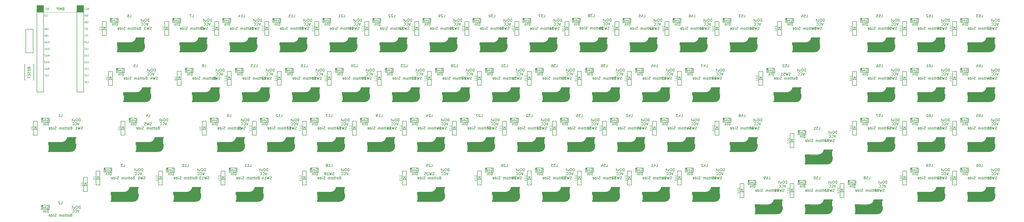
<source format=gbo>
G04 #@! TF.GenerationSoftware,KiCad,Pcbnew,(5.1.12)-1*
G04 #@! TF.CreationDate,2023-11-04T13:46:32+09:00*
G04 #@! TF.ProjectId,jtnk66w,6a746e6b-3636-4772-9e6b-696361645f70,rev?*
G04 #@! TF.SameCoordinates,Original*
G04 #@! TF.FileFunction,Legend,Bot*
G04 #@! TF.FilePolarity,Positive*
%FSLAX46Y46*%
G04 Gerber Fmt 4.6, Leading zero omitted, Abs format (unit mm)*
G04 Created by KiCad (PCBNEW (5.1.12)-1) date 2023-11-04 13:46:32*
%MOMM*%
%LPD*%
G01*
G04 APERTURE LIST*
%ADD10C,0.150000*%
%ADD11C,1.000000*%
%ADD12C,0.300000*%
%ADD13C,0.800000*%
%ADD14C,3.000000*%
%ADD15C,0.500000*%
%ADD16C,3.500000*%
%ADD17C,0.400000*%
%ADD18C,0.100000*%
%ADD19C,0.120000*%
%ADD20C,0.200000*%
%ADD21C,0.125000*%
G04 APERTURE END LIST*
D10*
X314560318Y-63033971D02*
G75*
G02*
X312344000Y-64912500I-2151318J291471D01*
G01*
X317844000Y-66612499D02*
G75*
G02*
X315744001Y-68512500I-2000000J99999D01*
G01*
D11*
X314960318Y-63433971D02*
G75*
G02*
X312744000Y-65312500I-2151318J291471D01*
G01*
D12*
X317744000Y-65712501D02*
X317744000Y-66612500D01*
D13*
X317244000Y-63512500D02*
X317244000Y-65312499D01*
D14*
X316114000Y-67012500D02*
X316114000Y-64772500D01*
D15*
X307644000Y-65212500D02*
X309044000Y-65212500D01*
D11*
X308044000Y-67912500D02*
X308044000Y-65412500D01*
D16*
X309344000Y-66712500D02*
X316044000Y-66712500D01*
D10*
X307344000Y-64912500D02*
X307344000Y-65912500D01*
X307344000Y-65912500D02*
X307544000Y-65912500D01*
X307564000Y-65912500D02*
X307564000Y-68162500D01*
X307544000Y-68162500D02*
X307344000Y-68162500D01*
X317844000Y-65612500D02*
X317644000Y-65612500D01*
X317614000Y-65612500D02*
X317614000Y-63372500D01*
X317644000Y-63372500D02*
X317844000Y-63372500D01*
X317844000Y-63012500D02*
X317844000Y-63372500D01*
X317844000Y-66612500D02*
X317844000Y-65612500D01*
X317844000Y-63012500D02*
X314564000Y-63012500D01*
X312344000Y-64912500D02*
X307344000Y-64912500D01*
X307344000Y-68512500D02*
X315744001Y-68512500D01*
X307344000Y-68162500D02*
X307344000Y-68512500D01*
D15*
X317644000Y-63212500D02*
X314944000Y-63212500D01*
D17*
X307544000Y-68312500D02*
X308944000Y-68312500D01*
X307544000Y-65812500D02*
X307544000Y-65112500D01*
D10*
X178828318Y-101133471D02*
G75*
G02*
X176612000Y-103012000I-2151318J291471D01*
G01*
X182112000Y-104711999D02*
G75*
G02*
X180012001Y-106612000I-2000000J99999D01*
G01*
D11*
X179228318Y-101533471D02*
G75*
G02*
X177012000Y-103412000I-2151318J291471D01*
G01*
D12*
X182012000Y-103812001D02*
X182012000Y-104712000D01*
D13*
X181512000Y-101612000D02*
X181512000Y-103411999D01*
D14*
X180382000Y-105112000D02*
X180382000Y-102872000D01*
D15*
X171912000Y-103312000D02*
X173312000Y-103312000D01*
D11*
X172312000Y-106012000D02*
X172312000Y-103512000D01*
D16*
X173612000Y-104812000D02*
X180312000Y-104812000D01*
D10*
X171612000Y-103012000D02*
X171612000Y-104012000D01*
X171612000Y-104012000D02*
X171812000Y-104012000D01*
X171832000Y-104012000D02*
X171832000Y-106262000D01*
X171812000Y-106262000D02*
X171612000Y-106262000D01*
X182112000Y-103712000D02*
X181912000Y-103712000D01*
X181882000Y-103712000D02*
X181882000Y-101472000D01*
X181912000Y-101472000D02*
X182112000Y-101472000D01*
X182112000Y-101112000D02*
X182112000Y-101472000D01*
X182112000Y-104712000D02*
X182112000Y-103712000D01*
X182112000Y-101112000D02*
X178832000Y-101112000D01*
X176612000Y-103012000D02*
X171612000Y-103012000D01*
X171612000Y-106612000D02*
X180012001Y-106612000D01*
X171612000Y-106262000D02*
X171612000Y-106612000D01*
D15*
X181912000Y-101312000D02*
X179212000Y-101312000D01*
D17*
X171812000Y-106412000D02*
X173212000Y-106412000D01*
X171812000Y-103912000D02*
X171812000Y-103212000D01*
D10*
X140728318Y-101133471D02*
G75*
G02*
X138512000Y-103012000I-2151318J291471D01*
G01*
X144012000Y-104711999D02*
G75*
G02*
X141912001Y-106612000I-2000000J99999D01*
G01*
D11*
X141128318Y-101533471D02*
G75*
G02*
X138912000Y-103412000I-2151318J291471D01*
G01*
D12*
X143912000Y-103812001D02*
X143912000Y-104712000D01*
D13*
X143412000Y-101612000D02*
X143412000Y-103411999D01*
D14*
X142282000Y-105112000D02*
X142282000Y-102872000D01*
D15*
X133812000Y-103312000D02*
X135212000Y-103312000D01*
D11*
X134212000Y-106012000D02*
X134212000Y-103512000D01*
D16*
X135512000Y-104812000D02*
X142212000Y-104812000D01*
D10*
X133512000Y-103012000D02*
X133512000Y-104012000D01*
X133512000Y-104012000D02*
X133712000Y-104012000D01*
X133732000Y-104012000D02*
X133732000Y-106262000D01*
X133712000Y-106262000D02*
X133512000Y-106262000D01*
X144012000Y-103712000D02*
X143812000Y-103712000D01*
X143782000Y-103712000D02*
X143782000Y-101472000D01*
X143812000Y-101472000D02*
X144012000Y-101472000D01*
X144012000Y-101112000D02*
X144012000Y-101472000D01*
X144012000Y-104712000D02*
X144012000Y-103712000D01*
X144012000Y-101112000D02*
X140732000Y-101112000D01*
X138512000Y-103012000D02*
X133512000Y-103012000D01*
X133512000Y-106612000D02*
X141912001Y-106612000D01*
X133512000Y-106262000D02*
X133512000Y-106612000D01*
D15*
X143812000Y-101312000D02*
X141112000Y-101312000D01*
D17*
X133712000Y-106412000D02*
X135112000Y-106412000D01*
X133712000Y-103912000D02*
X133712000Y-103212000D01*
D10*
X71672518Y-82083971D02*
G75*
G02*
X69456200Y-83962500I-2151318J291471D01*
G01*
X74956200Y-85662499D02*
G75*
G02*
X72856201Y-87562500I-2000000J99999D01*
G01*
D11*
X72072518Y-82483971D02*
G75*
G02*
X69856200Y-84362500I-2151318J291471D01*
G01*
D12*
X74856200Y-84762501D02*
X74856200Y-85662500D01*
D13*
X74356200Y-82562500D02*
X74356200Y-84362499D01*
D14*
X73226200Y-86062500D02*
X73226200Y-83822500D01*
D15*
X64756200Y-84262500D02*
X66156200Y-84262500D01*
D11*
X65156200Y-86962500D02*
X65156200Y-84462500D01*
D16*
X66456200Y-85762500D02*
X73156200Y-85762500D01*
D10*
X64456200Y-83962500D02*
X64456200Y-84962500D01*
X64456200Y-84962500D02*
X64656200Y-84962500D01*
X64676200Y-84962500D02*
X64676200Y-87212500D01*
X64656200Y-87212500D02*
X64456200Y-87212500D01*
X74956200Y-84662500D02*
X74756200Y-84662500D01*
X74726200Y-84662500D02*
X74726200Y-82422500D01*
X74756200Y-82422500D02*
X74956200Y-82422500D01*
X74956200Y-82062500D02*
X74956200Y-82422500D01*
X74956200Y-85662500D02*
X74956200Y-84662500D01*
X74956200Y-82062500D02*
X71676200Y-82062500D01*
X69456200Y-83962500D02*
X64456200Y-83962500D01*
X64456200Y-87562500D02*
X72856201Y-87562500D01*
X64456200Y-87212500D02*
X64456200Y-87562500D01*
D15*
X74756200Y-82262500D02*
X72056200Y-82262500D01*
D17*
X64656200Y-87362500D02*
X66056200Y-87362500D01*
X64656200Y-84862500D02*
X64656200Y-84162500D01*
D10*
X29332400Y-64738200D02*
X29332400Y-31718200D01*
X26792400Y-64738200D02*
X29332400Y-64738200D01*
X26792400Y-31718200D02*
X26792400Y-64738200D01*
X29332400Y-31718200D02*
X26792400Y-31718200D01*
X44552400Y-64738200D02*
X44552400Y-31718200D01*
X42012400Y-64738200D02*
X44552400Y-64738200D01*
X42012400Y-31718200D02*
X42012400Y-64738200D01*
X44552400Y-31718200D02*
X42012400Y-31718200D01*
X29332400Y-34258200D02*
X26792400Y-34258200D01*
X44552400Y-34258200D02*
X42012400Y-34258200D01*
D18*
G36*
X42012400Y-34246200D02*
G01*
X44552400Y-34246200D01*
X44552400Y-31706200D01*
X42012400Y-31706200D01*
X42012400Y-34246200D01*
G37*
X42012400Y-34246200D02*
X44552400Y-34246200D01*
X44552400Y-31706200D01*
X42012400Y-31706200D01*
X42012400Y-34246200D01*
G36*
X26792400Y-34258200D02*
G01*
X29332400Y-34258200D01*
X29332400Y-31718200D01*
X26792400Y-31718200D01*
X26792400Y-34258200D01*
G37*
X26792400Y-34258200D02*
X29332400Y-34258200D01*
X29332400Y-31718200D01*
X26792400Y-31718200D01*
X26792400Y-34258200D01*
D19*
X29332400Y-34258200D02*
X42012400Y-34258200D01*
D10*
X22312500Y-60150000D02*
X22062500Y-60150000D01*
X22062500Y-60150000D02*
X22062500Y-54150000D01*
X22062500Y-54150000D02*
X22312500Y-54150000D01*
X25312500Y-54150000D02*
X25562500Y-54150000D01*
X25562500Y-54150000D02*
X25562500Y-60150000D01*
X25562500Y-60150000D02*
X25312500Y-60150000D01*
D12*
X391562000Y-103812001D02*
X391562000Y-104712000D01*
D13*
X391062000Y-101612000D02*
X391062000Y-103411999D01*
D14*
X389932000Y-105112000D02*
X389932000Y-102872000D01*
D15*
X381462000Y-103312000D02*
X382862000Y-103312000D01*
D11*
X381862000Y-106012000D02*
X381862000Y-103512000D01*
D16*
X383162000Y-104812000D02*
X389862000Y-104812000D01*
D10*
X381162000Y-103012000D02*
X381162000Y-104012000D01*
X381162000Y-104012000D02*
X381362000Y-104012000D01*
X381382000Y-104012000D02*
X381382000Y-106262000D01*
X381362000Y-106262000D02*
X381162000Y-106262000D01*
X391662000Y-103712000D02*
X391462000Y-103712000D01*
X391432000Y-103712000D02*
X391432000Y-101472000D01*
X391462000Y-101472000D02*
X391662000Y-101472000D01*
X391662000Y-101112000D02*
X391662000Y-101472000D01*
X391662000Y-104712000D02*
X391662000Y-103712000D01*
X391662000Y-101112000D02*
X388382000Y-101112000D01*
X386162000Y-103012000D02*
X381162000Y-103012000D01*
X381162000Y-106612000D02*
X389562001Y-106612000D01*
X381162000Y-106262000D02*
X381162000Y-106612000D01*
D15*
X391462000Y-101312000D02*
X388762000Y-101312000D01*
D17*
X381362000Y-106412000D02*
X382762000Y-106412000D01*
X381362000Y-103912000D02*
X381362000Y-103212000D01*
D10*
X388378318Y-101133471D02*
G75*
G02*
X386162000Y-103012000I-2151318J291471D01*
G01*
X391662000Y-104711999D02*
G75*
G02*
X389562001Y-106612000I-2000000J99999D01*
G01*
D11*
X388778318Y-101533471D02*
G75*
G02*
X386562000Y-103412000I-2151318J291471D01*
G01*
D12*
X391562000Y-84762501D02*
X391562000Y-85662500D01*
D13*
X391062000Y-82562500D02*
X391062000Y-84362499D01*
D14*
X389932000Y-86062500D02*
X389932000Y-83822500D01*
D15*
X381462000Y-84262500D02*
X382862000Y-84262500D01*
D11*
X381862000Y-86962500D02*
X381862000Y-84462500D01*
D16*
X383162000Y-85762500D02*
X389862000Y-85762500D01*
D10*
X381162000Y-83962500D02*
X381162000Y-84962500D01*
X381162000Y-84962500D02*
X381362000Y-84962500D01*
X381382000Y-84962500D02*
X381382000Y-87212500D01*
X381362000Y-87212500D02*
X381162000Y-87212500D01*
X391662000Y-84662500D02*
X391462000Y-84662500D01*
X391432000Y-84662500D02*
X391432000Y-82422500D01*
X391462000Y-82422500D02*
X391662000Y-82422500D01*
X391662000Y-82062500D02*
X391662000Y-82422500D01*
X391662000Y-85662500D02*
X391662000Y-84662500D01*
X391662000Y-82062500D02*
X388382000Y-82062500D01*
X386162000Y-83962500D02*
X381162000Y-83962500D01*
X381162000Y-87562500D02*
X389562001Y-87562500D01*
X381162000Y-87212500D02*
X381162000Y-87562500D01*
D15*
X391462000Y-82262500D02*
X388762000Y-82262500D01*
D17*
X381362000Y-87362500D02*
X382762000Y-87362500D01*
X381362000Y-84862500D02*
X381362000Y-84162500D01*
D10*
X388378318Y-82083971D02*
G75*
G02*
X386162000Y-83962500I-2151318J291471D01*
G01*
X391662000Y-85662499D02*
G75*
G02*
X389562001Y-87562500I-2000000J99999D01*
G01*
D11*
X388778318Y-82483971D02*
G75*
G02*
X386562000Y-84362500I-2151318J291471D01*
G01*
D12*
X391562000Y-65712501D02*
X391562000Y-66612500D01*
D13*
X391062000Y-63512500D02*
X391062000Y-65312499D01*
D14*
X389932000Y-67012500D02*
X389932000Y-64772500D01*
D15*
X381462000Y-65212500D02*
X382862000Y-65212500D01*
D11*
X381862000Y-67912500D02*
X381862000Y-65412500D01*
D16*
X383162000Y-66712500D02*
X389862000Y-66712500D01*
D10*
X381162000Y-64912500D02*
X381162000Y-65912500D01*
X381162000Y-65912500D02*
X381362000Y-65912500D01*
X381382000Y-65912500D02*
X381382000Y-68162500D01*
X381362000Y-68162500D02*
X381162000Y-68162500D01*
X391662000Y-65612500D02*
X391462000Y-65612500D01*
X391432000Y-65612500D02*
X391432000Y-63372500D01*
X391462000Y-63372500D02*
X391662000Y-63372500D01*
X391662000Y-63012500D02*
X391662000Y-63372500D01*
X391662000Y-66612500D02*
X391662000Y-65612500D01*
X391662000Y-63012500D02*
X388382000Y-63012500D01*
X386162000Y-64912500D02*
X381162000Y-64912500D01*
X381162000Y-68512500D02*
X389562001Y-68512500D01*
X381162000Y-68162500D02*
X381162000Y-68512500D01*
D15*
X391462000Y-63212500D02*
X388762000Y-63212500D01*
D17*
X381362000Y-68312500D02*
X382762000Y-68312500D01*
X381362000Y-65812500D02*
X381362000Y-65112500D01*
D10*
X388378318Y-63033971D02*
G75*
G02*
X386162000Y-64912500I-2151318J291471D01*
G01*
X391662000Y-66612499D02*
G75*
G02*
X389562001Y-68512500I-2000000J99999D01*
G01*
D11*
X388778318Y-63433971D02*
G75*
G02*
X386562000Y-65312500I-2151318J291471D01*
G01*
D12*
X391562000Y-46662501D02*
X391562000Y-47562500D01*
D13*
X391062000Y-44462500D02*
X391062000Y-46262499D01*
D14*
X389932000Y-47962500D02*
X389932000Y-45722500D01*
D15*
X381462000Y-46162500D02*
X382862000Y-46162500D01*
D11*
X381862000Y-48862500D02*
X381862000Y-46362500D01*
D16*
X383162000Y-47662500D02*
X389862000Y-47662500D01*
D10*
X381162000Y-45862500D02*
X381162000Y-46862500D01*
X381162000Y-46862500D02*
X381362000Y-46862500D01*
X381382000Y-46862500D02*
X381382000Y-49112500D01*
X381362000Y-49112500D02*
X381162000Y-49112500D01*
X391662000Y-46562500D02*
X391462000Y-46562500D01*
X391432000Y-46562500D02*
X391432000Y-44322500D01*
X391462000Y-44322500D02*
X391662000Y-44322500D01*
X391662000Y-43962500D02*
X391662000Y-44322500D01*
X391662000Y-47562500D02*
X391662000Y-46562500D01*
X391662000Y-43962500D02*
X388382000Y-43962500D01*
X386162000Y-45862500D02*
X381162000Y-45862500D01*
X381162000Y-49462500D02*
X389562001Y-49462500D01*
X381162000Y-49112500D02*
X381162000Y-49462500D01*
D15*
X391462000Y-44162500D02*
X388762000Y-44162500D01*
D17*
X381362000Y-49262500D02*
X382762000Y-49262500D01*
X381362000Y-46762500D02*
X381362000Y-46062500D01*
D10*
X388378318Y-43983971D02*
G75*
G02*
X386162000Y-45862500I-2151318J291471D01*
G01*
X391662000Y-47562499D02*
G75*
G02*
X389562001Y-49462500I-2000000J99999D01*
G01*
D11*
X388778318Y-44383971D02*
G75*
G02*
X386562000Y-46262500I-2151318J291471D01*
G01*
D12*
X372512000Y-103812001D02*
X372512000Y-104712000D01*
D13*
X372012000Y-101612000D02*
X372012000Y-103411999D01*
D14*
X370882000Y-105112000D02*
X370882000Y-102872000D01*
D15*
X362412000Y-103312000D02*
X363812000Y-103312000D01*
D11*
X362812000Y-106012000D02*
X362812000Y-103512000D01*
D16*
X364112000Y-104812000D02*
X370812000Y-104812000D01*
D10*
X362112000Y-103012000D02*
X362112000Y-104012000D01*
X362112000Y-104012000D02*
X362312000Y-104012000D01*
X362332000Y-104012000D02*
X362332000Y-106262000D01*
X362312000Y-106262000D02*
X362112000Y-106262000D01*
X372612000Y-103712000D02*
X372412000Y-103712000D01*
X372382000Y-103712000D02*
X372382000Y-101472000D01*
X372412000Y-101472000D02*
X372612000Y-101472000D01*
X372612000Y-101112000D02*
X372612000Y-101472000D01*
X372612000Y-104712000D02*
X372612000Y-103712000D01*
X372612000Y-101112000D02*
X369332000Y-101112000D01*
X367112000Y-103012000D02*
X362112000Y-103012000D01*
X362112000Y-106612000D02*
X370512001Y-106612000D01*
X362112000Y-106262000D02*
X362112000Y-106612000D01*
D15*
X372412000Y-101312000D02*
X369712000Y-101312000D01*
D17*
X362312000Y-106412000D02*
X363712000Y-106412000D01*
X362312000Y-103912000D02*
X362312000Y-103212000D01*
D10*
X369328318Y-101133471D02*
G75*
G02*
X367112000Y-103012000I-2151318J291471D01*
G01*
X372612000Y-104711999D02*
G75*
G02*
X370512001Y-106612000I-2000000J99999D01*
G01*
D11*
X369728318Y-101533471D02*
G75*
G02*
X367512000Y-103412000I-2151318J291471D01*
G01*
D12*
X372512000Y-84762501D02*
X372512000Y-85662500D01*
D13*
X372012000Y-82562500D02*
X372012000Y-84362499D01*
D14*
X370882000Y-86062500D02*
X370882000Y-83822500D01*
D15*
X362412000Y-84262500D02*
X363812000Y-84262500D01*
D11*
X362812000Y-86962500D02*
X362812000Y-84462500D01*
D16*
X364112000Y-85762500D02*
X370812000Y-85762500D01*
D10*
X362112000Y-83962500D02*
X362112000Y-84962500D01*
X362112000Y-84962500D02*
X362312000Y-84962500D01*
X362332000Y-84962500D02*
X362332000Y-87212500D01*
X362312000Y-87212500D02*
X362112000Y-87212500D01*
X372612000Y-84662500D02*
X372412000Y-84662500D01*
X372382000Y-84662500D02*
X372382000Y-82422500D01*
X372412000Y-82422500D02*
X372612000Y-82422500D01*
X372612000Y-82062500D02*
X372612000Y-82422500D01*
X372612000Y-85662500D02*
X372612000Y-84662500D01*
X372612000Y-82062500D02*
X369332000Y-82062500D01*
X367112000Y-83962500D02*
X362112000Y-83962500D01*
X362112000Y-87562500D02*
X370512001Y-87562500D01*
X362112000Y-87212500D02*
X362112000Y-87562500D01*
D15*
X372412000Y-82262500D02*
X369712000Y-82262500D01*
D17*
X362312000Y-87362500D02*
X363712000Y-87362500D01*
X362312000Y-84862500D02*
X362312000Y-84162500D01*
D10*
X369328318Y-82083971D02*
G75*
G02*
X367112000Y-83962500I-2151318J291471D01*
G01*
X372612000Y-85662499D02*
G75*
G02*
X370512001Y-87562500I-2000000J99999D01*
G01*
D11*
X369728318Y-82483971D02*
G75*
G02*
X367512000Y-84362500I-2151318J291471D01*
G01*
D12*
X372512000Y-65712501D02*
X372512000Y-66612500D01*
D13*
X372012000Y-63512500D02*
X372012000Y-65312499D01*
D14*
X370882000Y-67012500D02*
X370882000Y-64772500D01*
D15*
X362412000Y-65212500D02*
X363812000Y-65212500D01*
D11*
X362812000Y-67912500D02*
X362812000Y-65412500D01*
D16*
X364112000Y-66712500D02*
X370812000Y-66712500D01*
D10*
X362112000Y-64912500D02*
X362112000Y-65912500D01*
X362112000Y-65912500D02*
X362312000Y-65912500D01*
X362332000Y-65912500D02*
X362332000Y-68162500D01*
X362312000Y-68162500D02*
X362112000Y-68162500D01*
X372612000Y-65612500D02*
X372412000Y-65612500D01*
X372382000Y-65612500D02*
X372382000Y-63372500D01*
X372412000Y-63372500D02*
X372612000Y-63372500D01*
X372612000Y-63012500D02*
X372612000Y-63372500D01*
X372612000Y-66612500D02*
X372612000Y-65612500D01*
X372612000Y-63012500D02*
X369332000Y-63012500D01*
X367112000Y-64912500D02*
X362112000Y-64912500D01*
X362112000Y-68512500D02*
X370512001Y-68512500D01*
X362112000Y-68162500D02*
X362112000Y-68512500D01*
D15*
X372412000Y-63212500D02*
X369712000Y-63212500D01*
D17*
X362312000Y-68312500D02*
X363712000Y-68312500D01*
X362312000Y-65812500D02*
X362312000Y-65112500D01*
D10*
X369328318Y-63033971D02*
G75*
G02*
X367112000Y-64912500I-2151318J291471D01*
G01*
X372612000Y-66612499D02*
G75*
G02*
X370512001Y-68512500I-2000000J99999D01*
G01*
D11*
X369728318Y-63433971D02*
G75*
G02*
X367512000Y-65312500I-2151318J291471D01*
G01*
D12*
X372512000Y-46662501D02*
X372512000Y-47562500D01*
D13*
X372012000Y-44462500D02*
X372012000Y-46262499D01*
D14*
X370882000Y-47962500D02*
X370882000Y-45722500D01*
D15*
X362412000Y-46162500D02*
X363812000Y-46162500D01*
D11*
X362812000Y-48862500D02*
X362812000Y-46362500D01*
D16*
X364112000Y-47662500D02*
X370812000Y-47662500D01*
D10*
X362112000Y-45862500D02*
X362112000Y-46862500D01*
X362112000Y-46862500D02*
X362312000Y-46862500D01*
X362332000Y-46862500D02*
X362332000Y-49112500D01*
X362312000Y-49112500D02*
X362112000Y-49112500D01*
X372612000Y-46562500D02*
X372412000Y-46562500D01*
X372382000Y-46562500D02*
X372382000Y-44322500D01*
X372412000Y-44322500D02*
X372612000Y-44322500D01*
X372612000Y-43962500D02*
X372612000Y-44322500D01*
X372612000Y-47562500D02*
X372612000Y-46562500D01*
X372612000Y-43962500D02*
X369332000Y-43962500D01*
X367112000Y-45862500D02*
X362112000Y-45862500D01*
X362112000Y-49462500D02*
X370512001Y-49462500D01*
X362112000Y-49112500D02*
X362112000Y-49462500D01*
D15*
X372412000Y-44162500D02*
X369712000Y-44162500D01*
D17*
X362312000Y-49262500D02*
X363712000Y-49262500D01*
X362312000Y-46762500D02*
X362312000Y-46062500D01*
D10*
X369328318Y-43983971D02*
G75*
G02*
X367112000Y-45862500I-2151318J291471D01*
G01*
X372612000Y-47562499D02*
G75*
G02*
X370512001Y-49462500I-2000000J99999D01*
G01*
D11*
X369728318Y-44383971D02*
G75*
G02*
X367512000Y-46262500I-2151318J291471D01*
G01*
D12*
X348700000Y-108575001D02*
X348700000Y-109475000D01*
D13*
X348200000Y-106375000D02*
X348200000Y-108174999D01*
D14*
X347070000Y-109875000D02*
X347070000Y-107635000D01*
D15*
X338600000Y-108075000D02*
X340000000Y-108075000D01*
D11*
X339000000Y-110775000D02*
X339000000Y-108275000D01*
D16*
X340300000Y-109575000D02*
X347000000Y-109575000D01*
D10*
X338300000Y-107775000D02*
X338300000Y-108775000D01*
X338300000Y-108775000D02*
X338500000Y-108775000D01*
X338520000Y-108775000D02*
X338520000Y-111025000D01*
X338500000Y-111025000D02*
X338300000Y-111025000D01*
X348800000Y-108475000D02*
X348600000Y-108475000D01*
X348570000Y-108475000D02*
X348570000Y-106235000D01*
X348600000Y-106235000D02*
X348800000Y-106235000D01*
X348800000Y-105875000D02*
X348800000Y-106235000D01*
X348800000Y-109475000D02*
X348800000Y-108475000D01*
X348800000Y-105875000D02*
X345520000Y-105875000D01*
X343300000Y-107775000D02*
X338300000Y-107775000D01*
X338300000Y-111375000D02*
X346700001Y-111375000D01*
X338300000Y-111025000D02*
X338300000Y-111375000D01*
D15*
X348600000Y-106075000D02*
X345900000Y-106075000D01*
D17*
X338500000Y-111175000D02*
X339900000Y-111175000D01*
X338500000Y-108675000D02*
X338500000Y-107975000D01*
D10*
X345516318Y-105896471D02*
G75*
G02*
X343300000Y-107775000I-2151318J291471D01*
G01*
X348800000Y-109474999D02*
G75*
G02*
X346700001Y-111375000I-2000000J99999D01*
G01*
D11*
X345916318Y-106296471D02*
G75*
G02*
X343700000Y-108175000I-2151318J291471D01*
G01*
D12*
X353462000Y-84762501D02*
X353462000Y-85662500D01*
D13*
X352962000Y-82562500D02*
X352962000Y-84362499D01*
D14*
X351832000Y-86062500D02*
X351832000Y-83822500D01*
D15*
X343362000Y-84262500D02*
X344762000Y-84262500D01*
D11*
X343762000Y-86962500D02*
X343762000Y-84462500D01*
D16*
X345062000Y-85762500D02*
X351762000Y-85762500D01*
D10*
X343062000Y-83962500D02*
X343062000Y-84962500D01*
X343062000Y-84962500D02*
X343262000Y-84962500D01*
X343282000Y-84962500D02*
X343282000Y-87212500D01*
X343262000Y-87212500D02*
X343062000Y-87212500D01*
X353562000Y-84662500D02*
X353362000Y-84662500D01*
X353332000Y-84662500D02*
X353332000Y-82422500D01*
X353362000Y-82422500D02*
X353562000Y-82422500D01*
X353562000Y-82062500D02*
X353562000Y-82422500D01*
X353562000Y-85662500D02*
X353562000Y-84662500D01*
X353562000Y-82062500D02*
X350282000Y-82062500D01*
X348062000Y-83962500D02*
X343062000Y-83962500D01*
X343062000Y-87562500D02*
X351462001Y-87562500D01*
X343062000Y-87212500D02*
X343062000Y-87562500D01*
D15*
X353362000Y-82262500D02*
X350662000Y-82262500D01*
D17*
X343262000Y-87362500D02*
X344662000Y-87362500D01*
X343262000Y-84862500D02*
X343262000Y-84162500D01*
D10*
X350278318Y-82083971D02*
G75*
G02*
X348062000Y-83962500I-2151318J291471D01*
G01*
X353562000Y-85662499D02*
G75*
G02*
X351462001Y-87562500I-2000000J99999D01*
G01*
D11*
X350678318Y-82483971D02*
G75*
G02*
X348462000Y-84362500I-2151318J291471D01*
G01*
D12*
X353462000Y-65712501D02*
X353462000Y-66612500D01*
D13*
X352962000Y-63512500D02*
X352962000Y-65312499D01*
D14*
X351832000Y-67012500D02*
X351832000Y-64772500D01*
D15*
X343362000Y-65212500D02*
X344762000Y-65212500D01*
D11*
X343762000Y-67912500D02*
X343762000Y-65412500D01*
D16*
X345062000Y-66712500D02*
X351762000Y-66712500D01*
D10*
X343062000Y-64912500D02*
X343062000Y-65912500D01*
X343062000Y-65912500D02*
X343262000Y-65912500D01*
X343282000Y-65912500D02*
X343282000Y-68162500D01*
X343262000Y-68162500D02*
X343062000Y-68162500D01*
X353562000Y-65612500D02*
X353362000Y-65612500D01*
X353332000Y-65612500D02*
X353332000Y-63372500D01*
X353362000Y-63372500D02*
X353562000Y-63372500D01*
X353562000Y-63012500D02*
X353562000Y-63372500D01*
X353562000Y-66612500D02*
X353562000Y-65612500D01*
X353562000Y-63012500D02*
X350282000Y-63012500D01*
X348062000Y-64912500D02*
X343062000Y-64912500D01*
X343062000Y-68512500D02*
X351462001Y-68512500D01*
X343062000Y-68162500D02*
X343062000Y-68512500D01*
D15*
X353362000Y-63212500D02*
X350662000Y-63212500D01*
D17*
X343262000Y-68312500D02*
X344662000Y-68312500D01*
X343262000Y-65812500D02*
X343262000Y-65112500D01*
D10*
X350278318Y-63033971D02*
G75*
G02*
X348062000Y-64912500I-2151318J291471D01*
G01*
X353562000Y-66612499D02*
G75*
G02*
X351462001Y-68512500I-2000000J99999D01*
G01*
D11*
X350678318Y-63433971D02*
G75*
G02*
X348462000Y-65312500I-2151318J291471D01*
G01*
D12*
X353462000Y-46662501D02*
X353462000Y-47562500D01*
D13*
X352962000Y-44462500D02*
X352962000Y-46262499D01*
D14*
X351832000Y-47962500D02*
X351832000Y-45722500D01*
D15*
X343362000Y-46162500D02*
X344762000Y-46162500D01*
D11*
X343762000Y-48862500D02*
X343762000Y-46362500D01*
D16*
X345062000Y-47662500D02*
X351762000Y-47662500D01*
D10*
X343062000Y-45862500D02*
X343062000Y-46862500D01*
X343062000Y-46862500D02*
X343262000Y-46862500D01*
X343282000Y-46862500D02*
X343282000Y-49112500D01*
X343262000Y-49112500D02*
X343062000Y-49112500D01*
X353562000Y-46562500D02*
X353362000Y-46562500D01*
X353332000Y-46562500D02*
X353332000Y-44322500D01*
X353362000Y-44322500D02*
X353562000Y-44322500D01*
X353562000Y-43962500D02*
X353562000Y-44322500D01*
X353562000Y-47562500D02*
X353562000Y-46562500D01*
X353562000Y-43962500D02*
X350282000Y-43962500D01*
X348062000Y-45862500D02*
X343062000Y-45862500D01*
X343062000Y-49462500D02*
X351462001Y-49462500D01*
X343062000Y-49112500D02*
X343062000Y-49462500D01*
D15*
X353362000Y-44162500D02*
X350662000Y-44162500D01*
D17*
X343262000Y-49262500D02*
X344662000Y-49262500D01*
X343262000Y-46762500D02*
X343262000Y-46062500D01*
D10*
X350278318Y-43983971D02*
G75*
G02*
X348062000Y-45862500I-2151318J291471D01*
G01*
X353562000Y-47562499D02*
G75*
G02*
X351462001Y-49462500I-2000000J99999D01*
G01*
D11*
X350678318Y-44383971D02*
G75*
G02*
X348462000Y-46262500I-2151318J291471D01*
G01*
D12*
X324888000Y-46662501D02*
X324888000Y-47562500D01*
D13*
X324388000Y-44462500D02*
X324388000Y-46262499D01*
D14*
X323258000Y-47962500D02*
X323258000Y-45722500D01*
D15*
X314788000Y-46162500D02*
X316188000Y-46162500D01*
D11*
X315188000Y-48862500D02*
X315188000Y-46362500D01*
D16*
X316488000Y-47662500D02*
X323188000Y-47662500D01*
D10*
X314488000Y-45862500D02*
X314488000Y-46862500D01*
X314488000Y-46862500D02*
X314688000Y-46862500D01*
X314708000Y-46862500D02*
X314708000Y-49112500D01*
X314688000Y-49112500D02*
X314488000Y-49112500D01*
X324988000Y-46562500D02*
X324788000Y-46562500D01*
X324758000Y-46562500D02*
X324758000Y-44322500D01*
X324788000Y-44322500D02*
X324988000Y-44322500D01*
X324988000Y-43962500D02*
X324988000Y-44322500D01*
X324988000Y-47562500D02*
X324988000Y-46562500D01*
X324988000Y-43962500D02*
X321708000Y-43962500D01*
X319488000Y-45862500D02*
X314488000Y-45862500D01*
X314488000Y-49462500D02*
X322888001Y-49462500D01*
X314488000Y-49112500D02*
X314488000Y-49462500D01*
D15*
X324788000Y-44162500D02*
X322088000Y-44162500D01*
D17*
X314688000Y-49262500D02*
X316088000Y-49262500D01*
X314688000Y-46762500D02*
X314688000Y-46062500D01*
D10*
X321704318Y-43983971D02*
G75*
G02*
X319488000Y-45862500I-2151318J291471D01*
G01*
X324988000Y-47562499D02*
G75*
G02*
X322888001Y-49462500I-2000000J99999D01*
G01*
D11*
X322104318Y-44383971D02*
G75*
G02*
X319888000Y-46262500I-2151318J291471D01*
G01*
D12*
X329650000Y-108575001D02*
X329650000Y-109475000D01*
D13*
X329150000Y-106375000D02*
X329150000Y-108174999D01*
D14*
X328020000Y-109875000D02*
X328020000Y-107635000D01*
D15*
X319550000Y-108075000D02*
X320950000Y-108075000D01*
D11*
X319950000Y-110775000D02*
X319950000Y-108275000D01*
D16*
X321250000Y-109575000D02*
X327950000Y-109575000D01*
D10*
X319250000Y-107775000D02*
X319250000Y-108775000D01*
X319250000Y-108775000D02*
X319450000Y-108775000D01*
X319470000Y-108775000D02*
X319470000Y-111025000D01*
X319450000Y-111025000D02*
X319250000Y-111025000D01*
X329750000Y-108475000D02*
X329550000Y-108475000D01*
X329520000Y-108475000D02*
X329520000Y-106235000D01*
X329550000Y-106235000D02*
X329750000Y-106235000D01*
X329750000Y-105875000D02*
X329750000Y-106235000D01*
X329750000Y-109475000D02*
X329750000Y-108475000D01*
X329750000Y-105875000D02*
X326470000Y-105875000D01*
X324250000Y-107775000D02*
X319250000Y-107775000D01*
X319250000Y-111375000D02*
X327650001Y-111375000D01*
X319250000Y-111025000D02*
X319250000Y-111375000D01*
D15*
X329550000Y-106075000D02*
X326850000Y-106075000D01*
D17*
X319450000Y-111175000D02*
X320850000Y-111175000D01*
X319450000Y-108675000D02*
X319450000Y-107975000D01*
D10*
X326466318Y-105896471D02*
G75*
G02*
X324250000Y-107775000I-2151318J291471D01*
G01*
X329750000Y-109474999D02*
G75*
G02*
X327650001Y-111375000I-2000000J99999D01*
G01*
D11*
X326866318Y-106296471D02*
G75*
G02*
X324650000Y-108175000I-2151318J291471D01*
G01*
D12*
X329650000Y-89525001D02*
X329650000Y-90425000D01*
D13*
X329150000Y-87325000D02*
X329150000Y-89124999D01*
D14*
X328020000Y-90825000D02*
X328020000Y-88585000D01*
D15*
X319550000Y-89025000D02*
X320950000Y-89025000D01*
D11*
X319950000Y-91725000D02*
X319950000Y-89225000D01*
D16*
X321250000Y-90525000D02*
X327950000Y-90525000D01*
D10*
X319250000Y-88725000D02*
X319250000Y-89725000D01*
X319250000Y-89725000D02*
X319450000Y-89725000D01*
X319470000Y-89725000D02*
X319470000Y-91975000D01*
X319450000Y-91975000D02*
X319250000Y-91975000D01*
X329750000Y-89425000D02*
X329550000Y-89425000D01*
X329520000Y-89425000D02*
X329520000Y-87185000D01*
X329550000Y-87185000D02*
X329750000Y-87185000D01*
X329750000Y-86825000D02*
X329750000Y-87185000D01*
X329750000Y-90425000D02*
X329750000Y-89425000D01*
X329750000Y-86825000D02*
X326470000Y-86825000D01*
X324250000Y-88725000D02*
X319250000Y-88725000D01*
X319250000Y-92325000D02*
X327650001Y-92325000D01*
X319250000Y-91975000D02*
X319250000Y-92325000D01*
D15*
X329550000Y-87025000D02*
X326850000Y-87025000D01*
D17*
X319450000Y-92125000D02*
X320850000Y-92125000D01*
X319450000Y-89625000D02*
X319450000Y-88925000D01*
D10*
X326466318Y-86846471D02*
G75*
G02*
X324250000Y-88725000I-2151318J291471D01*
G01*
X329750000Y-90424999D02*
G75*
G02*
X327650001Y-92325000I-2000000J99999D01*
G01*
D11*
X326866318Y-87246471D02*
G75*
G02*
X324650000Y-89125000I-2151318J291471D01*
G01*
D12*
X301075000Y-46662501D02*
X301075000Y-47562500D01*
D13*
X300575000Y-44462500D02*
X300575000Y-46262499D01*
D14*
X299445000Y-47962500D02*
X299445000Y-45722500D01*
D15*
X290975000Y-46162500D02*
X292375000Y-46162500D01*
D11*
X291375000Y-48862500D02*
X291375000Y-46362500D01*
D16*
X292675000Y-47662500D02*
X299375000Y-47662500D01*
D10*
X290675000Y-45862500D02*
X290675000Y-46862500D01*
X290675000Y-46862500D02*
X290875000Y-46862500D01*
X290895000Y-46862500D02*
X290895000Y-49112500D01*
X290875000Y-49112500D02*
X290675000Y-49112500D01*
X301175000Y-46562500D02*
X300975000Y-46562500D01*
X300945000Y-46562500D02*
X300945000Y-44322500D01*
X300975000Y-44322500D02*
X301175000Y-44322500D01*
X301175000Y-43962500D02*
X301175000Y-44322500D01*
X301175000Y-47562500D02*
X301175000Y-46562500D01*
X301175000Y-43962500D02*
X297895000Y-43962500D01*
X295675000Y-45862500D02*
X290675000Y-45862500D01*
X290675000Y-49462500D02*
X299075001Y-49462500D01*
X290675000Y-49112500D02*
X290675000Y-49462500D01*
D15*
X300975000Y-44162500D02*
X298275000Y-44162500D01*
D17*
X290875000Y-49262500D02*
X292275000Y-49262500D01*
X290875000Y-46762500D02*
X290875000Y-46062500D01*
D10*
X297891318Y-43983971D02*
G75*
G02*
X295675000Y-45862500I-2151318J291471D01*
G01*
X301175000Y-47562499D02*
G75*
G02*
X299075001Y-49462500I-2000000J99999D01*
G01*
D11*
X298291318Y-44383971D02*
G75*
G02*
X296075000Y-46262500I-2151318J291471D01*
G01*
D12*
X310600000Y-108575001D02*
X310600000Y-109475000D01*
D13*
X310100000Y-106375000D02*
X310100000Y-108174999D01*
D14*
X308970000Y-109875000D02*
X308970000Y-107635000D01*
D15*
X300500000Y-108075000D02*
X301900000Y-108075000D01*
D11*
X300900000Y-110775000D02*
X300900000Y-108275000D01*
D16*
X302200000Y-109575000D02*
X308900000Y-109575000D01*
D10*
X300200000Y-107775000D02*
X300200000Y-108775000D01*
X300200000Y-108775000D02*
X300400000Y-108775000D01*
X300420000Y-108775000D02*
X300420000Y-111025000D01*
X300400000Y-111025000D02*
X300200000Y-111025000D01*
X310700000Y-108475000D02*
X310500000Y-108475000D01*
X310470000Y-108475000D02*
X310470000Y-106235000D01*
X310500000Y-106235000D02*
X310700000Y-106235000D01*
X310700000Y-105875000D02*
X310700000Y-106235000D01*
X310700000Y-109475000D02*
X310700000Y-108475000D01*
X310700000Y-105875000D02*
X307420000Y-105875000D01*
X305200000Y-107775000D02*
X300200000Y-107775000D01*
X300200000Y-111375000D02*
X308600001Y-111375000D01*
X300200000Y-111025000D02*
X300200000Y-111375000D01*
D15*
X310500000Y-106075000D02*
X307800000Y-106075000D01*
D17*
X300400000Y-111175000D02*
X301800000Y-111175000D01*
X300400000Y-108675000D02*
X300400000Y-107975000D01*
D10*
X307416318Y-105896471D02*
G75*
G02*
X305200000Y-107775000I-2151318J291471D01*
G01*
X310700000Y-109474999D02*
G75*
G02*
X308600001Y-111375000I-2000000J99999D01*
G01*
D11*
X307816318Y-106296471D02*
G75*
G02*
X305600000Y-108175000I-2151318J291471D01*
G01*
D12*
X301075000Y-84762501D02*
X301075000Y-85662500D01*
D13*
X300575000Y-82562500D02*
X300575000Y-84362499D01*
D14*
X299445000Y-86062500D02*
X299445000Y-83822500D01*
D15*
X290975000Y-84262500D02*
X292375000Y-84262500D01*
D11*
X291375000Y-86962500D02*
X291375000Y-84462500D01*
D16*
X292675000Y-85762500D02*
X299375000Y-85762500D01*
D10*
X290675000Y-83962500D02*
X290675000Y-84962500D01*
X290675000Y-84962500D02*
X290875000Y-84962500D01*
X290895000Y-84962500D02*
X290895000Y-87212500D01*
X290875000Y-87212500D02*
X290675000Y-87212500D01*
X301175000Y-84662500D02*
X300975000Y-84662500D01*
X300945000Y-84662500D02*
X300945000Y-82422500D01*
X300975000Y-82422500D02*
X301175000Y-82422500D01*
X301175000Y-82062500D02*
X301175000Y-82422500D01*
X301175000Y-85662500D02*
X301175000Y-84662500D01*
X301175000Y-82062500D02*
X297895000Y-82062500D01*
X295675000Y-83962500D02*
X290675000Y-83962500D01*
X290675000Y-87562500D02*
X299075001Y-87562500D01*
X290675000Y-87212500D02*
X290675000Y-87562500D01*
D15*
X300975000Y-82262500D02*
X298275000Y-82262500D01*
D17*
X290875000Y-87362500D02*
X292275000Y-87362500D01*
X290875000Y-84862500D02*
X290875000Y-84162500D01*
D10*
X297891318Y-82083971D02*
G75*
G02*
X295675000Y-83962500I-2151318J291471D01*
G01*
X301175000Y-85662499D02*
G75*
G02*
X299075001Y-87562500I-2000000J99999D01*
G01*
D11*
X298291318Y-82483971D02*
G75*
G02*
X296075000Y-84362500I-2151318J291471D01*
G01*
D12*
X286788000Y-65712501D02*
X286788000Y-66612500D01*
D13*
X286288000Y-63512500D02*
X286288000Y-65312499D01*
D14*
X285158000Y-67012500D02*
X285158000Y-64772500D01*
D15*
X276688000Y-65212500D02*
X278088000Y-65212500D01*
D11*
X277088000Y-67912500D02*
X277088000Y-65412500D01*
D16*
X278388000Y-66712500D02*
X285088000Y-66712500D01*
D10*
X276388000Y-64912500D02*
X276388000Y-65912500D01*
X276388000Y-65912500D02*
X276588000Y-65912500D01*
X276608000Y-65912500D02*
X276608000Y-68162500D01*
X276588000Y-68162500D02*
X276388000Y-68162500D01*
X286888000Y-65612500D02*
X286688000Y-65612500D01*
X286658000Y-65612500D02*
X286658000Y-63372500D01*
X286688000Y-63372500D02*
X286888000Y-63372500D01*
X286888000Y-63012500D02*
X286888000Y-63372500D01*
X286888000Y-66612500D02*
X286888000Y-65612500D01*
X286888000Y-63012500D02*
X283608000Y-63012500D01*
X281388000Y-64912500D02*
X276388000Y-64912500D01*
X276388000Y-68512500D02*
X284788001Y-68512500D01*
X276388000Y-68162500D02*
X276388000Y-68512500D01*
D15*
X286688000Y-63212500D02*
X283988000Y-63212500D01*
D17*
X276588000Y-68312500D02*
X277988000Y-68312500D01*
X276588000Y-65812500D02*
X276588000Y-65112500D01*
D10*
X283604318Y-63033971D02*
G75*
G02*
X281388000Y-64912500I-2151318J291471D01*
G01*
X286888000Y-66612499D02*
G75*
G02*
X284788001Y-68512500I-2000000J99999D01*
G01*
D11*
X284004318Y-63433971D02*
G75*
G02*
X281788000Y-65312500I-2151318J291471D01*
G01*
D12*
X282025000Y-46662501D02*
X282025000Y-47562500D01*
D13*
X281525000Y-44462500D02*
X281525000Y-46262499D01*
D14*
X280395000Y-47962500D02*
X280395000Y-45722500D01*
D15*
X271925000Y-46162500D02*
X273325000Y-46162500D01*
D11*
X272325000Y-48862500D02*
X272325000Y-46362500D01*
D16*
X273625000Y-47662500D02*
X280325000Y-47662500D01*
D10*
X271625000Y-45862500D02*
X271625000Y-46862500D01*
X271625000Y-46862500D02*
X271825000Y-46862500D01*
X271845000Y-46862500D02*
X271845000Y-49112500D01*
X271825000Y-49112500D02*
X271625000Y-49112500D01*
X282125000Y-46562500D02*
X281925000Y-46562500D01*
X281895000Y-46562500D02*
X281895000Y-44322500D01*
X281925000Y-44322500D02*
X282125000Y-44322500D01*
X282125000Y-43962500D02*
X282125000Y-44322500D01*
X282125000Y-47562500D02*
X282125000Y-46562500D01*
X282125000Y-43962500D02*
X278845000Y-43962500D01*
X276625000Y-45862500D02*
X271625000Y-45862500D01*
X271625000Y-49462500D02*
X280025001Y-49462500D01*
X271625000Y-49112500D02*
X271625000Y-49462500D01*
D15*
X281925000Y-44162500D02*
X279225000Y-44162500D01*
D17*
X271825000Y-49262500D02*
X273225000Y-49262500D01*
X271825000Y-46762500D02*
X271825000Y-46062500D01*
D10*
X278841318Y-43983971D02*
G75*
G02*
X276625000Y-45862500I-2151318J291471D01*
G01*
X282125000Y-47562499D02*
G75*
G02*
X280025001Y-49462500I-2000000J99999D01*
G01*
D11*
X279241318Y-44383971D02*
G75*
G02*
X277025000Y-46262500I-2151318J291471D01*
G01*
D12*
X286788000Y-103812001D02*
X286788000Y-104712000D01*
D13*
X286288000Y-101612000D02*
X286288000Y-103411999D01*
D14*
X285158000Y-105112000D02*
X285158000Y-102872000D01*
D15*
X276688000Y-103312000D02*
X278088000Y-103312000D01*
D11*
X277088000Y-106012000D02*
X277088000Y-103512000D01*
D16*
X278388000Y-104812000D02*
X285088000Y-104812000D01*
D10*
X276388000Y-103012000D02*
X276388000Y-104012000D01*
X276388000Y-104012000D02*
X276588000Y-104012000D01*
X276608000Y-104012000D02*
X276608000Y-106262000D01*
X276588000Y-106262000D02*
X276388000Y-106262000D01*
X286888000Y-103712000D02*
X286688000Y-103712000D01*
X286658000Y-103712000D02*
X286658000Y-101472000D01*
X286688000Y-101472000D02*
X286888000Y-101472000D01*
X286888000Y-101112000D02*
X286888000Y-101472000D01*
X286888000Y-104712000D02*
X286888000Y-103712000D01*
X286888000Y-101112000D02*
X283608000Y-101112000D01*
X281388000Y-103012000D02*
X276388000Y-103012000D01*
X276388000Y-106612000D02*
X284788001Y-106612000D01*
X276388000Y-106262000D02*
X276388000Y-106612000D01*
D15*
X286688000Y-101312000D02*
X283988000Y-101312000D01*
D17*
X276588000Y-106412000D02*
X277988000Y-106412000D01*
X276588000Y-103912000D02*
X276588000Y-103212000D01*
D10*
X283604318Y-101133471D02*
G75*
G02*
X281388000Y-103012000I-2151318J291471D01*
G01*
X286888000Y-104711999D02*
G75*
G02*
X284788001Y-106612000I-2000000J99999D01*
G01*
D11*
X284004318Y-101533471D02*
G75*
G02*
X281788000Y-103412000I-2151318J291471D01*
G01*
D12*
X277262000Y-84762501D02*
X277262000Y-85662500D01*
D13*
X276762000Y-82562500D02*
X276762000Y-84362499D01*
D14*
X275632000Y-86062500D02*
X275632000Y-83822500D01*
D15*
X267162000Y-84262500D02*
X268562000Y-84262500D01*
D11*
X267562000Y-86962500D02*
X267562000Y-84462500D01*
D16*
X268862000Y-85762500D02*
X275562000Y-85762500D01*
D10*
X266862000Y-83962500D02*
X266862000Y-84962500D01*
X266862000Y-84962500D02*
X267062000Y-84962500D01*
X267082000Y-84962500D02*
X267082000Y-87212500D01*
X267062000Y-87212500D02*
X266862000Y-87212500D01*
X277362000Y-84662500D02*
X277162000Y-84662500D01*
X277132000Y-84662500D02*
X277132000Y-82422500D01*
X277162000Y-82422500D02*
X277362000Y-82422500D01*
X277362000Y-82062500D02*
X277362000Y-82422500D01*
X277362000Y-85662500D02*
X277362000Y-84662500D01*
X277362000Y-82062500D02*
X274082000Y-82062500D01*
X271862000Y-83962500D02*
X266862000Y-83962500D01*
X266862000Y-87562500D02*
X275262001Y-87562500D01*
X266862000Y-87212500D02*
X266862000Y-87562500D01*
D15*
X277162000Y-82262500D02*
X274462000Y-82262500D01*
D17*
X267062000Y-87362500D02*
X268462000Y-87362500D01*
X267062000Y-84862500D02*
X267062000Y-84162500D01*
D10*
X274078318Y-82083971D02*
G75*
G02*
X271862000Y-83962500I-2151318J291471D01*
G01*
X277362000Y-85662499D02*
G75*
G02*
X275262001Y-87562500I-2000000J99999D01*
G01*
D11*
X274478318Y-82483971D02*
G75*
G02*
X272262000Y-84362500I-2151318J291471D01*
G01*
D12*
X267738000Y-65712501D02*
X267738000Y-66612500D01*
D13*
X267238000Y-63512500D02*
X267238000Y-65312499D01*
D14*
X266108000Y-67012500D02*
X266108000Y-64772500D01*
D15*
X257638000Y-65212500D02*
X259038000Y-65212500D01*
D11*
X258038000Y-67912500D02*
X258038000Y-65412500D01*
D16*
X259338000Y-66712500D02*
X266038000Y-66712500D01*
D10*
X257338000Y-64912500D02*
X257338000Y-65912500D01*
X257338000Y-65912500D02*
X257538000Y-65912500D01*
X257558000Y-65912500D02*
X257558000Y-68162500D01*
X257538000Y-68162500D02*
X257338000Y-68162500D01*
X267838000Y-65612500D02*
X267638000Y-65612500D01*
X267608000Y-65612500D02*
X267608000Y-63372500D01*
X267638000Y-63372500D02*
X267838000Y-63372500D01*
X267838000Y-63012500D02*
X267838000Y-63372500D01*
X267838000Y-66612500D02*
X267838000Y-65612500D01*
X267838000Y-63012500D02*
X264558000Y-63012500D01*
X262338000Y-64912500D02*
X257338000Y-64912500D01*
X257338000Y-68512500D02*
X265738001Y-68512500D01*
X257338000Y-68162500D02*
X257338000Y-68512500D01*
D15*
X267638000Y-63212500D02*
X264938000Y-63212500D01*
D17*
X257538000Y-68312500D02*
X258938000Y-68312500D01*
X257538000Y-65812500D02*
X257538000Y-65112500D01*
D10*
X264554318Y-63033971D02*
G75*
G02*
X262338000Y-64912500I-2151318J291471D01*
G01*
X267838000Y-66612499D02*
G75*
G02*
X265738001Y-68512500I-2000000J99999D01*
G01*
D11*
X264954318Y-63433971D02*
G75*
G02*
X262738000Y-65312500I-2151318J291471D01*
G01*
D12*
X262975000Y-46662501D02*
X262975000Y-47562500D01*
D13*
X262475000Y-44462500D02*
X262475000Y-46262499D01*
D14*
X261345000Y-47962500D02*
X261345000Y-45722500D01*
D15*
X252875000Y-46162500D02*
X254275000Y-46162500D01*
D11*
X253275000Y-48862500D02*
X253275000Y-46362500D01*
D16*
X254575000Y-47662500D02*
X261275000Y-47662500D01*
D10*
X252575000Y-45862500D02*
X252575000Y-46862500D01*
X252575000Y-46862500D02*
X252775000Y-46862500D01*
X252795000Y-46862500D02*
X252795000Y-49112500D01*
X252775000Y-49112500D02*
X252575000Y-49112500D01*
X263075000Y-46562500D02*
X262875000Y-46562500D01*
X262845000Y-46562500D02*
X262845000Y-44322500D01*
X262875000Y-44322500D02*
X263075000Y-44322500D01*
X263075000Y-43962500D02*
X263075000Y-44322500D01*
X263075000Y-47562500D02*
X263075000Y-46562500D01*
X263075000Y-43962500D02*
X259795000Y-43962500D01*
X257575000Y-45862500D02*
X252575000Y-45862500D01*
X252575000Y-49462500D02*
X260975001Y-49462500D01*
X252575000Y-49112500D02*
X252575000Y-49462500D01*
D15*
X262875000Y-44162500D02*
X260175000Y-44162500D01*
D17*
X252775000Y-49262500D02*
X254175000Y-49262500D01*
X252775000Y-46762500D02*
X252775000Y-46062500D01*
D10*
X259791318Y-43983971D02*
G75*
G02*
X257575000Y-45862500I-2151318J291471D01*
G01*
X263075000Y-47562499D02*
G75*
G02*
X260975001Y-49462500I-2000000J99999D01*
G01*
D11*
X260191318Y-44383971D02*
G75*
G02*
X257975000Y-46262500I-2151318J291471D01*
G01*
D12*
X267738000Y-103812001D02*
X267738000Y-104712000D01*
D13*
X267238000Y-101612000D02*
X267238000Y-103411999D01*
D14*
X266108000Y-105112000D02*
X266108000Y-102872000D01*
D15*
X257638000Y-103312000D02*
X259038000Y-103312000D01*
D11*
X258038000Y-106012000D02*
X258038000Y-103512000D01*
D16*
X259338000Y-104812000D02*
X266038000Y-104812000D01*
D10*
X257338000Y-103012000D02*
X257338000Y-104012000D01*
X257338000Y-104012000D02*
X257538000Y-104012000D01*
X257558000Y-104012000D02*
X257558000Y-106262000D01*
X257538000Y-106262000D02*
X257338000Y-106262000D01*
X267838000Y-103712000D02*
X267638000Y-103712000D01*
X267608000Y-103712000D02*
X267608000Y-101472000D01*
X267638000Y-101472000D02*
X267838000Y-101472000D01*
X267838000Y-101112000D02*
X267838000Y-101472000D01*
X267838000Y-104712000D02*
X267838000Y-103712000D01*
X267838000Y-101112000D02*
X264558000Y-101112000D01*
X262338000Y-103012000D02*
X257338000Y-103012000D01*
X257338000Y-106612000D02*
X265738001Y-106612000D01*
X257338000Y-106262000D02*
X257338000Y-106612000D01*
D15*
X267638000Y-101312000D02*
X264938000Y-101312000D01*
D17*
X257538000Y-106412000D02*
X258938000Y-106412000D01*
X257538000Y-103912000D02*
X257538000Y-103212000D01*
D10*
X264554318Y-101133471D02*
G75*
G02*
X262338000Y-103012000I-2151318J291471D01*
G01*
X267838000Y-104711999D02*
G75*
G02*
X265738001Y-106612000I-2000000J99999D01*
G01*
D11*
X264954318Y-101533471D02*
G75*
G02*
X262738000Y-103412000I-2151318J291471D01*
G01*
D12*
X258212000Y-84762501D02*
X258212000Y-85662500D01*
D13*
X257712000Y-82562500D02*
X257712000Y-84362499D01*
D14*
X256582000Y-86062500D02*
X256582000Y-83822500D01*
D15*
X248112000Y-84262500D02*
X249512000Y-84262500D01*
D11*
X248512000Y-86962500D02*
X248512000Y-84462500D01*
D16*
X249812000Y-85762500D02*
X256512000Y-85762500D01*
D10*
X247812000Y-83962500D02*
X247812000Y-84962500D01*
X247812000Y-84962500D02*
X248012000Y-84962500D01*
X248032000Y-84962500D02*
X248032000Y-87212500D01*
X248012000Y-87212500D02*
X247812000Y-87212500D01*
X258312000Y-84662500D02*
X258112000Y-84662500D01*
X258082000Y-84662500D02*
X258082000Y-82422500D01*
X258112000Y-82422500D02*
X258312000Y-82422500D01*
X258312000Y-82062500D02*
X258312000Y-82422500D01*
X258312000Y-85662500D02*
X258312000Y-84662500D01*
X258312000Y-82062500D02*
X255032000Y-82062500D01*
X252812000Y-83962500D02*
X247812000Y-83962500D01*
X247812000Y-87562500D02*
X256212001Y-87562500D01*
X247812000Y-87212500D02*
X247812000Y-87562500D01*
D15*
X258112000Y-82262500D02*
X255412000Y-82262500D01*
D17*
X248012000Y-87362500D02*
X249412000Y-87362500D01*
X248012000Y-84862500D02*
X248012000Y-84162500D01*
D10*
X255028318Y-82083971D02*
G75*
G02*
X252812000Y-83962500I-2151318J291471D01*
G01*
X258312000Y-85662499D02*
G75*
G02*
X256212001Y-87562500I-2000000J99999D01*
G01*
D11*
X255428318Y-82483971D02*
G75*
G02*
X253212000Y-84362500I-2151318J291471D01*
G01*
D12*
X248688000Y-65712501D02*
X248688000Y-66612500D01*
D13*
X248188000Y-63512500D02*
X248188000Y-65312499D01*
D14*
X247058000Y-67012500D02*
X247058000Y-64772500D01*
D15*
X238588000Y-65212500D02*
X239988000Y-65212500D01*
D11*
X238988000Y-67912500D02*
X238988000Y-65412500D01*
D16*
X240288000Y-66712500D02*
X246988000Y-66712500D01*
D10*
X238288000Y-64912500D02*
X238288000Y-65912500D01*
X238288000Y-65912500D02*
X238488000Y-65912500D01*
X238508000Y-65912500D02*
X238508000Y-68162500D01*
X238488000Y-68162500D02*
X238288000Y-68162500D01*
X248788000Y-65612500D02*
X248588000Y-65612500D01*
X248558000Y-65612500D02*
X248558000Y-63372500D01*
X248588000Y-63372500D02*
X248788000Y-63372500D01*
X248788000Y-63012500D02*
X248788000Y-63372500D01*
X248788000Y-66612500D02*
X248788000Y-65612500D01*
X248788000Y-63012500D02*
X245508000Y-63012500D01*
X243288000Y-64912500D02*
X238288000Y-64912500D01*
X238288000Y-68512500D02*
X246688001Y-68512500D01*
X238288000Y-68162500D02*
X238288000Y-68512500D01*
D15*
X248588000Y-63212500D02*
X245888000Y-63212500D01*
D17*
X238488000Y-68312500D02*
X239888000Y-68312500D01*
X238488000Y-65812500D02*
X238488000Y-65112500D01*
D10*
X245504318Y-63033971D02*
G75*
G02*
X243288000Y-64912500I-2151318J291471D01*
G01*
X248788000Y-66612499D02*
G75*
G02*
X246688001Y-68512500I-2000000J99999D01*
G01*
D11*
X245904318Y-63433971D02*
G75*
G02*
X243688000Y-65312500I-2151318J291471D01*
G01*
D12*
X243925000Y-46662501D02*
X243925000Y-47562500D01*
D13*
X243425000Y-44462500D02*
X243425000Y-46262499D01*
D14*
X242295000Y-47962500D02*
X242295000Y-45722500D01*
D15*
X233825000Y-46162500D02*
X235225000Y-46162500D01*
D11*
X234225000Y-48862500D02*
X234225000Y-46362500D01*
D16*
X235525000Y-47662500D02*
X242225000Y-47662500D01*
D10*
X233525000Y-45862500D02*
X233525000Y-46862500D01*
X233525000Y-46862500D02*
X233725000Y-46862500D01*
X233745000Y-46862500D02*
X233745000Y-49112500D01*
X233725000Y-49112500D02*
X233525000Y-49112500D01*
X244025000Y-46562500D02*
X243825000Y-46562500D01*
X243795000Y-46562500D02*
X243795000Y-44322500D01*
X243825000Y-44322500D02*
X244025000Y-44322500D01*
X244025000Y-43962500D02*
X244025000Y-44322500D01*
X244025000Y-47562500D02*
X244025000Y-46562500D01*
X244025000Y-43962500D02*
X240745000Y-43962500D01*
X238525000Y-45862500D02*
X233525000Y-45862500D01*
X233525000Y-49462500D02*
X241925001Y-49462500D01*
X233525000Y-49112500D02*
X233525000Y-49462500D01*
D15*
X243825000Y-44162500D02*
X241125000Y-44162500D01*
D17*
X233725000Y-49262500D02*
X235125000Y-49262500D01*
X233725000Y-46762500D02*
X233725000Y-46062500D01*
D10*
X240741318Y-43983971D02*
G75*
G02*
X238525000Y-45862500I-2151318J291471D01*
G01*
X244025000Y-47562499D02*
G75*
G02*
X241925001Y-49462500I-2000000J99999D01*
G01*
D11*
X241141318Y-44383971D02*
G75*
G02*
X238925000Y-46262500I-2151318J291471D01*
G01*
D12*
X248688000Y-103812001D02*
X248688000Y-104712000D01*
D13*
X248188000Y-101612000D02*
X248188000Y-103411999D01*
D14*
X247058000Y-105112000D02*
X247058000Y-102872000D01*
D15*
X238588000Y-103312000D02*
X239988000Y-103312000D01*
D11*
X238988000Y-106012000D02*
X238988000Y-103512000D01*
D16*
X240288000Y-104812000D02*
X246988000Y-104812000D01*
D10*
X238288000Y-103012000D02*
X238288000Y-104012000D01*
X238288000Y-104012000D02*
X238488000Y-104012000D01*
X238508000Y-104012000D02*
X238508000Y-106262000D01*
X238488000Y-106262000D02*
X238288000Y-106262000D01*
X248788000Y-103712000D02*
X248588000Y-103712000D01*
X248558000Y-103712000D02*
X248558000Y-101472000D01*
X248588000Y-101472000D02*
X248788000Y-101472000D01*
X248788000Y-101112000D02*
X248788000Y-101472000D01*
X248788000Y-104712000D02*
X248788000Y-103712000D01*
X248788000Y-101112000D02*
X245508000Y-101112000D01*
X243288000Y-103012000D02*
X238288000Y-103012000D01*
X238288000Y-106612000D02*
X246688001Y-106612000D01*
X238288000Y-106262000D02*
X238288000Y-106612000D01*
D15*
X248588000Y-101312000D02*
X245888000Y-101312000D01*
D17*
X238488000Y-106412000D02*
X239888000Y-106412000D01*
X238488000Y-103912000D02*
X238488000Y-103212000D01*
D10*
X245504318Y-101133471D02*
G75*
G02*
X243288000Y-103012000I-2151318J291471D01*
G01*
X248788000Y-104711999D02*
G75*
G02*
X246688001Y-106612000I-2000000J99999D01*
G01*
D11*
X245904318Y-101533471D02*
G75*
G02*
X243688000Y-103412000I-2151318J291471D01*
G01*
D12*
X239162000Y-84762501D02*
X239162000Y-85662500D01*
D13*
X238662000Y-82562500D02*
X238662000Y-84362499D01*
D14*
X237532000Y-86062500D02*
X237532000Y-83822500D01*
D15*
X229062000Y-84262500D02*
X230462000Y-84262500D01*
D11*
X229462000Y-86962500D02*
X229462000Y-84462500D01*
D16*
X230762000Y-85762500D02*
X237462000Y-85762500D01*
D10*
X228762000Y-83962500D02*
X228762000Y-84962500D01*
X228762000Y-84962500D02*
X228962000Y-84962500D01*
X228982000Y-84962500D02*
X228982000Y-87212500D01*
X228962000Y-87212500D02*
X228762000Y-87212500D01*
X239262000Y-84662500D02*
X239062000Y-84662500D01*
X239032000Y-84662500D02*
X239032000Y-82422500D01*
X239062000Y-82422500D02*
X239262000Y-82422500D01*
X239262000Y-82062500D02*
X239262000Y-82422500D01*
X239262000Y-85662500D02*
X239262000Y-84662500D01*
X239262000Y-82062500D02*
X235982000Y-82062500D01*
X233762000Y-83962500D02*
X228762000Y-83962500D01*
X228762000Y-87562500D02*
X237162001Y-87562500D01*
X228762000Y-87212500D02*
X228762000Y-87562500D01*
D15*
X239062000Y-82262500D02*
X236362000Y-82262500D01*
D17*
X228962000Y-87362500D02*
X230362000Y-87362500D01*
X228962000Y-84862500D02*
X228962000Y-84162500D01*
D10*
X235978318Y-82083971D02*
G75*
G02*
X233762000Y-83962500I-2151318J291471D01*
G01*
X239262000Y-85662499D02*
G75*
G02*
X237162001Y-87562500I-2000000J99999D01*
G01*
D11*
X236378318Y-82483971D02*
G75*
G02*
X234162000Y-84362500I-2151318J291471D01*
G01*
D12*
X229638000Y-65712501D02*
X229638000Y-66612500D01*
D13*
X229138000Y-63512500D02*
X229138000Y-65312499D01*
D14*
X228008000Y-67012500D02*
X228008000Y-64772500D01*
D15*
X219538000Y-65212500D02*
X220938000Y-65212500D01*
D11*
X219938000Y-67912500D02*
X219938000Y-65412500D01*
D16*
X221238000Y-66712500D02*
X227938000Y-66712500D01*
D10*
X219238000Y-64912500D02*
X219238000Y-65912500D01*
X219238000Y-65912500D02*
X219438000Y-65912500D01*
X219458000Y-65912500D02*
X219458000Y-68162500D01*
X219438000Y-68162500D02*
X219238000Y-68162500D01*
X229738000Y-65612500D02*
X229538000Y-65612500D01*
X229508000Y-65612500D02*
X229508000Y-63372500D01*
X229538000Y-63372500D02*
X229738000Y-63372500D01*
X229738000Y-63012500D02*
X229738000Y-63372500D01*
X229738000Y-66612500D02*
X229738000Y-65612500D01*
X229738000Y-63012500D02*
X226458000Y-63012500D01*
X224238000Y-64912500D02*
X219238000Y-64912500D01*
X219238000Y-68512500D02*
X227638001Y-68512500D01*
X219238000Y-68162500D02*
X219238000Y-68512500D01*
D15*
X229538000Y-63212500D02*
X226838000Y-63212500D01*
D17*
X219438000Y-68312500D02*
X220838000Y-68312500D01*
X219438000Y-65812500D02*
X219438000Y-65112500D01*
D10*
X226454318Y-63033971D02*
G75*
G02*
X224238000Y-64912500I-2151318J291471D01*
G01*
X229738000Y-66612499D02*
G75*
G02*
X227638001Y-68512500I-2000000J99999D01*
G01*
D11*
X226854318Y-63433971D02*
G75*
G02*
X224638000Y-65312500I-2151318J291471D01*
G01*
D12*
X224875000Y-46662501D02*
X224875000Y-47562500D01*
D13*
X224375000Y-44462500D02*
X224375000Y-46262499D01*
D14*
X223245000Y-47962500D02*
X223245000Y-45722500D01*
D15*
X214775000Y-46162500D02*
X216175000Y-46162500D01*
D11*
X215175000Y-48862500D02*
X215175000Y-46362500D01*
D16*
X216475000Y-47662500D02*
X223175000Y-47662500D01*
D10*
X214475000Y-45862500D02*
X214475000Y-46862500D01*
X214475000Y-46862500D02*
X214675000Y-46862500D01*
X214695000Y-46862500D02*
X214695000Y-49112500D01*
X214675000Y-49112500D02*
X214475000Y-49112500D01*
X224975000Y-46562500D02*
X224775000Y-46562500D01*
X224745000Y-46562500D02*
X224745000Y-44322500D01*
X224775000Y-44322500D02*
X224975000Y-44322500D01*
X224975000Y-43962500D02*
X224975000Y-44322500D01*
X224975000Y-47562500D02*
X224975000Y-46562500D01*
X224975000Y-43962500D02*
X221695000Y-43962500D01*
X219475000Y-45862500D02*
X214475000Y-45862500D01*
X214475000Y-49462500D02*
X222875001Y-49462500D01*
X214475000Y-49112500D02*
X214475000Y-49462500D01*
D15*
X224775000Y-44162500D02*
X222075000Y-44162500D01*
D17*
X214675000Y-49262500D02*
X216075000Y-49262500D01*
X214675000Y-46762500D02*
X214675000Y-46062500D01*
D10*
X221691318Y-43983971D02*
G75*
G02*
X219475000Y-45862500I-2151318J291471D01*
G01*
X224975000Y-47562499D02*
G75*
G02*
X222875001Y-49462500I-2000000J99999D01*
G01*
D11*
X222091318Y-44383971D02*
G75*
G02*
X219875000Y-46262500I-2151318J291471D01*
G01*
D12*
X229638000Y-103812001D02*
X229638000Y-104712000D01*
D13*
X229138000Y-101612000D02*
X229138000Y-103411999D01*
D14*
X228008000Y-105112000D02*
X228008000Y-102872000D01*
D15*
X219538000Y-103312000D02*
X220938000Y-103312000D01*
D11*
X219938000Y-106012000D02*
X219938000Y-103512000D01*
D16*
X221238000Y-104812000D02*
X227938000Y-104812000D01*
D10*
X219238000Y-103012000D02*
X219238000Y-104012000D01*
X219238000Y-104012000D02*
X219438000Y-104012000D01*
X219458000Y-104012000D02*
X219458000Y-106262000D01*
X219438000Y-106262000D02*
X219238000Y-106262000D01*
X229738000Y-103712000D02*
X229538000Y-103712000D01*
X229508000Y-103712000D02*
X229508000Y-101472000D01*
X229538000Y-101472000D02*
X229738000Y-101472000D01*
X229738000Y-101112000D02*
X229738000Y-101472000D01*
X229738000Y-104712000D02*
X229738000Y-103712000D01*
X229738000Y-101112000D02*
X226458000Y-101112000D01*
X224238000Y-103012000D02*
X219238000Y-103012000D01*
X219238000Y-106612000D02*
X227638001Y-106612000D01*
X219238000Y-106262000D02*
X219238000Y-106612000D01*
D15*
X229538000Y-101312000D02*
X226838000Y-101312000D01*
D17*
X219438000Y-106412000D02*
X220838000Y-106412000D01*
X219438000Y-103912000D02*
X219438000Y-103212000D01*
D10*
X226454318Y-101133471D02*
G75*
G02*
X224238000Y-103012000I-2151318J291471D01*
G01*
X229738000Y-104711999D02*
G75*
G02*
X227638001Y-106612000I-2000000J99999D01*
G01*
D11*
X226854318Y-101533471D02*
G75*
G02*
X224638000Y-103412000I-2151318J291471D01*
G01*
D12*
X220112000Y-84762501D02*
X220112000Y-85662500D01*
D13*
X219612000Y-82562500D02*
X219612000Y-84362499D01*
D14*
X218482000Y-86062500D02*
X218482000Y-83822500D01*
D15*
X210012000Y-84262500D02*
X211412000Y-84262500D01*
D11*
X210412000Y-86962500D02*
X210412000Y-84462500D01*
D16*
X211712000Y-85762500D02*
X218412000Y-85762500D01*
D10*
X209712000Y-83962500D02*
X209712000Y-84962500D01*
X209712000Y-84962500D02*
X209912000Y-84962500D01*
X209932000Y-84962500D02*
X209932000Y-87212500D01*
X209912000Y-87212500D02*
X209712000Y-87212500D01*
X220212000Y-84662500D02*
X220012000Y-84662500D01*
X219982000Y-84662500D02*
X219982000Y-82422500D01*
X220012000Y-82422500D02*
X220212000Y-82422500D01*
X220212000Y-82062500D02*
X220212000Y-82422500D01*
X220212000Y-85662500D02*
X220212000Y-84662500D01*
X220212000Y-82062500D02*
X216932000Y-82062500D01*
X214712000Y-83962500D02*
X209712000Y-83962500D01*
X209712000Y-87562500D02*
X218112001Y-87562500D01*
X209712000Y-87212500D02*
X209712000Y-87562500D01*
D15*
X220012000Y-82262500D02*
X217312000Y-82262500D01*
D17*
X209912000Y-87362500D02*
X211312000Y-87362500D01*
X209912000Y-84862500D02*
X209912000Y-84162500D01*
D10*
X216928318Y-82083971D02*
G75*
G02*
X214712000Y-83962500I-2151318J291471D01*
G01*
X220212000Y-85662499D02*
G75*
G02*
X218112001Y-87562500I-2000000J99999D01*
G01*
D11*
X217328318Y-82483971D02*
G75*
G02*
X215112000Y-84362500I-2151318J291471D01*
G01*
D12*
X210588000Y-65712501D02*
X210588000Y-66612500D01*
D13*
X210088000Y-63512500D02*
X210088000Y-65312499D01*
D14*
X208958000Y-67012500D02*
X208958000Y-64772500D01*
D15*
X200488000Y-65212500D02*
X201888000Y-65212500D01*
D11*
X200888000Y-67912500D02*
X200888000Y-65412500D01*
D16*
X202188000Y-66712500D02*
X208888000Y-66712500D01*
D10*
X200188000Y-64912500D02*
X200188000Y-65912500D01*
X200188000Y-65912500D02*
X200388000Y-65912500D01*
X200408000Y-65912500D02*
X200408000Y-68162500D01*
X200388000Y-68162500D02*
X200188000Y-68162500D01*
X210688000Y-65612500D02*
X210488000Y-65612500D01*
X210458000Y-65612500D02*
X210458000Y-63372500D01*
X210488000Y-63372500D02*
X210688000Y-63372500D01*
X210688000Y-63012500D02*
X210688000Y-63372500D01*
X210688000Y-66612500D02*
X210688000Y-65612500D01*
X210688000Y-63012500D02*
X207408000Y-63012500D01*
X205188000Y-64912500D02*
X200188000Y-64912500D01*
X200188000Y-68512500D02*
X208588001Y-68512500D01*
X200188000Y-68162500D02*
X200188000Y-68512500D01*
D15*
X210488000Y-63212500D02*
X207788000Y-63212500D01*
D17*
X200388000Y-68312500D02*
X201788000Y-68312500D01*
X200388000Y-65812500D02*
X200388000Y-65112500D01*
D10*
X207404318Y-63033971D02*
G75*
G02*
X205188000Y-64912500I-2151318J291471D01*
G01*
X210688000Y-66612499D02*
G75*
G02*
X208588001Y-68512500I-2000000J99999D01*
G01*
D11*
X207804318Y-63433971D02*
G75*
G02*
X205588000Y-65312500I-2151318J291471D01*
G01*
D12*
X205825000Y-46662501D02*
X205825000Y-47562500D01*
D13*
X205325000Y-44462500D02*
X205325000Y-46262499D01*
D14*
X204195000Y-47962500D02*
X204195000Y-45722500D01*
D15*
X195725000Y-46162500D02*
X197125000Y-46162500D01*
D11*
X196125000Y-48862500D02*
X196125000Y-46362500D01*
D16*
X197425000Y-47662500D02*
X204125000Y-47662500D01*
D10*
X195425000Y-45862500D02*
X195425000Y-46862500D01*
X195425000Y-46862500D02*
X195625000Y-46862500D01*
X195645000Y-46862500D02*
X195645000Y-49112500D01*
X195625000Y-49112500D02*
X195425000Y-49112500D01*
X205925000Y-46562500D02*
X205725000Y-46562500D01*
X205695000Y-46562500D02*
X205695000Y-44322500D01*
X205725000Y-44322500D02*
X205925000Y-44322500D01*
X205925000Y-43962500D02*
X205925000Y-44322500D01*
X205925000Y-47562500D02*
X205925000Y-46562500D01*
X205925000Y-43962500D02*
X202645000Y-43962500D01*
X200425000Y-45862500D02*
X195425000Y-45862500D01*
X195425000Y-49462500D02*
X203825001Y-49462500D01*
X195425000Y-49112500D02*
X195425000Y-49462500D01*
D15*
X205725000Y-44162500D02*
X203025000Y-44162500D01*
D17*
X195625000Y-49262500D02*
X197025000Y-49262500D01*
X195625000Y-46762500D02*
X195625000Y-46062500D01*
D10*
X202641318Y-43983971D02*
G75*
G02*
X200425000Y-45862500I-2151318J291471D01*
G01*
X205925000Y-47562499D02*
G75*
G02*
X203825001Y-49462500I-2000000J99999D01*
G01*
D11*
X203041318Y-44383971D02*
G75*
G02*
X200825000Y-46262500I-2151318J291471D01*
G01*
D12*
X210588000Y-103812001D02*
X210588000Y-104712000D01*
D13*
X210088000Y-101612000D02*
X210088000Y-103411999D01*
D14*
X208958000Y-105112000D02*
X208958000Y-102872000D01*
D15*
X200488000Y-103312000D02*
X201888000Y-103312000D01*
D11*
X200888000Y-106012000D02*
X200888000Y-103512000D01*
D16*
X202188000Y-104812000D02*
X208888000Y-104812000D01*
D10*
X200188000Y-103012000D02*
X200188000Y-104012000D01*
X200188000Y-104012000D02*
X200388000Y-104012000D01*
X200408000Y-104012000D02*
X200408000Y-106262000D01*
X200388000Y-106262000D02*
X200188000Y-106262000D01*
X210688000Y-103712000D02*
X210488000Y-103712000D01*
X210458000Y-103712000D02*
X210458000Y-101472000D01*
X210488000Y-101472000D02*
X210688000Y-101472000D01*
X210688000Y-101112000D02*
X210688000Y-101472000D01*
X210688000Y-104712000D02*
X210688000Y-103712000D01*
X210688000Y-101112000D02*
X207408000Y-101112000D01*
X205188000Y-103012000D02*
X200188000Y-103012000D01*
X200188000Y-106612000D02*
X208588001Y-106612000D01*
X200188000Y-106262000D02*
X200188000Y-106612000D01*
D15*
X210488000Y-101312000D02*
X207788000Y-101312000D01*
D17*
X200388000Y-106412000D02*
X201788000Y-106412000D01*
X200388000Y-103912000D02*
X200388000Y-103212000D01*
D10*
X207404318Y-101133471D02*
G75*
G02*
X205188000Y-103012000I-2151318J291471D01*
G01*
X210688000Y-104711999D02*
G75*
G02*
X208588001Y-106612000I-2000000J99999D01*
G01*
D11*
X207804318Y-101533471D02*
G75*
G02*
X205588000Y-103412000I-2151318J291471D01*
G01*
D12*
X201062000Y-84762501D02*
X201062000Y-85662500D01*
D13*
X200562000Y-82562500D02*
X200562000Y-84362499D01*
D14*
X199432000Y-86062500D02*
X199432000Y-83822500D01*
D15*
X190962000Y-84262500D02*
X192362000Y-84262500D01*
D11*
X191362000Y-86962500D02*
X191362000Y-84462500D01*
D16*
X192662000Y-85762500D02*
X199362000Y-85762500D01*
D10*
X190662000Y-83962500D02*
X190662000Y-84962500D01*
X190662000Y-84962500D02*
X190862000Y-84962500D01*
X190882000Y-84962500D02*
X190882000Y-87212500D01*
X190862000Y-87212500D02*
X190662000Y-87212500D01*
X201162000Y-84662500D02*
X200962000Y-84662500D01*
X200932000Y-84662500D02*
X200932000Y-82422500D01*
X200962000Y-82422500D02*
X201162000Y-82422500D01*
X201162000Y-82062500D02*
X201162000Y-82422500D01*
X201162000Y-85662500D02*
X201162000Y-84662500D01*
X201162000Y-82062500D02*
X197882000Y-82062500D01*
X195662000Y-83962500D02*
X190662000Y-83962500D01*
X190662000Y-87562500D02*
X199062001Y-87562500D01*
X190662000Y-87212500D02*
X190662000Y-87562500D01*
D15*
X200962000Y-82262500D02*
X198262000Y-82262500D01*
D17*
X190862000Y-87362500D02*
X192262000Y-87362500D01*
X190862000Y-84862500D02*
X190862000Y-84162500D01*
D10*
X197878318Y-82083971D02*
G75*
G02*
X195662000Y-83962500I-2151318J291471D01*
G01*
X201162000Y-85662499D02*
G75*
G02*
X199062001Y-87562500I-2000000J99999D01*
G01*
D11*
X198278318Y-82483971D02*
G75*
G02*
X196062000Y-84362500I-2151318J291471D01*
G01*
D12*
X191538000Y-65712501D02*
X191538000Y-66612500D01*
D13*
X191038000Y-63512500D02*
X191038000Y-65312499D01*
D14*
X189908000Y-67012500D02*
X189908000Y-64772500D01*
D15*
X181438000Y-65212500D02*
X182838000Y-65212500D01*
D11*
X181838000Y-67912500D02*
X181838000Y-65412500D01*
D16*
X183138000Y-66712500D02*
X189838000Y-66712500D01*
D10*
X181138000Y-64912500D02*
X181138000Y-65912500D01*
X181138000Y-65912500D02*
X181338000Y-65912500D01*
X181358000Y-65912500D02*
X181358000Y-68162500D01*
X181338000Y-68162500D02*
X181138000Y-68162500D01*
X191638000Y-65612500D02*
X191438000Y-65612500D01*
X191408000Y-65612500D02*
X191408000Y-63372500D01*
X191438000Y-63372500D02*
X191638000Y-63372500D01*
X191638000Y-63012500D02*
X191638000Y-63372500D01*
X191638000Y-66612500D02*
X191638000Y-65612500D01*
X191638000Y-63012500D02*
X188358000Y-63012500D01*
X186138000Y-64912500D02*
X181138000Y-64912500D01*
X181138000Y-68512500D02*
X189538001Y-68512500D01*
X181138000Y-68162500D02*
X181138000Y-68512500D01*
D15*
X191438000Y-63212500D02*
X188738000Y-63212500D01*
D17*
X181338000Y-68312500D02*
X182738000Y-68312500D01*
X181338000Y-65812500D02*
X181338000Y-65112500D01*
D10*
X188354318Y-63033971D02*
G75*
G02*
X186138000Y-64912500I-2151318J291471D01*
G01*
X191638000Y-66612499D02*
G75*
G02*
X189538001Y-68512500I-2000000J99999D01*
G01*
D11*
X188754318Y-63433971D02*
G75*
G02*
X186538000Y-65312500I-2151318J291471D01*
G01*
D12*
X186775000Y-46662501D02*
X186775000Y-47562500D01*
D13*
X186275000Y-44462500D02*
X186275000Y-46262499D01*
D14*
X185145000Y-47962500D02*
X185145000Y-45722500D01*
D15*
X176675000Y-46162500D02*
X178075000Y-46162500D01*
D11*
X177075000Y-48862500D02*
X177075000Y-46362500D01*
D16*
X178375000Y-47662500D02*
X185075000Y-47662500D01*
D10*
X176375000Y-45862500D02*
X176375000Y-46862500D01*
X176375000Y-46862500D02*
X176575000Y-46862500D01*
X176595000Y-46862500D02*
X176595000Y-49112500D01*
X176575000Y-49112500D02*
X176375000Y-49112500D01*
X186875000Y-46562500D02*
X186675000Y-46562500D01*
X186645000Y-46562500D02*
X186645000Y-44322500D01*
X186675000Y-44322500D02*
X186875000Y-44322500D01*
X186875000Y-43962500D02*
X186875000Y-44322500D01*
X186875000Y-47562500D02*
X186875000Y-46562500D01*
X186875000Y-43962500D02*
X183595000Y-43962500D01*
X181375000Y-45862500D02*
X176375000Y-45862500D01*
X176375000Y-49462500D02*
X184775001Y-49462500D01*
X176375000Y-49112500D02*
X176375000Y-49462500D01*
D15*
X186675000Y-44162500D02*
X183975000Y-44162500D01*
D17*
X176575000Y-49262500D02*
X177975000Y-49262500D01*
X176575000Y-46762500D02*
X176575000Y-46062500D01*
D10*
X183591318Y-43983971D02*
G75*
G02*
X181375000Y-45862500I-2151318J291471D01*
G01*
X186875000Y-47562499D02*
G75*
G02*
X184775001Y-49462500I-2000000J99999D01*
G01*
D11*
X183991318Y-44383971D02*
G75*
G02*
X181775000Y-46262500I-2151318J291471D01*
G01*
D12*
X182012000Y-84762501D02*
X182012000Y-85662500D01*
D13*
X181512000Y-82562500D02*
X181512000Y-84362499D01*
D14*
X180382000Y-86062500D02*
X180382000Y-83822500D01*
D15*
X171912000Y-84262500D02*
X173312000Y-84262500D01*
D11*
X172312000Y-86962500D02*
X172312000Y-84462500D01*
D16*
X173612000Y-85762500D02*
X180312000Y-85762500D01*
D10*
X171612000Y-83962500D02*
X171612000Y-84962500D01*
X171612000Y-84962500D02*
X171812000Y-84962500D01*
X171832000Y-84962500D02*
X171832000Y-87212500D01*
X171812000Y-87212500D02*
X171612000Y-87212500D01*
X182112000Y-84662500D02*
X181912000Y-84662500D01*
X181882000Y-84662500D02*
X181882000Y-82422500D01*
X181912000Y-82422500D02*
X182112000Y-82422500D01*
X182112000Y-82062500D02*
X182112000Y-82422500D01*
X182112000Y-85662500D02*
X182112000Y-84662500D01*
X182112000Y-82062500D02*
X178832000Y-82062500D01*
X176612000Y-83962500D02*
X171612000Y-83962500D01*
X171612000Y-87562500D02*
X180012001Y-87562500D01*
X171612000Y-87212500D02*
X171612000Y-87562500D01*
D15*
X181912000Y-82262500D02*
X179212000Y-82262500D01*
D17*
X171812000Y-87362500D02*
X173212000Y-87362500D01*
X171812000Y-84862500D02*
X171812000Y-84162500D01*
D10*
X178828318Y-82083971D02*
G75*
G02*
X176612000Y-83962500I-2151318J291471D01*
G01*
X182112000Y-85662499D02*
G75*
G02*
X180012001Y-87562500I-2000000J99999D01*
G01*
D11*
X179228318Y-82483971D02*
G75*
G02*
X177012000Y-84362500I-2151318J291471D01*
G01*
D12*
X172488000Y-65712501D02*
X172488000Y-66612500D01*
D13*
X171988000Y-63512500D02*
X171988000Y-65312499D01*
D14*
X170858000Y-67012500D02*
X170858000Y-64772500D01*
D15*
X162388000Y-65212500D02*
X163788000Y-65212500D01*
D11*
X162788000Y-67912500D02*
X162788000Y-65412500D01*
D16*
X164088000Y-66712500D02*
X170788000Y-66712500D01*
D10*
X162088000Y-64912500D02*
X162088000Y-65912500D01*
X162088000Y-65912500D02*
X162288000Y-65912500D01*
X162308000Y-65912500D02*
X162308000Y-68162500D01*
X162288000Y-68162500D02*
X162088000Y-68162500D01*
X172588000Y-65612500D02*
X172388000Y-65612500D01*
X172358000Y-65612500D02*
X172358000Y-63372500D01*
X172388000Y-63372500D02*
X172588000Y-63372500D01*
X172588000Y-63012500D02*
X172588000Y-63372500D01*
X172588000Y-66612500D02*
X172588000Y-65612500D01*
X172588000Y-63012500D02*
X169308000Y-63012500D01*
X167088000Y-64912500D02*
X162088000Y-64912500D01*
X162088000Y-68512500D02*
X170488001Y-68512500D01*
X162088000Y-68162500D02*
X162088000Y-68512500D01*
D15*
X172388000Y-63212500D02*
X169688000Y-63212500D01*
D17*
X162288000Y-68312500D02*
X163688000Y-68312500D01*
X162288000Y-65812500D02*
X162288000Y-65112500D01*
D10*
X169304318Y-63033971D02*
G75*
G02*
X167088000Y-64912500I-2151318J291471D01*
G01*
X172588000Y-66612499D02*
G75*
G02*
X170488001Y-68512500I-2000000J99999D01*
G01*
D11*
X169704318Y-63433971D02*
G75*
G02*
X167488000Y-65312500I-2151318J291471D01*
G01*
D12*
X167725000Y-46662501D02*
X167725000Y-47562500D01*
D13*
X167225000Y-44462500D02*
X167225000Y-46262499D01*
D14*
X166095000Y-47962500D02*
X166095000Y-45722500D01*
D15*
X157625000Y-46162500D02*
X159025000Y-46162500D01*
D11*
X158025000Y-48862500D02*
X158025000Y-46362500D01*
D16*
X159325000Y-47662500D02*
X166025000Y-47662500D01*
D10*
X157325000Y-45862500D02*
X157325000Y-46862500D01*
X157325000Y-46862500D02*
X157525000Y-46862500D01*
X157545000Y-46862500D02*
X157545000Y-49112500D01*
X157525000Y-49112500D02*
X157325000Y-49112500D01*
X167825000Y-46562500D02*
X167625000Y-46562500D01*
X167595000Y-46562500D02*
X167595000Y-44322500D01*
X167625000Y-44322500D02*
X167825000Y-44322500D01*
X167825000Y-43962500D02*
X167825000Y-44322500D01*
X167825000Y-47562500D02*
X167825000Y-46562500D01*
X167825000Y-43962500D02*
X164545000Y-43962500D01*
X162325000Y-45862500D02*
X157325000Y-45862500D01*
X157325000Y-49462500D02*
X165725001Y-49462500D01*
X157325000Y-49112500D02*
X157325000Y-49462500D01*
D15*
X167625000Y-44162500D02*
X164925000Y-44162500D01*
D17*
X157525000Y-49262500D02*
X158925000Y-49262500D01*
X157525000Y-46762500D02*
X157525000Y-46062500D01*
D10*
X164541318Y-43983971D02*
G75*
G02*
X162325000Y-45862500I-2151318J291471D01*
G01*
X167825000Y-47562499D02*
G75*
G02*
X165725001Y-49462500I-2000000J99999D01*
G01*
D11*
X164941318Y-44383971D02*
G75*
G02*
X162725000Y-46262500I-2151318J291471D01*
G01*
D12*
X162962000Y-84762501D02*
X162962000Y-85662500D01*
D13*
X162462000Y-82562500D02*
X162462000Y-84362499D01*
D14*
X161332000Y-86062500D02*
X161332000Y-83822500D01*
D15*
X152862000Y-84262500D02*
X154262000Y-84262500D01*
D11*
X153262000Y-86962500D02*
X153262000Y-84462500D01*
D16*
X154562000Y-85762500D02*
X161262000Y-85762500D01*
D10*
X152562000Y-83962500D02*
X152562000Y-84962500D01*
X152562000Y-84962500D02*
X152762000Y-84962500D01*
X152782000Y-84962500D02*
X152782000Y-87212500D01*
X152762000Y-87212500D02*
X152562000Y-87212500D01*
X163062000Y-84662500D02*
X162862000Y-84662500D01*
X162832000Y-84662500D02*
X162832000Y-82422500D01*
X162862000Y-82422500D02*
X163062000Y-82422500D01*
X163062000Y-82062500D02*
X163062000Y-82422500D01*
X163062000Y-85662500D02*
X163062000Y-84662500D01*
X163062000Y-82062500D02*
X159782000Y-82062500D01*
X157562000Y-83962500D02*
X152562000Y-83962500D01*
X152562000Y-87562500D02*
X160962001Y-87562500D01*
X152562000Y-87212500D02*
X152562000Y-87562500D01*
D15*
X162862000Y-82262500D02*
X160162000Y-82262500D01*
D17*
X152762000Y-87362500D02*
X154162000Y-87362500D01*
X152762000Y-84862500D02*
X152762000Y-84162500D01*
D10*
X159778318Y-82083971D02*
G75*
G02*
X157562000Y-83962500I-2151318J291471D01*
G01*
X163062000Y-85662499D02*
G75*
G02*
X160962001Y-87562500I-2000000J99999D01*
G01*
D11*
X160178318Y-82483971D02*
G75*
G02*
X157962000Y-84362500I-2151318J291471D01*
G01*
D12*
X153438000Y-65712501D02*
X153438000Y-66612500D01*
D13*
X152938000Y-63512500D02*
X152938000Y-65312499D01*
D14*
X151808000Y-67012500D02*
X151808000Y-64772500D01*
D15*
X143338000Y-65212500D02*
X144738000Y-65212500D01*
D11*
X143738000Y-67912500D02*
X143738000Y-65412500D01*
D16*
X145038000Y-66712500D02*
X151738000Y-66712500D01*
D10*
X143038000Y-64912500D02*
X143038000Y-65912500D01*
X143038000Y-65912500D02*
X143238000Y-65912500D01*
X143258000Y-65912500D02*
X143258000Y-68162500D01*
X143238000Y-68162500D02*
X143038000Y-68162500D01*
X153538000Y-65612500D02*
X153338000Y-65612500D01*
X153308000Y-65612500D02*
X153308000Y-63372500D01*
X153338000Y-63372500D02*
X153538000Y-63372500D01*
X153538000Y-63012500D02*
X153538000Y-63372500D01*
X153538000Y-66612500D02*
X153538000Y-65612500D01*
X153538000Y-63012500D02*
X150258000Y-63012500D01*
X148038000Y-64912500D02*
X143038000Y-64912500D01*
X143038000Y-68512500D02*
X151438001Y-68512500D01*
X143038000Y-68162500D02*
X143038000Y-68512500D01*
D15*
X153338000Y-63212500D02*
X150638000Y-63212500D01*
D17*
X143238000Y-68312500D02*
X144638000Y-68312500D01*
X143238000Y-65812500D02*
X143238000Y-65112500D01*
D10*
X150254318Y-63033971D02*
G75*
G02*
X148038000Y-64912500I-2151318J291471D01*
G01*
X153538000Y-66612499D02*
G75*
G02*
X151438001Y-68512500I-2000000J99999D01*
G01*
D11*
X150654318Y-63433971D02*
G75*
G02*
X148438000Y-65312500I-2151318J291471D01*
G01*
D12*
X148675000Y-46662501D02*
X148675000Y-47562500D01*
D13*
X148175000Y-44462500D02*
X148175000Y-46262499D01*
D14*
X147045000Y-47962500D02*
X147045000Y-45722500D01*
D15*
X138575000Y-46162500D02*
X139975000Y-46162500D01*
D11*
X138975000Y-48862500D02*
X138975000Y-46362500D01*
D16*
X140275000Y-47662500D02*
X146975000Y-47662500D01*
D10*
X138275000Y-45862500D02*
X138275000Y-46862500D01*
X138275000Y-46862500D02*
X138475000Y-46862500D01*
X138495000Y-46862500D02*
X138495000Y-49112500D01*
X138475000Y-49112500D02*
X138275000Y-49112500D01*
X148775000Y-46562500D02*
X148575000Y-46562500D01*
X148545000Y-46562500D02*
X148545000Y-44322500D01*
X148575000Y-44322500D02*
X148775000Y-44322500D01*
X148775000Y-43962500D02*
X148775000Y-44322500D01*
X148775000Y-47562500D02*
X148775000Y-46562500D01*
X148775000Y-43962500D02*
X145495000Y-43962500D01*
X143275000Y-45862500D02*
X138275000Y-45862500D01*
X138275000Y-49462500D02*
X146675001Y-49462500D01*
X138275000Y-49112500D02*
X138275000Y-49462500D01*
D15*
X148575000Y-44162500D02*
X145875000Y-44162500D01*
D17*
X138475000Y-49262500D02*
X139875000Y-49262500D01*
X138475000Y-46762500D02*
X138475000Y-46062500D01*
D10*
X145491318Y-43983971D02*
G75*
G02*
X143275000Y-45862500I-2151318J291471D01*
G01*
X148775000Y-47562499D02*
G75*
G02*
X146675001Y-49462500I-2000000J99999D01*
G01*
D11*
X145891318Y-44383971D02*
G75*
G02*
X143675000Y-46262500I-2151318J291471D01*
G01*
D12*
X143912000Y-84762501D02*
X143912000Y-85662500D01*
D13*
X143412000Y-82562500D02*
X143412000Y-84362499D01*
D14*
X142282000Y-86062500D02*
X142282000Y-83822500D01*
D15*
X133812000Y-84262500D02*
X135212000Y-84262500D01*
D11*
X134212000Y-86962500D02*
X134212000Y-84462500D01*
D16*
X135512000Y-85762500D02*
X142212000Y-85762500D01*
D10*
X133512000Y-83962500D02*
X133512000Y-84962500D01*
X133512000Y-84962500D02*
X133712000Y-84962500D01*
X133732000Y-84962500D02*
X133732000Y-87212500D01*
X133712000Y-87212500D02*
X133512000Y-87212500D01*
X144012000Y-84662500D02*
X143812000Y-84662500D01*
X143782000Y-84662500D02*
X143782000Y-82422500D01*
X143812000Y-82422500D02*
X144012000Y-82422500D01*
X144012000Y-82062500D02*
X144012000Y-82422500D01*
X144012000Y-85662500D02*
X144012000Y-84662500D01*
X144012000Y-82062500D02*
X140732000Y-82062500D01*
X138512000Y-83962500D02*
X133512000Y-83962500D01*
X133512000Y-87562500D02*
X141912001Y-87562500D01*
X133512000Y-87212500D02*
X133512000Y-87562500D01*
D15*
X143812000Y-82262500D02*
X141112000Y-82262500D01*
D17*
X133712000Y-87362500D02*
X135112000Y-87362500D01*
X133712000Y-84862500D02*
X133712000Y-84162500D01*
D10*
X140728318Y-82083971D02*
G75*
G02*
X138512000Y-83962500I-2151318J291471D01*
G01*
X144012000Y-85662499D02*
G75*
G02*
X141912001Y-87562500I-2000000J99999D01*
G01*
D11*
X141128318Y-82483971D02*
G75*
G02*
X138912000Y-84362500I-2151318J291471D01*
G01*
D12*
X134388000Y-65712501D02*
X134388000Y-66612500D01*
D13*
X133888000Y-63512500D02*
X133888000Y-65312499D01*
D14*
X132758000Y-67012500D02*
X132758000Y-64772500D01*
D15*
X124288000Y-65212500D02*
X125688000Y-65212500D01*
D11*
X124688000Y-67912500D02*
X124688000Y-65412500D01*
D16*
X125988000Y-66712500D02*
X132688000Y-66712500D01*
D10*
X123988000Y-64912500D02*
X123988000Y-65912500D01*
X123988000Y-65912500D02*
X124188000Y-65912500D01*
X124208000Y-65912500D02*
X124208000Y-68162500D01*
X124188000Y-68162500D02*
X123988000Y-68162500D01*
X134488000Y-65612500D02*
X134288000Y-65612500D01*
X134258000Y-65612500D02*
X134258000Y-63372500D01*
X134288000Y-63372500D02*
X134488000Y-63372500D01*
X134488000Y-63012500D02*
X134488000Y-63372500D01*
X134488000Y-66612500D02*
X134488000Y-65612500D01*
X134488000Y-63012500D02*
X131208000Y-63012500D01*
X128988000Y-64912500D02*
X123988000Y-64912500D01*
X123988000Y-68512500D02*
X132388001Y-68512500D01*
X123988000Y-68162500D02*
X123988000Y-68512500D01*
D15*
X134288000Y-63212500D02*
X131588000Y-63212500D01*
D17*
X124188000Y-68312500D02*
X125588000Y-68312500D01*
X124188000Y-65812500D02*
X124188000Y-65112500D01*
D10*
X131204318Y-63033971D02*
G75*
G02*
X128988000Y-64912500I-2151318J291471D01*
G01*
X134488000Y-66612499D02*
G75*
G02*
X132388001Y-68512500I-2000000J99999D01*
G01*
D11*
X131604318Y-63433971D02*
G75*
G02*
X129388000Y-65312500I-2151318J291471D01*
G01*
D12*
X129625000Y-46662501D02*
X129625000Y-47562500D01*
D13*
X129125000Y-44462500D02*
X129125000Y-46262499D01*
D14*
X127995000Y-47962500D02*
X127995000Y-45722500D01*
D15*
X119525000Y-46162500D02*
X120925000Y-46162500D01*
D11*
X119925000Y-48862500D02*
X119925000Y-46362500D01*
D16*
X121225000Y-47662500D02*
X127925000Y-47662500D01*
D10*
X119225000Y-45862500D02*
X119225000Y-46862500D01*
X119225000Y-46862500D02*
X119425000Y-46862500D01*
X119445000Y-46862500D02*
X119445000Y-49112500D01*
X119425000Y-49112500D02*
X119225000Y-49112500D01*
X129725000Y-46562500D02*
X129525000Y-46562500D01*
X129495000Y-46562500D02*
X129495000Y-44322500D01*
X129525000Y-44322500D02*
X129725000Y-44322500D01*
X129725000Y-43962500D02*
X129725000Y-44322500D01*
X129725000Y-47562500D02*
X129725000Y-46562500D01*
X129725000Y-43962500D02*
X126445000Y-43962500D01*
X124225000Y-45862500D02*
X119225000Y-45862500D01*
X119225000Y-49462500D02*
X127625001Y-49462500D01*
X119225000Y-49112500D02*
X119225000Y-49462500D01*
D15*
X129525000Y-44162500D02*
X126825000Y-44162500D01*
D17*
X119425000Y-49262500D02*
X120825000Y-49262500D01*
X119425000Y-46762500D02*
X119425000Y-46062500D01*
D10*
X126441318Y-43983971D02*
G75*
G02*
X124225000Y-45862500I-2151318J291471D01*
G01*
X129725000Y-47562499D02*
G75*
G02*
X127625001Y-49462500I-2000000J99999D01*
G01*
D11*
X126841318Y-44383971D02*
G75*
G02*
X124625000Y-46262500I-2151318J291471D01*
G01*
D12*
X112956000Y-103812001D02*
X112956000Y-104712000D01*
D13*
X112456000Y-101612000D02*
X112456000Y-103411999D01*
D14*
X111326000Y-105112000D02*
X111326000Y-102872000D01*
D15*
X102856000Y-103312000D02*
X104256000Y-103312000D01*
D11*
X103256000Y-106012000D02*
X103256000Y-103512000D01*
D16*
X104556000Y-104812000D02*
X111256000Y-104812000D01*
D10*
X102556000Y-103012000D02*
X102556000Y-104012000D01*
X102556000Y-104012000D02*
X102756000Y-104012000D01*
X102776000Y-104012000D02*
X102776000Y-106262000D01*
X102756000Y-106262000D02*
X102556000Y-106262000D01*
X113056000Y-103712000D02*
X112856000Y-103712000D01*
X112826000Y-103712000D02*
X112826000Y-101472000D01*
X112856000Y-101472000D02*
X113056000Y-101472000D01*
X113056000Y-101112000D02*
X113056000Y-101472000D01*
X113056000Y-104712000D02*
X113056000Y-103712000D01*
X113056000Y-101112000D02*
X109776000Y-101112000D01*
X107556000Y-103012000D02*
X102556000Y-103012000D01*
X102556000Y-106612000D02*
X110956001Y-106612000D01*
X102556000Y-106262000D02*
X102556000Y-106612000D01*
D15*
X112856000Y-101312000D02*
X110156000Y-101312000D01*
D17*
X102756000Y-106412000D02*
X104156000Y-106412000D01*
X102756000Y-103912000D02*
X102756000Y-103212000D01*
D10*
X109772318Y-101133471D02*
G75*
G02*
X107556000Y-103012000I-2151318J291471D01*
G01*
X113056000Y-104711999D02*
G75*
G02*
X110956001Y-106612000I-2000000J99999D01*
G01*
D11*
X110172318Y-101533471D02*
G75*
G02*
X107956000Y-103412000I-2151318J291471D01*
G01*
D12*
X124862000Y-84762501D02*
X124862000Y-85662500D01*
D13*
X124362000Y-82562500D02*
X124362000Y-84362499D01*
D14*
X123232000Y-86062500D02*
X123232000Y-83822500D01*
D15*
X114762000Y-84262500D02*
X116162000Y-84262500D01*
D11*
X115162000Y-86962500D02*
X115162000Y-84462500D01*
D16*
X116462000Y-85762500D02*
X123162000Y-85762500D01*
D10*
X114462000Y-83962500D02*
X114462000Y-84962500D01*
X114462000Y-84962500D02*
X114662000Y-84962500D01*
X114682000Y-84962500D02*
X114682000Y-87212500D01*
X114662000Y-87212500D02*
X114462000Y-87212500D01*
X124962000Y-84662500D02*
X124762000Y-84662500D01*
X124732000Y-84662500D02*
X124732000Y-82422500D01*
X124762000Y-82422500D02*
X124962000Y-82422500D01*
X124962000Y-82062500D02*
X124962000Y-82422500D01*
X124962000Y-85662500D02*
X124962000Y-84662500D01*
X124962000Y-82062500D02*
X121682000Y-82062500D01*
X119462000Y-83962500D02*
X114462000Y-83962500D01*
X114462000Y-87562500D02*
X122862001Y-87562500D01*
X114462000Y-87212500D02*
X114462000Y-87562500D01*
D15*
X124762000Y-82262500D02*
X122062000Y-82262500D01*
D17*
X114662000Y-87362500D02*
X116062000Y-87362500D01*
X114662000Y-84862500D02*
X114662000Y-84162500D01*
D10*
X121678318Y-82083971D02*
G75*
G02*
X119462000Y-83962500I-2151318J291471D01*
G01*
X124962000Y-85662499D02*
G75*
G02*
X122862001Y-87562500I-2000000J99999D01*
G01*
D11*
X122078318Y-82483971D02*
G75*
G02*
X119862000Y-84362500I-2151318J291471D01*
G01*
D12*
X115338000Y-65712501D02*
X115338000Y-66612500D01*
D13*
X114838000Y-63512500D02*
X114838000Y-65312499D01*
D14*
X113708000Y-67012500D02*
X113708000Y-64772500D01*
D15*
X105238000Y-65212500D02*
X106638000Y-65212500D01*
D11*
X105638000Y-67912500D02*
X105638000Y-65412500D01*
D16*
X106938000Y-66712500D02*
X113638000Y-66712500D01*
D10*
X104938000Y-64912500D02*
X104938000Y-65912500D01*
X104938000Y-65912500D02*
X105138000Y-65912500D01*
X105158000Y-65912500D02*
X105158000Y-68162500D01*
X105138000Y-68162500D02*
X104938000Y-68162500D01*
X115438000Y-65612500D02*
X115238000Y-65612500D01*
X115208000Y-65612500D02*
X115208000Y-63372500D01*
X115238000Y-63372500D02*
X115438000Y-63372500D01*
X115438000Y-63012500D02*
X115438000Y-63372500D01*
X115438000Y-66612500D02*
X115438000Y-65612500D01*
X115438000Y-63012500D02*
X112158000Y-63012500D01*
X109938000Y-64912500D02*
X104938000Y-64912500D01*
X104938000Y-68512500D02*
X113338001Y-68512500D01*
X104938000Y-68162500D02*
X104938000Y-68512500D01*
D15*
X115238000Y-63212500D02*
X112538000Y-63212500D01*
D17*
X105138000Y-68312500D02*
X106538000Y-68312500D01*
X105138000Y-65812500D02*
X105138000Y-65112500D01*
D10*
X112154318Y-63033971D02*
G75*
G02*
X109938000Y-64912500I-2151318J291471D01*
G01*
X115438000Y-66612499D02*
G75*
G02*
X113338001Y-68512500I-2000000J99999D01*
G01*
D11*
X112554318Y-63433971D02*
G75*
G02*
X110338000Y-65312500I-2151318J291471D01*
G01*
D12*
X110575000Y-46662501D02*
X110575000Y-47562500D01*
D13*
X110075000Y-44462500D02*
X110075000Y-46262499D01*
D14*
X108945000Y-47962500D02*
X108945000Y-45722500D01*
D15*
X100475000Y-46162500D02*
X101875000Y-46162500D01*
D11*
X100875000Y-48862500D02*
X100875000Y-46362500D01*
D16*
X102175000Y-47662500D02*
X108875000Y-47662500D01*
D10*
X100175000Y-45862500D02*
X100175000Y-46862500D01*
X100175000Y-46862500D02*
X100375000Y-46862500D01*
X100395000Y-46862500D02*
X100395000Y-49112500D01*
X100375000Y-49112500D02*
X100175000Y-49112500D01*
X110675000Y-46562500D02*
X110475000Y-46562500D01*
X110445000Y-46562500D02*
X110445000Y-44322500D01*
X110475000Y-44322500D02*
X110675000Y-44322500D01*
X110675000Y-43962500D02*
X110675000Y-44322500D01*
X110675000Y-47562500D02*
X110675000Y-46562500D01*
X110675000Y-43962500D02*
X107395000Y-43962500D01*
X105175000Y-45862500D02*
X100175000Y-45862500D01*
X100175000Y-49462500D02*
X108575001Y-49462500D01*
X100175000Y-49112500D02*
X100175000Y-49462500D01*
D15*
X110475000Y-44162500D02*
X107775000Y-44162500D01*
D17*
X100375000Y-49262500D02*
X101775000Y-49262500D01*
X100375000Y-46762500D02*
X100375000Y-46062500D01*
D10*
X107391318Y-43983971D02*
G75*
G02*
X105175000Y-45862500I-2151318J291471D01*
G01*
X110675000Y-47562499D02*
G75*
G02*
X108575001Y-49462500I-2000000J99999D01*
G01*
D11*
X107791318Y-44383971D02*
G75*
G02*
X105575000Y-46262500I-2151318J291471D01*
G01*
D12*
X89143800Y-103812001D02*
X89143800Y-104712000D01*
D13*
X88643800Y-101612000D02*
X88643800Y-103411999D01*
D14*
X87513800Y-105112000D02*
X87513800Y-102872000D01*
D15*
X79043800Y-103312000D02*
X80443800Y-103312000D01*
D11*
X79443800Y-106012000D02*
X79443800Y-103512000D01*
D16*
X80743800Y-104812000D02*
X87443800Y-104812000D01*
D10*
X78743800Y-103012000D02*
X78743800Y-104012000D01*
X78743800Y-104012000D02*
X78943800Y-104012000D01*
X78963800Y-104012000D02*
X78963800Y-106262000D01*
X78943800Y-106262000D02*
X78743800Y-106262000D01*
X89243800Y-103712000D02*
X89043800Y-103712000D01*
X89013800Y-103712000D02*
X89013800Y-101472000D01*
X89043800Y-101472000D02*
X89243800Y-101472000D01*
X89243800Y-101112000D02*
X89243800Y-101472000D01*
X89243800Y-104712000D02*
X89243800Y-103712000D01*
X89243800Y-101112000D02*
X85963800Y-101112000D01*
X83743800Y-103012000D02*
X78743800Y-103012000D01*
X78743800Y-106612000D02*
X87143801Y-106612000D01*
X78743800Y-106262000D02*
X78743800Y-106612000D01*
D15*
X89043800Y-101312000D02*
X86343800Y-101312000D01*
D17*
X78943800Y-106412000D02*
X80343800Y-106412000D01*
X78943800Y-103912000D02*
X78943800Y-103212000D01*
D10*
X85960118Y-101133471D02*
G75*
G02*
X83743800Y-103012000I-2151318J291471D01*
G01*
X89243800Y-104711999D02*
G75*
G02*
X87143801Y-106612000I-2000000J99999D01*
G01*
D11*
X86360118Y-101533471D02*
G75*
G02*
X84143800Y-103412000I-2151318J291471D01*
G01*
D12*
X105812000Y-84762501D02*
X105812000Y-85662500D01*
D13*
X105312000Y-82562500D02*
X105312000Y-84362499D01*
D14*
X104182000Y-86062500D02*
X104182000Y-83822500D01*
D15*
X95712000Y-84262500D02*
X97112000Y-84262500D01*
D11*
X96112000Y-86962500D02*
X96112000Y-84462500D01*
D16*
X97412000Y-85762500D02*
X104112000Y-85762500D01*
D10*
X95412000Y-83962500D02*
X95412000Y-84962500D01*
X95412000Y-84962500D02*
X95612000Y-84962500D01*
X95632000Y-84962500D02*
X95632000Y-87212500D01*
X95612000Y-87212500D02*
X95412000Y-87212500D01*
X105912000Y-84662500D02*
X105712000Y-84662500D01*
X105682000Y-84662500D02*
X105682000Y-82422500D01*
X105712000Y-82422500D02*
X105912000Y-82422500D01*
X105912000Y-82062500D02*
X105912000Y-82422500D01*
X105912000Y-85662500D02*
X105912000Y-84662500D01*
X105912000Y-82062500D02*
X102632000Y-82062500D01*
X100412000Y-83962500D02*
X95412000Y-83962500D01*
X95412000Y-87562500D02*
X103812001Y-87562500D01*
X95412000Y-87212500D02*
X95412000Y-87562500D01*
D15*
X105712000Y-82262500D02*
X103012000Y-82262500D01*
D17*
X95612000Y-87362500D02*
X97012000Y-87362500D01*
X95612000Y-84862500D02*
X95612000Y-84162500D01*
D10*
X102628318Y-82083971D02*
G75*
G02*
X100412000Y-83962500I-2151318J291471D01*
G01*
X105912000Y-85662499D02*
G75*
G02*
X103812001Y-87562500I-2000000J99999D01*
G01*
D11*
X103028318Y-82483971D02*
G75*
G02*
X100812000Y-84362500I-2151318J291471D01*
G01*
D12*
X96287500Y-65712501D02*
X96287500Y-66612500D01*
D13*
X95787500Y-63512500D02*
X95787500Y-65312499D01*
D14*
X94657500Y-67012500D02*
X94657500Y-64772500D01*
D15*
X86187500Y-65212500D02*
X87587500Y-65212500D01*
D11*
X86587500Y-67912500D02*
X86587500Y-65412500D01*
D16*
X87887500Y-66712500D02*
X94587500Y-66712500D01*
D10*
X85887500Y-64912500D02*
X85887500Y-65912500D01*
X85887500Y-65912500D02*
X86087500Y-65912500D01*
X86107500Y-65912500D02*
X86107500Y-68162500D01*
X86087500Y-68162500D02*
X85887500Y-68162500D01*
X96387500Y-65612500D02*
X96187500Y-65612500D01*
X96157500Y-65612500D02*
X96157500Y-63372500D01*
X96187500Y-63372500D02*
X96387500Y-63372500D01*
X96387500Y-63012500D02*
X96387500Y-63372500D01*
X96387500Y-66612500D02*
X96387500Y-65612500D01*
X96387500Y-63012500D02*
X93107500Y-63012500D01*
X90887500Y-64912500D02*
X85887500Y-64912500D01*
X85887500Y-68512500D02*
X94287501Y-68512500D01*
X85887500Y-68162500D02*
X85887500Y-68512500D01*
D15*
X96187500Y-63212500D02*
X93487500Y-63212500D01*
D17*
X86087500Y-68312500D02*
X87487500Y-68312500D01*
X86087500Y-65812500D02*
X86087500Y-65112500D01*
D10*
X93103818Y-63033971D02*
G75*
G02*
X90887500Y-64912500I-2151318J291471D01*
G01*
X96387500Y-66612499D02*
G75*
G02*
X94287501Y-68512500I-2000000J99999D01*
G01*
D11*
X93503818Y-63433971D02*
G75*
G02*
X91287500Y-65312500I-2151318J291471D01*
G01*
D12*
X91525000Y-46662501D02*
X91525000Y-47562500D01*
D13*
X91025000Y-44462500D02*
X91025000Y-46262499D01*
D14*
X89895000Y-47962500D02*
X89895000Y-45722500D01*
D15*
X81425000Y-46162500D02*
X82825000Y-46162500D01*
D11*
X81825000Y-48862500D02*
X81825000Y-46362500D01*
D16*
X83125000Y-47662500D02*
X89825000Y-47662500D01*
D10*
X81125000Y-45862500D02*
X81125000Y-46862500D01*
X81125000Y-46862500D02*
X81325000Y-46862500D01*
X81345000Y-46862500D02*
X81345000Y-49112500D01*
X81325000Y-49112500D02*
X81125000Y-49112500D01*
X91625000Y-46562500D02*
X91425000Y-46562500D01*
X91395000Y-46562500D02*
X91395000Y-44322500D01*
X91425000Y-44322500D02*
X91625000Y-44322500D01*
X91625000Y-43962500D02*
X91625000Y-44322500D01*
X91625000Y-47562500D02*
X91625000Y-46562500D01*
X91625000Y-43962500D02*
X88345000Y-43962500D01*
X86125000Y-45862500D02*
X81125000Y-45862500D01*
X81125000Y-49462500D02*
X89525001Y-49462500D01*
X81125000Y-49112500D02*
X81125000Y-49462500D01*
D15*
X91425000Y-44162500D02*
X88725000Y-44162500D01*
D17*
X81325000Y-49262500D02*
X82725000Y-49262500D01*
X81325000Y-46762500D02*
X81325000Y-46062500D01*
D10*
X88341318Y-43983971D02*
G75*
G02*
X86125000Y-45862500I-2151318J291471D01*
G01*
X91625000Y-47562499D02*
G75*
G02*
X89525001Y-49462500I-2000000J99999D01*
G01*
D11*
X88741318Y-44383971D02*
G75*
G02*
X86525000Y-46262500I-2151318J291471D01*
G01*
D12*
X65331200Y-103812001D02*
X65331200Y-104712000D01*
D13*
X64831200Y-101612000D02*
X64831200Y-103411999D01*
D14*
X63701200Y-105112000D02*
X63701200Y-102872000D01*
D15*
X55231200Y-103312000D02*
X56631200Y-103312000D01*
D11*
X55631200Y-106012000D02*
X55631200Y-103512000D01*
D16*
X56931200Y-104812000D02*
X63631200Y-104812000D01*
D10*
X54931200Y-103012000D02*
X54931200Y-104012000D01*
X54931200Y-104012000D02*
X55131200Y-104012000D01*
X55151200Y-104012000D02*
X55151200Y-106262000D01*
X55131200Y-106262000D02*
X54931200Y-106262000D01*
X65431200Y-103712000D02*
X65231200Y-103712000D01*
X65201200Y-103712000D02*
X65201200Y-101472000D01*
X65231200Y-101472000D02*
X65431200Y-101472000D01*
X65431200Y-101112000D02*
X65431200Y-101472000D01*
X65431200Y-104712000D02*
X65431200Y-103712000D01*
X65431200Y-101112000D02*
X62151200Y-101112000D01*
X59931200Y-103012000D02*
X54931200Y-103012000D01*
X54931200Y-106612000D02*
X63331201Y-106612000D01*
X54931200Y-106262000D02*
X54931200Y-106612000D01*
D15*
X65231200Y-101312000D02*
X62531200Y-101312000D01*
D17*
X55131200Y-106412000D02*
X56531200Y-106412000D01*
X55131200Y-103912000D02*
X55131200Y-103212000D01*
D10*
X62147518Y-101133471D02*
G75*
G02*
X59931200Y-103012000I-2151318J291471D01*
G01*
X65431200Y-104711999D02*
G75*
G02*
X63331201Y-106612000I-2000000J99999D01*
G01*
D11*
X62547518Y-101533471D02*
G75*
G02*
X60331200Y-103412000I-2151318J291471D01*
G01*
D12*
X70093800Y-65712501D02*
X70093800Y-66612500D01*
D13*
X69593800Y-63512500D02*
X69593800Y-65312499D01*
D14*
X68463800Y-67012500D02*
X68463800Y-64772500D01*
D15*
X59993800Y-65212500D02*
X61393800Y-65212500D01*
D11*
X60393800Y-67912500D02*
X60393800Y-65412500D01*
D16*
X61693800Y-66712500D02*
X68393800Y-66712500D01*
D10*
X59693800Y-64912500D02*
X59693800Y-65912500D01*
X59693800Y-65912500D02*
X59893800Y-65912500D01*
X59913800Y-65912500D02*
X59913800Y-68162500D01*
X59893800Y-68162500D02*
X59693800Y-68162500D01*
X70193800Y-65612500D02*
X69993800Y-65612500D01*
X69963800Y-65612500D02*
X69963800Y-63372500D01*
X69993800Y-63372500D02*
X70193800Y-63372500D01*
X70193800Y-63012500D02*
X70193800Y-63372500D01*
X70193800Y-66612500D02*
X70193800Y-65612500D01*
X70193800Y-63012500D02*
X66913800Y-63012500D01*
X64693800Y-64912500D02*
X59693800Y-64912500D01*
X59693800Y-68512500D02*
X68093801Y-68512500D01*
X59693800Y-68162500D02*
X59693800Y-68512500D01*
D15*
X69993800Y-63212500D02*
X67293800Y-63212500D01*
D17*
X59893800Y-68312500D02*
X61293800Y-68312500D01*
X59893800Y-65812500D02*
X59893800Y-65112500D01*
D10*
X66910118Y-63033971D02*
G75*
G02*
X64693800Y-64912500I-2151318J291471D01*
G01*
X70193800Y-66612499D02*
G75*
G02*
X68093801Y-68512500I-2000000J99999D01*
G01*
D11*
X67310118Y-63433971D02*
G75*
G02*
X65093800Y-65312500I-2151318J291471D01*
G01*
D12*
X67712500Y-46662501D02*
X67712500Y-47562500D01*
D13*
X67212500Y-44462500D02*
X67212500Y-46262499D01*
D14*
X66082500Y-47962500D02*
X66082500Y-45722500D01*
D15*
X57612500Y-46162500D02*
X59012500Y-46162500D01*
D11*
X58012500Y-48862500D02*
X58012500Y-46362500D01*
D16*
X59312500Y-47662500D02*
X66012500Y-47662500D01*
D10*
X57312500Y-45862500D02*
X57312500Y-46862500D01*
X57312500Y-46862500D02*
X57512500Y-46862500D01*
X57532500Y-46862500D02*
X57532500Y-49112500D01*
X57512500Y-49112500D02*
X57312500Y-49112500D01*
X67812500Y-46562500D02*
X67612500Y-46562500D01*
X67582500Y-46562500D02*
X67582500Y-44322500D01*
X67612500Y-44322500D02*
X67812500Y-44322500D01*
X67812500Y-43962500D02*
X67812500Y-44322500D01*
X67812500Y-47562500D02*
X67812500Y-46562500D01*
X67812500Y-43962500D02*
X64532500Y-43962500D01*
X62312500Y-45862500D02*
X57312500Y-45862500D01*
X57312500Y-49462500D02*
X65712501Y-49462500D01*
X57312500Y-49112500D02*
X57312500Y-49462500D01*
D15*
X67612500Y-44162500D02*
X64912500Y-44162500D01*
D17*
X57512500Y-49262500D02*
X58912500Y-49262500D01*
X57512500Y-46762500D02*
X57512500Y-46062500D01*
D10*
X64528818Y-43983971D02*
G75*
G02*
X62312500Y-45862500I-2151318J291471D01*
G01*
X67812500Y-47562499D02*
G75*
G02*
X65712501Y-49462500I-2000000J99999D01*
G01*
D11*
X64928818Y-44383971D02*
G75*
G02*
X62712500Y-46262500I-2151318J291471D01*
G01*
D12*
X41518800Y-84762501D02*
X41518800Y-85662500D01*
D13*
X41018800Y-82562500D02*
X41018800Y-84362499D01*
D14*
X39888800Y-86062500D02*
X39888800Y-83822500D01*
D15*
X31418800Y-84262500D02*
X32818800Y-84262500D01*
D11*
X31818800Y-86962500D02*
X31818800Y-84462500D01*
D16*
X33118800Y-85762500D02*
X39818800Y-85762500D01*
D10*
X31118800Y-83962500D02*
X31118800Y-84962500D01*
X31118800Y-84962500D02*
X31318800Y-84962500D01*
X31338800Y-84962500D02*
X31338800Y-87212500D01*
X31318800Y-87212500D02*
X31118800Y-87212500D01*
X41618800Y-84662500D02*
X41418800Y-84662500D01*
X41388800Y-84662500D02*
X41388800Y-82422500D01*
X41418800Y-82422500D02*
X41618800Y-82422500D01*
X41618800Y-82062500D02*
X41618800Y-82422500D01*
X41618800Y-85662500D02*
X41618800Y-84662500D01*
X41618800Y-82062500D02*
X38338800Y-82062500D01*
X36118800Y-83962500D02*
X31118800Y-83962500D01*
X31118800Y-87562500D02*
X39518801Y-87562500D01*
X31118800Y-87212500D02*
X31118800Y-87562500D01*
D15*
X41418800Y-82262500D02*
X38718800Y-82262500D01*
D17*
X31318800Y-87362500D02*
X32718800Y-87362500D01*
X31318800Y-84862500D02*
X31318800Y-84162500D01*
D10*
X38335118Y-82083971D02*
G75*
G02*
X36118800Y-83962500I-2151318J291471D01*
G01*
X41618800Y-85662499D02*
G75*
G02*
X39518801Y-87562500I-2000000J99999D01*
G01*
D11*
X38735118Y-82483971D02*
G75*
G02*
X36518800Y-84362500I-2151318J291471D01*
G01*
D20*
X381562000Y-95350000D02*
X378562000Y-95350000D01*
X381562000Y-93750000D02*
X381562000Y-95350000D01*
X378562000Y-93750000D02*
X381562000Y-93750000D01*
X378562000Y-95350000D02*
X378562000Y-93750000D01*
D18*
G36*
X379162000Y-93750000D02*
G01*
X378562000Y-93750000D01*
X378562000Y-94350000D01*
X379162000Y-93750000D01*
G37*
X379162000Y-93750000D02*
X378562000Y-93750000D01*
X378562000Y-94350000D01*
X379162000Y-93750000D01*
D20*
X381562000Y-76300000D02*
X378562000Y-76300000D01*
X381562000Y-74700000D02*
X381562000Y-76300000D01*
X378562000Y-74700000D02*
X381562000Y-74700000D01*
X378562000Y-76300000D02*
X378562000Y-74700000D01*
D18*
G36*
X379162000Y-74700000D02*
G01*
X378562000Y-74700000D01*
X378562000Y-75300000D01*
X379162000Y-74700000D01*
G37*
X379162000Y-74700000D02*
X378562000Y-74700000D01*
X378562000Y-75300000D01*
X379162000Y-74700000D01*
D20*
X381562000Y-57250000D02*
X378562000Y-57250000D01*
X381562000Y-55650000D02*
X381562000Y-57250000D01*
X378562000Y-55650000D02*
X381562000Y-55650000D01*
X378562000Y-57250000D02*
X378562000Y-55650000D01*
D18*
G36*
X379162000Y-55650000D02*
G01*
X378562000Y-55650000D01*
X378562000Y-56250000D01*
X379162000Y-55650000D01*
G37*
X379162000Y-55650000D02*
X378562000Y-55650000D01*
X378562000Y-56250000D01*
X379162000Y-55650000D01*
D20*
X381562000Y-38200000D02*
X378562000Y-38200000D01*
X381562000Y-36600000D02*
X381562000Y-38200000D01*
X378562000Y-36600000D02*
X381562000Y-36600000D01*
X378562000Y-38200000D02*
X378562000Y-36600000D01*
D18*
G36*
X379162000Y-36600000D02*
G01*
X378562000Y-36600000D01*
X378562000Y-37200000D01*
X379162000Y-36600000D01*
G37*
X379162000Y-36600000D02*
X378562000Y-36600000D01*
X378562000Y-37200000D01*
X379162000Y-36600000D01*
D20*
X362512000Y-38200000D02*
X359512000Y-38200000D01*
X362512000Y-36600000D02*
X362512000Y-38200000D01*
X359512000Y-36600000D02*
X362512000Y-36600000D01*
X359512000Y-38200000D02*
X359512000Y-36600000D01*
D18*
G36*
X360112000Y-36600000D02*
G01*
X359512000Y-36600000D01*
X359512000Y-37200000D01*
X360112000Y-36600000D01*
G37*
X360112000Y-36600000D02*
X359512000Y-36600000D01*
X359512000Y-37200000D01*
X360112000Y-36600000D01*
D20*
X362512000Y-57250000D02*
X359512000Y-57250000D01*
X362512000Y-55650000D02*
X362512000Y-57250000D01*
X359512000Y-55650000D02*
X362512000Y-55650000D01*
X359512000Y-57250000D02*
X359512000Y-55650000D01*
D18*
G36*
X360112000Y-55650000D02*
G01*
X359512000Y-55650000D01*
X359512000Y-56250000D01*
X360112000Y-55650000D01*
G37*
X360112000Y-55650000D02*
X359512000Y-55650000D01*
X359512000Y-56250000D01*
X360112000Y-55650000D01*
D20*
X362512000Y-76300000D02*
X359512000Y-76300000D01*
X362512000Y-74700000D02*
X362512000Y-76300000D01*
X359512000Y-74700000D02*
X362512000Y-74700000D01*
X359512000Y-76300000D02*
X359512000Y-74700000D01*
D18*
G36*
X360112000Y-74700000D02*
G01*
X359512000Y-74700000D01*
X359512000Y-75300000D01*
X360112000Y-74700000D01*
G37*
X360112000Y-74700000D02*
X359512000Y-74700000D01*
X359512000Y-75300000D01*
X360112000Y-74700000D01*
D20*
X362512000Y-95350000D02*
X359512000Y-95350000D01*
X362512000Y-93750000D02*
X362512000Y-95350000D01*
X359512000Y-93750000D02*
X362512000Y-93750000D01*
X359512000Y-95350000D02*
X359512000Y-93750000D01*
D18*
G36*
X360112000Y-93750000D02*
G01*
X359512000Y-93750000D01*
X359512000Y-94350000D01*
X360112000Y-93750000D01*
G37*
X360112000Y-93750000D02*
X359512000Y-93750000D01*
X359512000Y-94350000D01*
X360112000Y-93750000D01*
D20*
X338700000Y-100112000D02*
X335700000Y-100112000D01*
X338700000Y-98512000D02*
X338700000Y-100112000D01*
X335700000Y-98512000D02*
X338700000Y-98512000D01*
X335700000Y-100112000D02*
X335700000Y-98512000D01*
D18*
G36*
X336300000Y-98512000D02*
G01*
X335700000Y-98512000D01*
X335700000Y-99112000D01*
X336300000Y-98512000D01*
G37*
X336300000Y-98512000D02*
X335700000Y-98512000D01*
X335700000Y-99112000D01*
X336300000Y-98512000D01*
D20*
X343462000Y-76300000D02*
X340462000Y-76300000D01*
X343462000Y-74700000D02*
X343462000Y-76300000D01*
X340462000Y-74700000D02*
X343462000Y-74700000D01*
X340462000Y-76300000D02*
X340462000Y-74700000D01*
D18*
G36*
X341062000Y-74700000D02*
G01*
X340462000Y-74700000D01*
X340462000Y-75300000D01*
X341062000Y-74700000D01*
G37*
X341062000Y-74700000D02*
X340462000Y-74700000D01*
X340462000Y-75300000D01*
X341062000Y-74700000D01*
D20*
X343462000Y-57250000D02*
X340462000Y-57250000D01*
X343462000Y-55650000D02*
X343462000Y-57250000D01*
X340462000Y-55650000D02*
X343462000Y-55650000D01*
X340462000Y-57250000D02*
X340462000Y-55650000D01*
D18*
G36*
X341062000Y-55650000D02*
G01*
X340462000Y-55650000D01*
X340462000Y-56250000D01*
X341062000Y-55650000D01*
G37*
X341062000Y-55650000D02*
X340462000Y-55650000D01*
X340462000Y-56250000D01*
X341062000Y-55650000D01*
D20*
X343462000Y-38200000D02*
X340462000Y-38200000D01*
X343462000Y-36600000D02*
X343462000Y-38200000D01*
X340462000Y-36600000D02*
X343462000Y-36600000D01*
X340462000Y-38200000D02*
X340462000Y-36600000D01*
D18*
G36*
X341062000Y-36600000D02*
G01*
X340462000Y-36600000D01*
X340462000Y-37200000D01*
X341062000Y-36600000D01*
G37*
X341062000Y-36600000D02*
X340462000Y-36600000D01*
X340462000Y-37200000D01*
X341062000Y-36600000D01*
D20*
X314888000Y-38200000D02*
X311888000Y-38200000D01*
X314888000Y-36600000D02*
X314888000Y-38200000D01*
X311888000Y-36600000D02*
X314888000Y-36600000D01*
X311888000Y-38200000D02*
X311888000Y-36600000D01*
D18*
G36*
X312488000Y-36600000D02*
G01*
X311888000Y-36600000D01*
X311888000Y-37200000D01*
X312488000Y-36600000D01*
G37*
X312488000Y-36600000D02*
X311888000Y-36600000D01*
X311888000Y-37200000D01*
X312488000Y-36600000D01*
D20*
X291075000Y-38200000D02*
X288075000Y-38200000D01*
X291075000Y-36600000D02*
X291075000Y-38200000D01*
X288075000Y-36600000D02*
X291075000Y-36600000D01*
X288075000Y-38200000D02*
X288075000Y-36600000D01*
D18*
G36*
X288675000Y-36600000D02*
G01*
X288075000Y-36600000D01*
X288075000Y-37200000D01*
X288675000Y-36600000D01*
G37*
X288675000Y-36600000D02*
X288075000Y-36600000D01*
X288075000Y-37200000D01*
X288675000Y-36600000D01*
D20*
X307744000Y-57250000D02*
X304744000Y-57250000D01*
X307744000Y-55650000D02*
X307744000Y-57250000D01*
X304744000Y-55650000D02*
X307744000Y-55650000D01*
X304744000Y-57250000D02*
X304744000Y-55650000D01*
D18*
G36*
X305344000Y-55650000D02*
G01*
X304744000Y-55650000D01*
X304744000Y-56250000D01*
X305344000Y-55650000D01*
G37*
X305344000Y-55650000D02*
X304744000Y-55650000D01*
X304744000Y-56250000D01*
X305344000Y-55650000D01*
D20*
X319650000Y-81062500D02*
X316650000Y-81062500D01*
X319650000Y-79462500D02*
X319650000Y-81062500D01*
X316650000Y-79462500D02*
X319650000Y-79462500D01*
X316650000Y-81062500D02*
X316650000Y-79462500D01*
D18*
G36*
X317250000Y-79462500D02*
G01*
X316650000Y-79462500D01*
X316650000Y-80062500D01*
X317250000Y-79462500D01*
G37*
X317250000Y-79462500D02*
X316650000Y-79462500D01*
X316650000Y-80062500D01*
X317250000Y-79462500D01*
D20*
X319650000Y-100112000D02*
X316650000Y-100112000D01*
X319650000Y-98512000D02*
X319650000Y-100112000D01*
X316650000Y-98512000D02*
X319650000Y-98512000D01*
X316650000Y-100112000D02*
X316650000Y-98512000D01*
D18*
G36*
X317250000Y-98512000D02*
G01*
X316650000Y-98512000D01*
X316650000Y-99112000D01*
X317250000Y-98512000D01*
G37*
X317250000Y-98512000D02*
X316650000Y-98512000D01*
X316650000Y-99112000D01*
X317250000Y-98512000D01*
D20*
X300600000Y-100112000D02*
X297600000Y-100112000D01*
X300600000Y-98512000D02*
X300600000Y-100112000D01*
X297600000Y-98512000D02*
X300600000Y-98512000D01*
X297600000Y-100112000D02*
X297600000Y-98512000D01*
D18*
G36*
X298200000Y-98512000D02*
G01*
X297600000Y-98512000D01*
X297600000Y-99112000D01*
X298200000Y-98512000D01*
G37*
X298200000Y-98512000D02*
X297600000Y-98512000D01*
X297600000Y-99112000D01*
X298200000Y-98512000D01*
D20*
X291075000Y-76300000D02*
X288075000Y-76300000D01*
X291075000Y-74700000D02*
X291075000Y-76300000D01*
X288075000Y-74700000D02*
X291075000Y-74700000D01*
X288075000Y-76300000D02*
X288075000Y-74700000D01*
D18*
G36*
X288675000Y-74700000D02*
G01*
X288075000Y-74700000D01*
X288075000Y-75300000D01*
X288675000Y-74700000D01*
G37*
X288675000Y-74700000D02*
X288075000Y-74700000D01*
X288075000Y-75300000D01*
X288675000Y-74700000D01*
D20*
X276788000Y-57250000D02*
X273788000Y-57250000D01*
X276788000Y-55650000D02*
X276788000Y-57250000D01*
X273788000Y-55650000D02*
X276788000Y-55650000D01*
X273788000Y-57250000D02*
X273788000Y-55650000D01*
D18*
G36*
X274388000Y-55650000D02*
G01*
X273788000Y-55650000D01*
X273788000Y-56250000D01*
X274388000Y-55650000D01*
G37*
X274388000Y-55650000D02*
X273788000Y-55650000D01*
X273788000Y-56250000D01*
X274388000Y-55650000D01*
D20*
X272025000Y-38200000D02*
X269025000Y-38200000D01*
X272025000Y-36600000D02*
X272025000Y-38200000D01*
X269025000Y-36600000D02*
X272025000Y-36600000D01*
X269025000Y-38200000D02*
X269025000Y-36600000D01*
D18*
G36*
X269625000Y-36600000D02*
G01*
X269025000Y-36600000D01*
X269025000Y-37200000D01*
X269625000Y-36600000D01*
G37*
X269625000Y-36600000D02*
X269025000Y-36600000D01*
X269025000Y-37200000D01*
X269625000Y-36600000D01*
D20*
X252975000Y-38200000D02*
X249975000Y-38200000D01*
X252975000Y-36600000D02*
X252975000Y-38200000D01*
X249975000Y-36600000D02*
X252975000Y-36600000D01*
X249975000Y-38200000D02*
X249975000Y-36600000D01*
D18*
G36*
X250575000Y-36600000D02*
G01*
X249975000Y-36600000D01*
X249975000Y-37200000D01*
X250575000Y-36600000D01*
G37*
X250575000Y-36600000D02*
X249975000Y-36600000D01*
X249975000Y-37200000D01*
X250575000Y-36600000D01*
D20*
X257738000Y-57250000D02*
X254738000Y-57250000D01*
X257738000Y-55650000D02*
X257738000Y-57250000D01*
X254738000Y-55650000D02*
X257738000Y-55650000D01*
X254738000Y-57250000D02*
X254738000Y-55650000D01*
D18*
G36*
X255338000Y-55650000D02*
G01*
X254738000Y-55650000D01*
X254738000Y-56250000D01*
X255338000Y-55650000D01*
G37*
X255338000Y-55650000D02*
X254738000Y-55650000D01*
X254738000Y-56250000D01*
X255338000Y-55650000D01*
D20*
X267262000Y-76300000D02*
X264262000Y-76300000D01*
X267262000Y-74700000D02*
X267262000Y-76300000D01*
X264262000Y-74700000D02*
X267262000Y-74700000D01*
X264262000Y-76300000D02*
X264262000Y-74700000D01*
D18*
G36*
X264862000Y-74700000D02*
G01*
X264262000Y-74700000D01*
X264262000Y-75300000D01*
X264862000Y-74700000D01*
G37*
X264862000Y-74700000D02*
X264262000Y-74700000D01*
X264262000Y-75300000D01*
X264862000Y-74700000D01*
D20*
X276788000Y-95350000D02*
X273788000Y-95350000D01*
X276788000Y-93750000D02*
X276788000Y-95350000D01*
X273788000Y-93750000D02*
X276788000Y-93750000D01*
X273788000Y-95350000D02*
X273788000Y-93750000D01*
D18*
G36*
X274388000Y-93750000D02*
G01*
X273788000Y-93750000D01*
X273788000Y-94350000D01*
X274388000Y-93750000D01*
G37*
X274388000Y-93750000D02*
X273788000Y-93750000D01*
X273788000Y-94350000D01*
X274388000Y-93750000D01*
D20*
X257738000Y-95350000D02*
X254738000Y-95350000D01*
X257738000Y-93750000D02*
X257738000Y-95350000D01*
X254738000Y-93750000D02*
X257738000Y-93750000D01*
X254738000Y-95350000D02*
X254738000Y-93750000D01*
D18*
G36*
X255338000Y-93750000D02*
G01*
X254738000Y-93750000D01*
X254738000Y-94350000D01*
X255338000Y-93750000D01*
G37*
X255338000Y-93750000D02*
X254738000Y-93750000D01*
X254738000Y-94350000D01*
X255338000Y-93750000D01*
D20*
X248212000Y-76300000D02*
X245212000Y-76300000D01*
X248212000Y-74700000D02*
X248212000Y-76300000D01*
X245212000Y-74700000D02*
X248212000Y-74700000D01*
X245212000Y-76300000D02*
X245212000Y-74700000D01*
D18*
G36*
X245812000Y-74700000D02*
G01*
X245212000Y-74700000D01*
X245212000Y-75300000D01*
X245812000Y-74700000D01*
G37*
X245812000Y-74700000D02*
X245212000Y-74700000D01*
X245212000Y-75300000D01*
X245812000Y-74700000D01*
D20*
X238688000Y-57250000D02*
X235688000Y-57250000D01*
X238688000Y-55650000D02*
X238688000Y-57250000D01*
X235688000Y-55650000D02*
X238688000Y-55650000D01*
X235688000Y-57250000D02*
X235688000Y-55650000D01*
D18*
G36*
X236288000Y-55650000D02*
G01*
X235688000Y-55650000D01*
X235688000Y-56250000D01*
X236288000Y-55650000D01*
G37*
X236288000Y-55650000D02*
X235688000Y-55650000D01*
X235688000Y-56250000D01*
X236288000Y-55650000D01*
D20*
X233706000Y-38100000D02*
X230706000Y-38100000D01*
X233706000Y-36500000D02*
X233706000Y-38100000D01*
X230706000Y-36500000D02*
X233706000Y-36500000D01*
X230706000Y-38100000D02*
X230706000Y-36500000D01*
D18*
G36*
X231306000Y-36500000D02*
G01*
X230706000Y-36500000D01*
X230706000Y-37100000D01*
X231306000Y-36500000D01*
G37*
X231306000Y-36500000D02*
X230706000Y-36500000D01*
X230706000Y-37100000D01*
X231306000Y-36500000D01*
D20*
X214875000Y-38200000D02*
X211875000Y-38200000D01*
X214875000Y-36600000D02*
X214875000Y-38200000D01*
X211875000Y-36600000D02*
X214875000Y-36600000D01*
X211875000Y-38200000D02*
X211875000Y-36600000D01*
D18*
G36*
X212475000Y-36600000D02*
G01*
X211875000Y-36600000D01*
X211875000Y-37200000D01*
X212475000Y-36600000D01*
G37*
X212475000Y-36600000D02*
X211875000Y-36600000D01*
X211875000Y-37200000D01*
X212475000Y-36600000D01*
D20*
X219638000Y-57250000D02*
X216638000Y-57250000D01*
X219638000Y-55650000D02*
X219638000Y-57250000D01*
X216638000Y-55650000D02*
X219638000Y-55650000D01*
X216638000Y-57250000D02*
X216638000Y-55650000D01*
D18*
G36*
X217238000Y-55650000D02*
G01*
X216638000Y-55650000D01*
X216638000Y-56250000D01*
X217238000Y-55650000D01*
G37*
X217238000Y-55650000D02*
X216638000Y-55650000D01*
X216638000Y-56250000D01*
X217238000Y-55650000D01*
D20*
X229162000Y-76300000D02*
X226162000Y-76300000D01*
X229162000Y-74700000D02*
X229162000Y-76300000D01*
X226162000Y-74700000D02*
X229162000Y-74700000D01*
X226162000Y-76300000D02*
X226162000Y-74700000D01*
D18*
G36*
X226762000Y-74700000D02*
G01*
X226162000Y-74700000D01*
X226162000Y-75300000D01*
X226762000Y-74700000D01*
G37*
X226762000Y-74700000D02*
X226162000Y-74700000D01*
X226162000Y-75300000D01*
X226762000Y-74700000D01*
D20*
X238688000Y-95350000D02*
X235688000Y-95350000D01*
X238688000Y-93750000D02*
X238688000Y-95350000D01*
X235688000Y-93750000D02*
X238688000Y-93750000D01*
X235688000Y-95350000D02*
X235688000Y-93750000D01*
D18*
G36*
X236288000Y-93750000D02*
G01*
X235688000Y-93750000D01*
X235688000Y-94350000D01*
X236288000Y-93750000D01*
G37*
X236288000Y-93750000D02*
X235688000Y-93750000D01*
X235688000Y-94350000D01*
X236288000Y-93750000D01*
D20*
X219638000Y-95350000D02*
X216638000Y-95350000D01*
X219638000Y-93750000D02*
X219638000Y-95350000D01*
X216638000Y-93750000D02*
X219638000Y-93750000D01*
X216638000Y-95350000D02*
X216638000Y-93750000D01*
D18*
G36*
X217238000Y-93750000D02*
G01*
X216638000Y-93750000D01*
X216638000Y-94350000D01*
X217238000Y-93750000D01*
G37*
X217238000Y-93750000D02*
X216638000Y-93750000D01*
X216638000Y-94350000D01*
X217238000Y-93750000D01*
D20*
X210112000Y-76300000D02*
X207112000Y-76300000D01*
X210112000Y-74700000D02*
X210112000Y-76300000D01*
X207112000Y-74700000D02*
X210112000Y-74700000D01*
X207112000Y-76300000D02*
X207112000Y-74700000D01*
D18*
G36*
X207712000Y-74700000D02*
G01*
X207112000Y-74700000D01*
X207112000Y-75300000D01*
X207712000Y-74700000D01*
G37*
X207712000Y-74700000D02*
X207112000Y-74700000D01*
X207112000Y-75300000D01*
X207712000Y-74700000D01*
D20*
X200588000Y-57250000D02*
X197588000Y-57250000D01*
X200588000Y-55650000D02*
X200588000Y-57250000D01*
X197588000Y-55650000D02*
X200588000Y-55650000D01*
X197588000Y-57250000D02*
X197588000Y-55650000D01*
D18*
G36*
X198188000Y-55650000D02*
G01*
X197588000Y-55650000D01*
X197588000Y-56250000D01*
X198188000Y-55650000D01*
G37*
X198188000Y-55650000D02*
X197588000Y-55650000D01*
X197588000Y-56250000D01*
X198188000Y-55650000D01*
D20*
X195825000Y-38200000D02*
X192825000Y-38200000D01*
X195825000Y-36600000D02*
X195825000Y-38200000D01*
X192825000Y-36600000D02*
X195825000Y-36600000D01*
X192825000Y-38200000D02*
X192825000Y-36600000D01*
D18*
G36*
X193425000Y-36600000D02*
G01*
X192825000Y-36600000D01*
X192825000Y-37200000D01*
X193425000Y-36600000D01*
G37*
X193425000Y-36600000D02*
X192825000Y-36600000D01*
X192825000Y-37200000D01*
X193425000Y-36600000D01*
D20*
X176775000Y-38200000D02*
X173775000Y-38200000D01*
X176775000Y-36600000D02*
X176775000Y-38200000D01*
X173775000Y-36600000D02*
X176775000Y-36600000D01*
X173775000Y-38200000D02*
X173775000Y-36600000D01*
D18*
G36*
X174375000Y-36600000D02*
G01*
X173775000Y-36600000D01*
X173775000Y-37200000D01*
X174375000Y-36600000D01*
G37*
X174375000Y-36600000D02*
X173775000Y-36600000D01*
X173775000Y-37200000D01*
X174375000Y-36600000D01*
D20*
X181538000Y-57250000D02*
X178538000Y-57250000D01*
X181538000Y-55650000D02*
X181538000Y-57250000D01*
X178538000Y-55650000D02*
X181538000Y-55650000D01*
X178538000Y-57250000D02*
X178538000Y-55650000D01*
D18*
G36*
X179138000Y-55650000D02*
G01*
X178538000Y-55650000D01*
X178538000Y-56250000D01*
X179138000Y-55650000D01*
G37*
X179138000Y-55650000D02*
X178538000Y-55650000D01*
X178538000Y-56250000D01*
X179138000Y-55650000D01*
D20*
X191062000Y-76300000D02*
X188062000Y-76300000D01*
X191062000Y-74700000D02*
X191062000Y-76300000D01*
X188062000Y-74700000D02*
X191062000Y-74700000D01*
X188062000Y-76300000D02*
X188062000Y-74700000D01*
D18*
G36*
X188662000Y-74700000D02*
G01*
X188062000Y-74700000D01*
X188062000Y-75300000D01*
X188662000Y-74700000D01*
G37*
X188662000Y-74700000D02*
X188062000Y-74700000D01*
X188062000Y-75300000D01*
X188662000Y-74700000D01*
D20*
X200588000Y-95350000D02*
X197588000Y-95350000D01*
X200588000Y-93750000D02*
X200588000Y-95350000D01*
X197588000Y-93750000D02*
X200588000Y-93750000D01*
X197588000Y-95350000D02*
X197588000Y-93750000D01*
D18*
G36*
X198188000Y-93750000D02*
G01*
X197588000Y-93750000D01*
X197588000Y-94350000D01*
X198188000Y-93750000D01*
G37*
X198188000Y-93750000D02*
X197588000Y-93750000D01*
X197588000Y-94350000D01*
X198188000Y-93750000D01*
D20*
X172012000Y-95350000D02*
X169012000Y-95350000D01*
X172012000Y-93750000D02*
X172012000Y-95350000D01*
X169012000Y-93750000D02*
X172012000Y-93750000D01*
X169012000Y-95350000D02*
X169012000Y-93750000D01*
D18*
G36*
X169612000Y-93750000D02*
G01*
X169012000Y-93750000D01*
X169012000Y-94350000D01*
X169612000Y-93750000D01*
G37*
X169612000Y-93750000D02*
X169012000Y-93750000D01*
X169012000Y-94350000D01*
X169612000Y-93750000D01*
D20*
X172012000Y-76300000D02*
X169012000Y-76300000D01*
X172012000Y-74700000D02*
X172012000Y-76300000D01*
X169012000Y-74700000D02*
X172012000Y-74700000D01*
X169012000Y-76300000D02*
X169012000Y-74700000D01*
D18*
G36*
X169612000Y-74700000D02*
G01*
X169012000Y-74700000D01*
X169012000Y-75300000D01*
X169612000Y-74700000D01*
G37*
X169612000Y-74700000D02*
X169012000Y-74700000D01*
X169012000Y-75300000D01*
X169612000Y-74700000D01*
D20*
X162488000Y-57250000D02*
X159488000Y-57250000D01*
X162488000Y-55650000D02*
X162488000Y-57250000D01*
X159488000Y-55650000D02*
X162488000Y-55650000D01*
X159488000Y-57250000D02*
X159488000Y-55650000D01*
D18*
G36*
X160088000Y-55650000D02*
G01*
X159488000Y-55650000D01*
X159488000Y-56250000D01*
X160088000Y-55650000D01*
G37*
X160088000Y-55650000D02*
X159488000Y-55650000D01*
X159488000Y-56250000D01*
X160088000Y-55650000D01*
D20*
X157725000Y-38200000D02*
X154725000Y-38200000D01*
X157725000Y-36600000D02*
X157725000Y-38200000D01*
X154725000Y-36600000D02*
X157725000Y-36600000D01*
X154725000Y-38200000D02*
X154725000Y-36600000D01*
D18*
G36*
X155325000Y-36600000D02*
G01*
X154725000Y-36600000D01*
X154725000Y-37200000D01*
X155325000Y-36600000D01*
G37*
X155325000Y-36600000D02*
X154725000Y-36600000D01*
X154725000Y-37200000D01*
X155325000Y-36600000D01*
D20*
X138675000Y-38200000D02*
X135675000Y-38200000D01*
X138675000Y-36600000D02*
X138675000Y-38200000D01*
X135675000Y-36600000D02*
X138675000Y-36600000D01*
X135675000Y-38200000D02*
X135675000Y-36600000D01*
D18*
G36*
X136275000Y-36600000D02*
G01*
X135675000Y-36600000D01*
X135675000Y-37200000D01*
X136275000Y-36600000D01*
G37*
X136275000Y-36600000D02*
X135675000Y-36600000D01*
X135675000Y-37200000D01*
X136275000Y-36600000D01*
D20*
X143438000Y-57250000D02*
X140438000Y-57250000D01*
X143438000Y-55650000D02*
X143438000Y-57250000D01*
X140438000Y-55650000D02*
X143438000Y-55650000D01*
X140438000Y-57250000D02*
X140438000Y-55650000D01*
D18*
G36*
X141038000Y-55650000D02*
G01*
X140438000Y-55650000D01*
X140438000Y-56250000D01*
X141038000Y-55650000D01*
G37*
X141038000Y-55650000D02*
X140438000Y-55650000D01*
X140438000Y-56250000D01*
X141038000Y-55650000D01*
D20*
X152962000Y-76300000D02*
X149962000Y-76300000D01*
X152962000Y-74700000D02*
X152962000Y-76300000D01*
X149962000Y-74700000D02*
X152962000Y-74700000D01*
X149962000Y-76300000D02*
X149962000Y-74700000D01*
D18*
G36*
X150562000Y-74700000D02*
G01*
X149962000Y-74700000D01*
X149962000Y-75300000D01*
X150562000Y-74700000D01*
G37*
X150562000Y-74700000D02*
X149962000Y-74700000D01*
X149962000Y-75300000D01*
X150562000Y-74700000D01*
D20*
X133912000Y-95350000D02*
X130912000Y-95350000D01*
X133912000Y-93750000D02*
X133912000Y-95350000D01*
X130912000Y-93750000D02*
X133912000Y-93750000D01*
X130912000Y-95350000D02*
X130912000Y-93750000D01*
D18*
G36*
X131512000Y-93750000D02*
G01*
X130912000Y-93750000D01*
X130912000Y-94350000D01*
X131512000Y-93750000D01*
G37*
X131512000Y-93750000D02*
X130912000Y-93750000D01*
X130912000Y-94350000D01*
X131512000Y-93750000D01*
D20*
X133912000Y-76300000D02*
X130912000Y-76300000D01*
X133912000Y-74700000D02*
X133912000Y-76300000D01*
X130912000Y-74700000D02*
X133912000Y-74700000D01*
X130912000Y-76300000D02*
X130912000Y-74700000D01*
D18*
G36*
X131512000Y-74700000D02*
G01*
X130912000Y-74700000D01*
X130912000Y-75300000D01*
X131512000Y-74700000D01*
G37*
X131512000Y-74700000D02*
X130912000Y-74700000D01*
X130912000Y-75300000D01*
X131512000Y-74700000D01*
D20*
X124388000Y-57250000D02*
X121388000Y-57250000D01*
X124388000Y-55650000D02*
X124388000Y-57250000D01*
X121388000Y-55650000D02*
X124388000Y-55650000D01*
X121388000Y-57250000D02*
X121388000Y-55650000D01*
D18*
G36*
X121988000Y-55650000D02*
G01*
X121388000Y-55650000D01*
X121388000Y-56250000D01*
X121988000Y-55650000D01*
G37*
X121988000Y-55650000D02*
X121388000Y-55650000D01*
X121388000Y-56250000D01*
X121988000Y-55650000D01*
D20*
X119625000Y-38200000D02*
X116625000Y-38200000D01*
X119625000Y-36600000D02*
X119625000Y-38200000D01*
X116625000Y-36600000D02*
X119625000Y-36600000D01*
X116625000Y-38200000D02*
X116625000Y-36600000D01*
D18*
G36*
X117225000Y-36600000D02*
G01*
X116625000Y-36600000D01*
X116625000Y-37200000D01*
X117225000Y-36600000D01*
G37*
X117225000Y-36600000D02*
X116625000Y-36600000D01*
X116625000Y-37200000D01*
X117225000Y-36600000D01*
D20*
X100575000Y-38200000D02*
X97575000Y-38200000D01*
X100575000Y-36600000D02*
X100575000Y-38200000D01*
X97575000Y-36600000D02*
X100575000Y-36600000D01*
X97575000Y-38200000D02*
X97575000Y-36600000D01*
D18*
G36*
X98175000Y-36600000D02*
G01*
X97575000Y-36600000D01*
X97575000Y-37200000D01*
X98175000Y-36600000D01*
G37*
X98175000Y-36600000D02*
X97575000Y-36600000D01*
X97575000Y-37200000D01*
X98175000Y-36600000D01*
D20*
X105338000Y-57250000D02*
X102338000Y-57250000D01*
X105338000Y-55650000D02*
X105338000Y-57250000D01*
X102338000Y-55650000D02*
X105338000Y-55650000D01*
X102338000Y-57250000D02*
X102338000Y-55650000D01*
D18*
G36*
X102938000Y-55650000D02*
G01*
X102338000Y-55650000D01*
X102338000Y-56250000D01*
X102938000Y-55650000D01*
G37*
X102938000Y-55650000D02*
X102338000Y-55650000D01*
X102338000Y-56250000D01*
X102938000Y-55650000D01*
D20*
X114862000Y-76300000D02*
X111862000Y-76300000D01*
X114862000Y-74700000D02*
X114862000Y-76300000D01*
X111862000Y-74700000D02*
X114862000Y-74700000D01*
X111862000Y-76300000D02*
X111862000Y-74700000D01*
D18*
G36*
X112462000Y-74700000D02*
G01*
X111862000Y-74700000D01*
X111862000Y-75300000D01*
X112462000Y-74700000D01*
G37*
X112462000Y-74700000D02*
X111862000Y-74700000D01*
X111862000Y-75300000D01*
X112462000Y-74700000D01*
D20*
X102956000Y-95350000D02*
X99956000Y-95350000D01*
X102956000Y-93750000D02*
X102956000Y-95350000D01*
X99956000Y-93750000D02*
X102956000Y-93750000D01*
X99956000Y-95350000D02*
X99956000Y-93750000D01*
D18*
G36*
X100556000Y-93750000D02*
G01*
X99956000Y-93750000D01*
X99956000Y-94350000D01*
X100556000Y-93750000D01*
G37*
X100556000Y-93750000D02*
X99956000Y-93750000D01*
X99956000Y-94350000D01*
X100556000Y-93750000D01*
D20*
X79143800Y-95350000D02*
X76143800Y-95350000D01*
X79143800Y-93750000D02*
X79143800Y-95350000D01*
X76143800Y-93750000D02*
X79143800Y-93750000D01*
X76143800Y-95350000D02*
X76143800Y-93750000D01*
D18*
G36*
X76743800Y-93750000D02*
G01*
X76143800Y-93750000D01*
X76143800Y-94350000D01*
X76743800Y-93750000D01*
G37*
X76743800Y-93750000D02*
X76143800Y-93750000D01*
X76143800Y-94350000D01*
X76743800Y-93750000D01*
D20*
X95812000Y-76300000D02*
X92812000Y-76300000D01*
X95812000Y-74700000D02*
X95812000Y-76300000D01*
X92812000Y-74700000D02*
X95812000Y-74700000D01*
X92812000Y-76300000D02*
X92812000Y-74700000D01*
D18*
G36*
X93412000Y-74700000D02*
G01*
X92812000Y-74700000D01*
X92812000Y-75300000D01*
X93412000Y-74700000D01*
G37*
X93412000Y-74700000D02*
X92812000Y-74700000D01*
X92812000Y-75300000D01*
X93412000Y-74700000D01*
D20*
X86287500Y-57250000D02*
X83287500Y-57250000D01*
X86287500Y-55650000D02*
X86287500Y-57250000D01*
X83287500Y-55650000D02*
X86287500Y-55650000D01*
X83287500Y-57250000D02*
X83287500Y-55650000D01*
D18*
G36*
X83887500Y-55650000D02*
G01*
X83287500Y-55650000D01*
X83287500Y-56250000D01*
X83887500Y-55650000D01*
G37*
X83887500Y-55650000D02*
X83287500Y-55650000D01*
X83287500Y-56250000D01*
X83887500Y-55650000D01*
D20*
X81525000Y-38200000D02*
X78525000Y-38200000D01*
X81525000Y-36600000D02*
X81525000Y-38200000D01*
X78525000Y-36600000D02*
X81525000Y-36600000D01*
X78525000Y-38200000D02*
X78525000Y-36600000D01*
D18*
G36*
X79125000Y-36600000D02*
G01*
X78525000Y-36600000D01*
X78525000Y-37200000D01*
X79125000Y-36600000D01*
G37*
X79125000Y-36600000D02*
X78525000Y-36600000D01*
X78525000Y-37200000D01*
X79125000Y-36600000D01*
D20*
X57712500Y-38200000D02*
X54712500Y-38200000D01*
X57712500Y-36600000D02*
X57712500Y-38200000D01*
X54712500Y-36600000D02*
X57712500Y-36600000D01*
X54712500Y-38200000D02*
X54712500Y-36600000D01*
D18*
G36*
X55312500Y-36600000D02*
G01*
X54712500Y-36600000D01*
X54712500Y-37200000D01*
X55312500Y-36600000D01*
G37*
X55312500Y-36600000D02*
X54712500Y-36600000D01*
X54712500Y-37200000D01*
X55312500Y-36600000D01*
D20*
X60093800Y-57250000D02*
X57093800Y-57250000D01*
X60093800Y-55650000D02*
X60093800Y-57250000D01*
X57093800Y-55650000D02*
X60093800Y-55650000D01*
X57093800Y-57250000D02*
X57093800Y-55650000D01*
D18*
G36*
X57693800Y-55650000D02*
G01*
X57093800Y-55650000D01*
X57093800Y-56250000D01*
X57693800Y-55650000D01*
G37*
X57693800Y-55650000D02*
X57093800Y-55650000D01*
X57093800Y-56250000D01*
X57693800Y-55650000D01*
D20*
X64856200Y-76300000D02*
X61856200Y-76300000D01*
X64856200Y-74700000D02*
X64856200Y-76300000D01*
X61856200Y-74700000D02*
X64856200Y-74700000D01*
X61856200Y-76300000D02*
X61856200Y-74700000D01*
D18*
G36*
X62456200Y-74700000D02*
G01*
X61856200Y-74700000D01*
X61856200Y-75300000D01*
X62456200Y-74700000D01*
G37*
X62456200Y-74700000D02*
X61856200Y-74700000D01*
X61856200Y-75300000D01*
X62456200Y-74700000D01*
D20*
X55331200Y-95350000D02*
X52331200Y-95350000D01*
X55331200Y-93750000D02*
X55331200Y-95350000D01*
X52331200Y-93750000D02*
X55331200Y-93750000D01*
X52331200Y-95350000D02*
X52331200Y-93750000D01*
D18*
G36*
X52931200Y-93750000D02*
G01*
X52331200Y-93750000D01*
X52331200Y-94350000D01*
X52931200Y-93750000D01*
G37*
X52931200Y-93750000D02*
X52331200Y-93750000D01*
X52331200Y-94350000D01*
X52931200Y-93750000D01*
D20*
X31518800Y-109638000D02*
X28518800Y-109638000D01*
X31518800Y-108038000D02*
X31518800Y-109638000D01*
X28518800Y-108038000D02*
X31518800Y-108038000D01*
X28518800Y-109638000D02*
X28518800Y-108038000D01*
D18*
G36*
X29118800Y-108038000D02*
G01*
X28518800Y-108038000D01*
X28518800Y-108638000D01*
X29118800Y-108038000D01*
G37*
X29118800Y-108038000D02*
X28518800Y-108038000D01*
X28518800Y-108638000D01*
X29118800Y-108038000D01*
D20*
X31518800Y-76300000D02*
X28518800Y-76300000D01*
X31518800Y-74700000D02*
X31518800Y-76300000D01*
X28518800Y-74700000D02*
X31518800Y-74700000D01*
X28518800Y-76300000D02*
X28518800Y-74700000D01*
D18*
G36*
X29118800Y-74700000D02*
G01*
X28518800Y-74700000D01*
X28518800Y-75300000D01*
X29118800Y-74700000D01*
G37*
X29118800Y-74700000D02*
X28518800Y-74700000D01*
X28518800Y-75300000D01*
X29118800Y-74700000D01*
D10*
X25312500Y-49743800D02*
X22562500Y-49743800D01*
X22562500Y-49743800D02*
X22562500Y-40743800D01*
X25312500Y-40743800D02*
X25312500Y-49743800D01*
X22562500Y-40743800D02*
X25312500Y-40743800D01*
X375488000Y-100331200D02*
X376988000Y-100331200D01*
X375488000Y-94931200D02*
X375488000Y-100331200D01*
X376988000Y-94931200D02*
X375488000Y-94931200D01*
X376988000Y-100331200D02*
X376988000Y-94931200D01*
X375738000Y-98131200D02*
X376238000Y-97231200D01*
X376738000Y-98131200D02*
X375738000Y-98131200D01*
X376238000Y-97231200D02*
X376738000Y-98131200D01*
X376738000Y-97131200D02*
X375738000Y-97131200D01*
X375488000Y-81281200D02*
X376988000Y-81281200D01*
X375488000Y-75881200D02*
X375488000Y-81281200D01*
X376988000Y-75881200D02*
X375488000Y-75881200D01*
X376988000Y-81281200D02*
X376988000Y-75881200D01*
X375738000Y-79081200D02*
X376238000Y-78181200D01*
X376738000Y-79081200D02*
X375738000Y-79081200D01*
X376238000Y-78181200D02*
X376738000Y-79081200D01*
X376738000Y-78081200D02*
X375738000Y-78081200D01*
X375488000Y-62231200D02*
X376988000Y-62231200D01*
X375488000Y-56831200D02*
X375488000Y-62231200D01*
X376988000Y-56831200D02*
X375488000Y-56831200D01*
X376988000Y-62231200D02*
X376988000Y-56831200D01*
X375738000Y-60031200D02*
X376238000Y-59131200D01*
X376738000Y-60031200D02*
X375738000Y-60031200D01*
X376238000Y-59131200D02*
X376738000Y-60031200D01*
X376738000Y-59031200D02*
X375738000Y-59031200D01*
X375488000Y-43181200D02*
X376988000Y-43181200D01*
X375488000Y-37781200D02*
X375488000Y-43181200D01*
X376988000Y-37781200D02*
X375488000Y-37781200D01*
X376988000Y-43181200D02*
X376988000Y-37781200D01*
X375738000Y-40981200D02*
X376238000Y-40081200D01*
X376738000Y-40981200D02*
X375738000Y-40981200D01*
X376238000Y-40081200D02*
X376738000Y-40981200D01*
X376738000Y-39981200D02*
X375738000Y-39981200D01*
X356438000Y-100331200D02*
X357938000Y-100331200D01*
X356438000Y-94931200D02*
X356438000Y-100331200D01*
X357938000Y-94931200D02*
X356438000Y-94931200D01*
X357938000Y-100331200D02*
X357938000Y-94931200D01*
X356688000Y-98131200D02*
X357188000Y-97231200D01*
X357688000Y-98131200D02*
X356688000Y-98131200D01*
X357188000Y-97231200D02*
X357688000Y-98131200D01*
X357688000Y-97131200D02*
X356688000Y-97131200D01*
X356438000Y-81281200D02*
X357938000Y-81281200D01*
X356438000Y-75881200D02*
X356438000Y-81281200D01*
X357938000Y-75881200D02*
X356438000Y-75881200D01*
X357938000Y-81281200D02*
X357938000Y-75881200D01*
X356688000Y-79081200D02*
X357188000Y-78181200D01*
X357688000Y-79081200D02*
X356688000Y-79081200D01*
X357188000Y-78181200D02*
X357688000Y-79081200D01*
X357688000Y-78081200D02*
X356688000Y-78081200D01*
X356438000Y-62231200D02*
X357938000Y-62231200D01*
X356438000Y-56831200D02*
X356438000Y-62231200D01*
X357938000Y-56831200D02*
X356438000Y-56831200D01*
X357938000Y-62231200D02*
X357938000Y-56831200D01*
X356688000Y-60031200D02*
X357188000Y-59131200D01*
X357688000Y-60031200D02*
X356688000Y-60031200D01*
X357188000Y-59131200D02*
X357688000Y-60031200D01*
X357688000Y-59031200D02*
X356688000Y-59031200D01*
X356438000Y-43181200D02*
X357938000Y-43181200D01*
X356438000Y-37781200D02*
X356438000Y-43181200D01*
X357938000Y-37781200D02*
X356438000Y-37781200D01*
X357938000Y-43181200D02*
X357938000Y-37781200D01*
X356688000Y-40981200D02*
X357188000Y-40081200D01*
X357688000Y-40981200D02*
X356688000Y-40981200D01*
X357188000Y-40081200D02*
X357688000Y-40981200D01*
X357688000Y-39981200D02*
X356688000Y-39981200D01*
X332625000Y-105094000D02*
X334125000Y-105094000D01*
X332625000Y-99694000D02*
X332625000Y-105094000D01*
X334125000Y-99694000D02*
X332625000Y-99694000D01*
X334125000Y-105094000D02*
X334125000Y-99694000D01*
X332875000Y-102894000D02*
X333375000Y-101994000D01*
X333875000Y-102894000D02*
X332875000Y-102894000D01*
X333375000Y-101994000D02*
X333875000Y-102894000D01*
X333875000Y-101894000D02*
X332875000Y-101894000D01*
X337388000Y-81281200D02*
X338888000Y-81281200D01*
X337388000Y-75881200D02*
X337388000Y-81281200D01*
X338888000Y-75881200D02*
X337388000Y-75881200D01*
X338888000Y-81281200D02*
X338888000Y-75881200D01*
X337638000Y-79081200D02*
X338138000Y-78181200D01*
X338638000Y-79081200D02*
X337638000Y-79081200D01*
X338138000Y-78181200D02*
X338638000Y-79081200D01*
X338638000Y-78081200D02*
X337638000Y-78081200D01*
X337388000Y-62231200D02*
X338888000Y-62231200D01*
X337388000Y-56831200D02*
X337388000Y-62231200D01*
X338888000Y-56831200D02*
X337388000Y-56831200D01*
X338888000Y-62231200D02*
X338888000Y-56831200D01*
X337638000Y-60031200D02*
X338138000Y-59131200D01*
X338638000Y-60031200D02*
X337638000Y-60031200D01*
X338138000Y-59131200D02*
X338638000Y-60031200D01*
X338638000Y-59031200D02*
X337638000Y-59031200D01*
X337388000Y-43181200D02*
X338888000Y-43181200D01*
X337388000Y-37781200D02*
X337388000Y-43181200D01*
X338888000Y-37781200D02*
X337388000Y-37781200D01*
X338888000Y-43181200D02*
X338888000Y-37781200D01*
X337638000Y-40981200D02*
X338138000Y-40081200D01*
X338638000Y-40981200D02*
X337638000Y-40981200D01*
X338138000Y-40081200D02*
X338638000Y-40981200D01*
X338638000Y-39981200D02*
X337638000Y-39981200D01*
X308812000Y-43181200D02*
X310312000Y-43181200D01*
X308812000Y-37781200D02*
X308812000Y-43181200D01*
X310312000Y-37781200D02*
X308812000Y-37781200D01*
X310312000Y-43181200D02*
X310312000Y-37781200D01*
X309062000Y-40981200D02*
X309562000Y-40081200D01*
X310062000Y-40981200D02*
X309062000Y-40981200D01*
X309562000Y-40081200D02*
X310062000Y-40981200D01*
X310062000Y-39981200D02*
X309062000Y-39981200D01*
X313575000Y-105094000D02*
X315075000Y-105094000D01*
X313575000Y-99694000D02*
X313575000Y-105094000D01*
X315075000Y-99694000D02*
X313575000Y-99694000D01*
X315075000Y-105094000D02*
X315075000Y-99694000D01*
X313825000Y-102894000D02*
X314325000Y-101994000D01*
X314825000Y-102894000D02*
X313825000Y-102894000D01*
X314325000Y-101994000D02*
X314825000Y-102894000D01*
X314825000Y-101894000D02*
X313825000Y-101894000D01*
X313575000Y-86043800D02*
X315075000Y-86043800D01*
X313575000Y-80643800D02*
X313575000Y-86043800D01*
X315075000Y-80643800D02*
X313575000Y-80643800D01*
X315075000Y-86043800D02*
X315075000Y-80643800D01*
X313825000Y-83843800D02*
X314325000Y-82943800D01*
X314825000Y-83843800D02*
X313825000Y-83843800D01*
X314325000Y-82943800D02*
X314825000Y-83843800D01*
X314825000Y-82843800D02*
X313825000Y-82843800D01*
X301669000Y-62231200D02*
X303169000Y-62231200D01*
X301669000Y-56831200D02*
X301669000Y-62231200D01*
X303169000Y-56831200D02*
X301669000Y-56831200D01*
X303169000Y-62231200D02*
X303169000Y-56831200D01*
X301919000Y-60031200D02*
X302419000Y-59131200D01*
X302919000Y-60031200D02*
X301919000Y-60031200D01*
X302419000Y-59131200D02*
X302919000Y-60031200D01*
X302919000Y-59031200D02*
X301919000Y-59031200D01*
X285000000Y-43181200D02*
X286500000Y-43181200D01*
X285000000Y-37781200D02*
X285000000Y-43181200D01*
X286500000Y-37781200D02*
X285000000Y-37781200D01*
X286500000Y-43181200D02*
X286500000Y-37781200D01*
X285250000Y-40981200D02*
X285750000Y-40081200D01*
X286250000Y-40981200D02*
X285250000Y-40981200D01*
X285750000Y-40081200D02*
X286250000Y-40981200D01*
X286250000Y-39981200D02*
X285250000Y-39981200D01*
X294525000Y-105094000D02*
X296025000Y-105094000D01*
X294525000Y-99694000D02*
X294525000Y-105094000D01*
X296025000Y-99694000D02*
X294525000Y-99694000D01*
X296025000Y-105094000D02*
X296025000Y-99694000D01*
X294775000Y-102894000D02*
X295275000Y-101994000D01*
X295775000Y-102894000D02*
X294775000Y-102894000D01*
X295275000Y-101994000D02*
X295775000Y-102894000D01*
X295775000Y-101894000D02*
X294775000Y-101894000D01*
X285000000Y-81281200D02*
X286500000Y-81281200D01*
X285000000Y-75881200D02*
X285000000Y-81281200D01*
X286500000Y-75881200D02*
X285000000Y-75881200D01*
X286500000Y-81281200D02*
X286500000Y-75881200D01*
X285250000Y-79081200D02*
X285750000Y-78181200D01*
X286250000Y-79081200D02*
X285250000Y-79081200D01*
X285750000Y-78181200D02*
X286250000Y-79081200D01*
X286250000Y-78081200D02*
X285250000Y-78081200D01*
X270712000Y-62231200D02*
X272212000Y-62231200D01*
X270712000Y-56831200D02*
X270712000Y-62231200D01*
X272212000Y-56831200D02*
X270712000Y-56831200D01*
X272212000Y-62231200D02*
X272212000Y-56831200D01*
X270962000Y-60031200D02*
X271462000Y-59131200D01*
X271962000Y-60031200D02*
X270962000Y-60031200D01*
X271462000Y-59131200D02*
X271962000Y-60031200D01*
X271962000Y-59031200D02*
X270962000Y-59031200D01*
X265950000Y-43181200D02*
X267450000Y-43181200D01*
X265950000Y-37781200D02*
X265950000Y-43181200D01*
X267450000Y-37781200D02*
X265950000Y-37781200D01*
X267450000Y-43181200D02*
X267450000Y-37781200D01*
X266200000Y-40981200D02*
X266700000Y-40081200D01*
X267200000Y-40981200D02*
X266200000Y-40981200D01*
X266700000Y-40081200D02*
X267200000Y-40981200D01*
X267200000Y-39981200D02*
X266200000Y-39981200D01*
X270712000Y-100331200D02*
X272212000Y-100331200D01*
X270712000Y-94931200D02*
X270712000Y-100331200D01*
X272212000Y-94931200D02*
X270712000Y-94931200D01*
X272212000Y-100331200D02*
X272212000Y-94931200D01*
X270962000Y-98131200D02*
X271462000Y-97231200D01*
X271962000Y-98131200D02*
X270962000Y-98131200D01*
X271462000Y-97231200D02*
X271962000Y-98131200D01*
X271962000Y-97131200D02*
X270962000Y-97131200D01*
X261188000Y-81281200D02*
X262688000Y-81281200D01*
X261188000Y-75881200D02*
X261188000Y-81281200D01*
X262688000Y-75881200D02*
X261188000Y-75881200D01*
X262688000Y-81281200D02*
X262688000Y-75881200D01*
X261438000Y-79081200D02*
X261938000Y-78181200D01*
X262438000Y-79081200D02*
X261438000Y-79081200D01*
X261938000Y-78181200D02*
X262438000Y-79081200D01*
X262438000Y-78081200D02*
X261438000Y-78081200D01*
X251662000Y-62231200D02*
X253162000Y-62231200D01*
X251662000Y-56831200D02*
X251662000Y-62231200D01*
X253162000Y-56831200D02*
X251662000Y-56831200D01*
X253162000Y-62231200D02*
X253162000Y-56831200D01*
X251912000Y-60031200D02*
X252412000Y-59131200D01*
X252912000Y-60031200D02*
X251912000Y-60031200D01*
X252412000Y-59131200D02*
X252912000Y-60031200D01*
X252912000Y-59031200D02*
X251912000Y-59031200D01*
X246900000Y-43181200D02*
X248400000Y-43181200D01*
X246900000Y-37781200D02*
X246900000Y-43181200D01*
X248400000Y-37781200D02*
X246900000Y-37781200D01*
X248400000Y-43181200D02*
X248400000Y-37781200D01*
X247150000Y-40981200D02*
X247650000Y-40081200D01*
X248150000Y-40981200D02*
X247150000Y-40981200D01*
X247650000Y-40081200D02*
X248150000Y-40981200D01*
X248150000Y-39981200D02*
X247150000Y-39981200D01*
X251662000Y-100331200D02*
X253162000Y-100331200D01*
X251662000Y-94931200D02*
X251662000Y-100331200D01*
X253162000Y-94931200D02*
X251662000Y-94931200D01*
X253162000Y-100331200D02*
X253162000Y-94931200D01*
X251912000Y-98131200D02*
X252412000Y-97231200D01*
X252912000Y-98131200D02*
X251912000Y-98131200D01*
X252412000Y-97231200D02*
X252912000Y-98131200D01*
X252912000Y-97131200D02*
X251912000Y-97131200D01*
X242138000Y-81281200D02*
X243638000Y-81281200D01*
X242138000Y-75881200D02*
X242138000Y-81281200D01*
X243638000Y-75881200D02*
X242138000Y-75881200D01*
X243638000Y-81281200D02*
X243638000Y-75881200D01*
X242388000Y-79081200D02*
X242888000Y-78181200D01*
X243388000Y-79081200D02*
X242388000Y-79081200D01*
X242888000Y-78181200D02*
X243388000Y-79081200D01*
X243388000Y-78081200D02*
X242388000Y-78081200D01*
X232612000Y-62231200D02*
X234112000Y-62231200D01*
X232612000Y-56831200D02*
X232612000Y-62231200D01*
X234112000Y-56831200D02*
X232612000Y-56831200D01*
X234112000Y-62231200D02*
X234112000Y-56831200D01*
X232862000Y-60031200D02*
X233362000Y-59131200D01*
X233862000Y-60031200D02*
X232862000Y-60031200D01*
X233362000Y-59131200D02*
X233862000Y-60031200D01*
X233862000Y-59031200D02*
X232862000Y-59031200D01*
X227850000Y-43181200D02*
X229350000Y-43181200D01*
X227850000Y-37781200D02*
X227850000Y-43181200D01*
X229350000Y-37781200D02*
X227850000Y-37781200D01*
X229350000Y-43181200D02*
X229350000Y-37781200D01*
X228100000Y-40981200D02*
X228600000Y-40081200D01*
X229100000Y-40981200D02*
X228100000Y-40981200D01*
X228600000Y-40081200D02*
X229100000Y-40981200D01*
X229100000Y-39981200D02*
X228100000Y-39981200D01*
X232612000Y-100331200D02*
X234112000Y-100331200D01*
X232612000Y-94931200D02*
X232612000Y-100331200D01*
X234112000Y-94931200D02*
X232612000Y-94931200D01*
X234112000Y-100331200D02*
X234112000Y-94931200D01*
X232862000Y-98131200D02*
X233362000Y-97231200D01*
X233862000Y-98131200D02*
X232862000Y-98131200D01*
X233362000Y-97231200D02*
X233862000Y-98131200D01*
X233862000Y-97131200D02*
X232862000Y-97131200D01*
X223088000Y-81281200D02*
X224588000Y-81281200D01*
X223088000Y-75881200D02*
X223088000Y-81281200D01*
X224588000Y-75881200D02*
X223088000Y-75881200D01*
X224588000Y-81281200D02*
X224588000Y-75881200D01*
X223338000Y-79081200D02*
X223838000Y-78181200D01*
X224338000Y-79081200D02*
X223338000Y-79081200D01*
X223838000Y-78181200D02*
X224338000Y-79081200D01*
X224338000Y-78081200D02*
X223338000Y-78081200D01*
X213562000Y-62231200D02*
X215062000Y-62231200D01*
X213562000Y-56831200D02*
X213562000Y-62231200D01*
X215062000Y-56831200D02*
X213562000Y-56831200D01*
X215062000Y-62231200D02*
X215062000Y-56831200D01*
X213812000Y-60031200D02*
X214312000Y-59131200D01*
X214812000Y-60031200D02*
X213812000Y-60031200D01*
X214312000Y-59131200D02*
X214812000Y-60031200D01*
X214812000Y-59031200D02*
X213812000Y-59031200D01*
X208800000Y-43181200D02*
X210300000Y-43181200D01*
X208800000Y-37781200D02*
X208800000Y-43181200D01*
X210300000Y-37781200D02*
X208800000Y-37781200D01*
X210300000Y-43181200D02*
X210300000Y-37781200D01*
X209050000Y-40981200D02*
X209550000Y-40081200D01*
X210050000Y-40981200D02*
X209050000Y-40981200D01*
X209550000Y-40081200D02*
X210050000Y-40981200D01*
X210050000Y-39981200D02*
X209050000Y-39981200D01*
X213562000Y-100331200D02*
X215062000Y-100331200D01*
X213562000Y-94931200D02*
X213562000Y-100331200D01*
X215062000Y-94931200D02*
X213562000Y-94931200D01*
X215062000Y-100331200D02*
X215062000Y-94931200D01*
X213812000Y-98131200D02*
X214312000Y-97231200D01*
X214812000Y-98131200D02*
X213812000Y-98131200D01*
X214312000Y-97231200D02*
X214812000Y-98131200D01*
X214812000Y-97131200D02*
X213812000Y-97131200D01*
X204038000Y-81281200D02*
X205538000Y-81281200D01*
X204038000Y-75881200D02*
X204038000Y-81281200D01*
X205538000Y-75881200D02*
X204038000Y-75881200D01*
X205538000Y-81281200D02*
X205538000Y-75881200D01*
X204288000Y-79081200D02*
X204788000Y-78181200D01*
X205288000Y-79081200D02*
X204288000Y-79081200D01*
X204788000Y-78181200D02*
X205288000Y-79081200D01*
X205288000Y-78081200D02*
X204288000Y-78081200D01*
X194512000Y-62231200D02*
X196012000Y-62231200D01*
X194512000Y-56831200D02*
X194512000Y-62231200D01*
X196012000Y-56831200D02*
X194512000Y-56831200D01*
X196012000Y-62231200D02*
X196012000Y-56831200D01*
X194762000Y-60031200D02*
X195262000Y-59131200D01*
X195762000Y-60031200D02*
X194762000Y-60031200D01*
X195262000Y-59131200D02*
X195762000Y-60031200D01*
X195762000Y-59031200D02*
X194762000Y-59031200D01*
X189750000Y-43181200D02*
X191250000Y-43181200D01*
X189750000Y-37781200D02*
X189750000Y-43181200D01*
X191250000Y-37781200D02*
X189750000Y-37781200D01*
X191250000Y-43181200D02*
X191250000Y-37781200D01*
X190000000Y-40981200D02*
X190500000Y-40081200D01*
X191000000Y-40981200D02*
X190000000Y-40981200D01*
X190500000Y-40081200D02*
X191000000Y-40981200D01*
X191000000Y-39981200D02*
X190000000Y-39981200D01*
X194512000Y-100331200D02*
X196012000Y-100331200D01*
X194512000Y-94931200D02*
X194512000Y-100331200D01*
X196012000Y-94931200D02*
X194512000Y-94931200D01*
X196012000Y-100331200D02*
X196012000Y-94931200D01*
X194762000Y-98131200D02*
X195262000Y-97231200D01*
X195762000Y-98131200D02*
X194762000Y-98131200D01*
X195262000Y-97231200D02*
X195762000Y-98131200D01*
X195762000Y-97131200D02*
X194762000Y-97131200D01*
X184988000Y-81281200D02*
X186488000Y-81281200D01*
X184988000Y-75881200D02*
X184988000Y-81281200D01*
X186488000Y-75881200D02*
X184988000Y-75881200D01*
X186488000Y-81281200D02*
X186488000Y-75881200D01*
X185238000Y-79081200D02*
X185738000Y-78181200D01*
X186238000Y-79081200D02*
X185238000Y-79081200D01*
X185738000Y-78181200D02*
X186238000Y-79081200D01*
X186238000Y-78081200D02*
X185238000Y-78081200D01*
X175462000Y-62231200D02*
X176962000Y-62231200D01*
X175462000Y-56831200D02*
X175462000Y-62231200D01*
X176962000Y-56831200D02*
X175462000Y-56831200D01*
X176962000Y-62231200D02*
X176962000Y-56831200D01*
X175712000Y-60031200D02*
X176212000Y-59131200D01*
X176712000Y-60031200D02*
X175712000Y-60031200D01*
X176212000Y-59131200D02*
X176712000Y-60031200D01*
X176712000Y-59031200D02*
X175712000Y-59031200D01*
X170700000Y-43181200D02*
X172200000Y-43181200D01*
X170700000Y-37781200D02*
X170700000Y-43181200D01*
X172200000Y-37781200D02*
X170700000Y-37781200D01*
X172200000Y-43181200D02*
X172200000Y-37781200D01*
X170950000Y-40981200D02*
X171450000Y-40081200D01*
X171950000Y-40981200D02*
X170950000Y-40981200D01*
X171450000Y-40081200D02*
X171950000Y-40981200D01*
X171950000Y-39981200D02*
X170950000Y-39981200D01*
X165938000Y-100331200D02*
X167438000Y-100331200D01*
X165938000Y-94931200D02*
X165938000Y-100331200D01*
X167438000Y-94931200D02*
X165938000Y-94931200D01*
X167438000Y-100331200D02*
X167438000Y-94931200D01*
X166188000Y-98131200D02*
X166688000Y-97231200D01*
X167188000Y-98131200D02*
X166188000Y-98131200D01*
X166688000Y-97231200D02*
X167188000Y-98131200D01*
X167188000Y-97131200D02*
X166188000Y-97131200D01*
X165938000Y-81281200D02*
X167438000Y-81281200D01*
X165938000Y-75881200D02*
X165938000Y-81281200D01*
X167438000Y-75881200D02*
X165938000Y-75881200D01*
X167438000Y-81281200D02*
X167438000Y-75881200D01*
X166188000Y-79081200D02*
X166688000Y-78181200D01*
X167188000Y-79081200D02*
X166188000Y-79081200D01*
X166688000Y-78181200D02*
X167188000Y-79081200D01*
X167188000Y-78081200D02*
X166188000Y-78081200D01*
X156412000Y-62231200D02*
X157912000Y-62231200D01*
X156412000Y-56831200D02*
X156412000Y-62231200D01*
X157912000Y-56831200D02*
X156412000Y-56831200D01*
X157912000Y-62231200D02*
X157912000Y-56831200D01*
X156662000Y-60031200D02*
X157162000Y-59131200D01*
X157662000Y-60031200D02*
X156662000Y-60031200D01*
X157162000Y-59131200D02*
X157662000Y-60031200D01*
X157662000Y-59031200D02*
X156662000Y-59031200D01*
X151650000Y-43181200D02*
X153150000Y-43181200D01*
X151650000Y-37781200D02*
X151650000Y-43181200D01*
X153150000Y-37781200D02*
X151650000Y-37781200D01*
X153150000Y-43181200D02*
X153150000Y-37781200D01*
X151900000Y-40981200D02*
X152400000Y-40081200D01*
X152900000Y-40981200D02*
X151900000Y-40981200D01*
X152400000Y-40081200D02*
X152900000Y-40981200D01*
X152900000Y-39981200D02*
X151900000Y-39981200D01*
X146888000Y-81281200D02*
X148388000Y-81281200D01*
X146888000Y-75881200D02*
X146888000Y-81281200D01*
X148388000Y-75881200D02*
X146888000Y-75881200D01*
X148388000Y-81281200D02*
X148388000Y-75881200D01*
X147138000Y-79081200D02*
X147638000Y-78181200D01*
X148138000Y-79081200D02*
X147138000Y-79081200D01*
X147638000Y-78181200D02*
X148138000Y-79081200D01*
X148138000Y-78081200D02*
X147138000Y-78081200D01*
X137362000Y-62231200D02*
X138862000Y-62231200D01*
X137362000Y-56831200D02*
X137362000Y-62231200D01*
X138862000Y-56831200D02*
X137362000Y-56831200D01*
X138862000Y-62231200D02*
X138862000Y-56831200D01*
X137612000Y-60031200D02*
X138112000Y-59131200D01*
X138612000Y-60031200D02*
X137612000Y-60031200D01*
X138112000Y-59131200D02*
X138612000Y-60031200D01*
X138612000Y-59031200D02*
X137612000Y-59031200D01*
X132600000Y-43181200D02*
X134100000Y-43181200D01*
X132600000Y-37781200D02*
X132600000Y-43181200D01*
X134100000Y-37781200D02*
X132600000Y-37781200D01*
X134100000Y-43181200D02*
X134100000Y-37781200D01*
X132850000Y-40981200D02*
X133350000Y-40081200D01*
X133850000Y-40981200D02*
X132850000Y-40981200D01*
X133350000Y-40081200D02*
X133850000Y-40981200D01*
X133850000Y-39981200D02*
X132850000Y-39981200D01*
X127838000Y-100331200D02*
X129338000Y-100331200D01*
X127838000Y-94931200D02*
X127838000Y-100331200D01*
X129338000Y-94931200D02*
X127838000Y-94931200D01*
X129338000Y-100331200D02*
X129338000Y-94931200D01*
X128088000Y-98131200D02*
X128588000Y-97231200D01*
X129088000Y-98131200D02*
X128088000Y-98131200D01*
X128588000Y-97231200D02*
X129088000Y-98131200D01*
X129088000Y-97131200D02*
X128088000Y-97131200D01*
X127838000Y-81281200D02*
X129338000Y-81281200D01*
X127838000Y-75881200D02*
X127838000Y-81281200D01*
X129338000Y-75881200D02*
X127838000Y-75881200D01*
X129338000Y-81281200D02*
X129338000Y-75881200D01*
X128088000Y-79081200D02*
X128588000Y-78181200D01*
X129088000Y-79081200D02*
X128088000Y-79081200D01*
X128588000Y-78181200D02*
X129088000Y-79081200D01*
X129088000Y-78081200D02*
X128088000Y-78081200D01*
X118312000Y-62231200D02*
X119812000Y-62231200D01*
X118312000Y-56831200D02*
X118312000Y-62231200D01*
X119812000Y-56831200D02*
X118312000Y-56831200D01*
X119812000Y-62231200D02*
X119812000Y-56831200D01*
X118562000Y-60031200D02*
X119062000Y-59131200D01*
X119562000Y-60031200D02*
X118562000Y-60031200D01*
X119062000Y-59131200D02*
X119562000Y-60031200D01*
X119562000Y-59031200D02*
X118562000Y-59031200D01*
X113550000Y-43181200D02*
X115050000Y-43181200D01*
X113550000Y-37781200D02*
X113550000Y-43181200D01*
X115050000Y-37781200D02*
X113550000Y-37781200D01*
X115050000Y-43181200D02*
X115050000Y-37781200D01*
X113800000Y-40981200D02*
X114300000Y-40081200D01*
X114800000Y-40981200D02*
X113800000Y-40981200D01*
X114300000Y-40081200D02*
X114800000Y-40981200D01*
X114800000Y-39981200D02*
X113800000Y-39981200D01*
X96881200Y-100331200D02*
X98381200Y-100331200D01*
X96881200Y-94931200D02*
X96881200Y-100331200D01*
X98381200Y-94931200D02*
X96881200Y-94931200D01*
X98381200Y-100331200D02*
X98381200Y-94931200D01*
X97131200Y-98131200D02*
X97631200Y-97231200D01*
X98131200Y-98131200D02*
X97131200Y-98131200D01*
X97631200Y-97231200D02*
X98131200Y-98131200D01*
X98131200Y-97131200D02*
X97131200Y-97131200D01*
X108788000Y-81281200D02*
X110288000Y-81281200D01*
X108788000Y-75881200D02*
X108788000Y-81281200D01*
X110288000Y-75881200D02*
X108788000Y-75881200D01*
X110288000Y-81281200D02*
X110288000Y-75881200D01*
X109038000Y-79081200D02*
X109538000Y-78181200D01*
X110038000Y-79081200D02*
X109038000Y-79081200D01*
X109538000Y-78181200D02*
X110038000Y-79081200D01*
X110038000Y-78081200D02*
X109038000Y-78081200D01*
X99262000Y-62231200D02*
X100762000Y-62231200D01*
X99262000Y-56831200D02*
X99262000Y-62231200D01*
X100762000Y-56831200D02*
X99262000Y-56831200D01*
X100762000Y-62231200D02*
X100762000Y-56831200D01*
X99512000Y-60031200D02*
X100012000Y-59131200D01*
X100512000Y-60031200D02*
X99512000Y-60031200D01*
X100012000Y-59131200D02*
X100512000Y-60031200D01*
X100512000Y-59031200D02*
X99512000Y-59031200D01*
X94500000Y-43181200D02*
X96000000Y-43181200D01*
X94500000Y-37781200D02*
X94500000Y-43181200D01*
X96000000Y-37781200D02*
X94500000Y-37781200D01*
X96000000Y-43181200D02*
X96000000Y-37781200D01*
X94750000Y-40981200D02*
X95250000Y-40081200D01*
X95750000Y-40981200D02*
X94750000Y-40981200D01*
X95250000Y-40081200D02*
X95750000Y-40981200D01*
X95750000Y-39981200D02*
X94750000Y-39981200D01*
X73068800Y-100331200D02*
X74568800Y-100331200D01*
X73068800Y-94931200D02*
X73068800Y-100331200D01*
X74568800Y-94931200D02*
X73068800Y-94931200D01*
X74568800Y-100331200D02*
X74568800Y-94931200D01*
X73318800Y-98131200D02*
X73818800Y-97231200D01*
X74318800Y-98131200D02*
X73318800Y-98131200D01*
X73818800Y-97231200D02*
X74318800Y-98131200D01*
X74318800Y-97131200D02*
X73318800Y-97131200D01*
X89737500Y-81281200D02*
X91237500Y-81281200D01*
X89737500Y-75881200D02*
X89737500Y-81281200D01*
X91237500Y-75881200D02*
X89737500Y-75881200D01*
X91237500Y-81281200D02*
X91237500Y-75881200D01*
X89987500Y-79081200D02*
X90487500Y-78181200D01*
X90987500Y-79081200D02*
X89987500Y-79081200D01*
X90487500Y-78181200D02*
X90987500Y-79081200D01*
X90987500Y-78081200D02*
X89987500Y-78081200D01*
X80212500Y-62231200D02*
X81712500Y-62231200D01*
X80212500Y-56831200D02*
X80212500Y-62231200D01*
X81712500Y-56831200D02*
X80212500Y-56831200D01*
X81712500Y-62231200D02*
X81712500Y-56831200D01*
X80462500Y-60031200D02*
X80962500Y-59131200D01*
X81462500Y-60031200D02*
X80462500Y-60031200D01*
X80962500Y-59131200D02*
X81462500Y-60031200D01*
X81462500Y-59031200D02*
X80462500Y-59031200D01*
X75450000Y-43181200D02*
X76950000Y-43181200D01*
X75450000Y-37781200D02*
X75450000Y-43181200D01*
X76950000Y-37781200D02*
X75450000Y-37781200D01*
X76950000Y-43181200D02*
X76950000Y-37781200D01*
X75700000Y-40981200D02*
X76200000Y-40081200D01*
X76700000Y-40981200D02*
X75700000Y-40981200D01*
X76200000Y-40081200D02*
X76700000Y-40981200D01*
X76700000Y-39981200D02*
X75700000Y-39981200D01*
X49256200Y-100331200D02*
X50756200Y-100331200D01*
X49256200Y-94931200D02*
X49256200Y-100331200D01*
X50756200Y-94931200D02*
X49256200Y-94931200D01*
X50756200Y-100331200D02*
X50756200Y-94931200D01*
X49506200Y-98131200D02*
X50006200Y-97231200D01*
X50506200Y-98131200D02*
X49506200Y-98131200D01*
X50006200Y-97231200D02*
X50506200Y-98131200D01*
X50506200Y-97131200D02*
X49506200Y-97131200D01*
X58781200Y-81281200D02*
X60281200Y-81281200D01*
X58781200Y-75881200D02*
X58781200Y-81281200D01*
X60281200Y-75881200D02*
X58781200Y-75881200D01*
X60281200Y-81281200D02*
X60281200Y-75881200D01*
X59031200Y-79081200D02*
X59531200Y-78181200D01*
X60031200Y-79081200D02*
X59031200Y-79081200D01*
X59531200Y-78181200D02*
X60031200Y-79081200D01*
X60031200Y-78081200D02*
X59031200Y-78081200D01*
X54018800Y-62231200D02*
X55518800Y-62231200D01*
X54018800Y-56831200D02*
X54018800Y-62231200D01*
X55518800Y-56831200D02*
X54018800Y-56831200D01*
X55518800Y-62231200D02*
X55518800Y-56831200D01*
X54268800Y-60031200D02*
X54768800Y-59131200D01*
X55268800Y-60031200D02*
X54268800Y-60031200D01*
X54768800Y-59131200D02*
X55268800Y-60031200D01*
X55268800Y-59031200D02*
X54268800Y-59031200D01*
X51637500Y-43181200D02*
X53137500Y-43181200D01*
X51637500Y-37781200D02*
X51637500Y-43181200D01*
X53137500Y-37781200D02*
X51637500Y-37781200D01*
X53137500Y-43181200D02*
X53137500Y-37781200D01*
X51887500Y-40981200D02*
X52387500Y-40081200D01*
X52887500Y-40981200D02*
X51887500Y-40981200D01*
X52387500Y-40081200D02*
X52887500Y-40981200D01*
X52887500Y-39981200D02*
X51887500Y-39981200D01*
X44493800Y-102712000D02*
X45993800Y-102712000D01*
X44493800Y-97312000D02*
X44493800Y-102712000D01*
X45993800Y-97312000D02*
X44493800Y-97312000D01*
X45993800Y-102712000D02*
X45993800Y-97312000D01*
X44743800Y-100512000D02*
X45243800Y-99612000D01*
X45743800Y-100512000D02*
X44743800Y-100512000D01*
X45243800Y-99612000D02*
X45743800Y-100512000D01*
X45743800Y-99512000D02*
X44743800Y-99512000D01*
X25443800Y-81281200D02*
X26943800Y-81281200D01*
X25443800Y-75881200D02*
X25443800Y-81281200D01*
X26943800Y-75881200D02*
X25443800Y-75881200D01*
X26943800Y-81281200D02*
X26943800Y-75881200D01*
X25693800Y-79081200D02*
X26193800Y-78181200D01*
X26693800Y-79081200D02*
X25693800Y-79081200D01*
X26193800Y-78181200D02*
X26693800Y-79081200D01*
X26693800Y-78081200D02*
X25693800Y-78081200D01*
X313753523Y-58317261D02*
X313610666Y-58364880D01*
X313372571Y-58364880D01*
X313277333Y-58317261D01*
X313229714Y-58269642D01*
X313182095Y-58174404D01*
X313182095Y-58079166D01*
X313229714Y-57983928D01*
X313277333Y-57936309D01*
X313372571Y-57888690D01*
X313563047Y-57841071D01*
X313658285Y-57793452D01*
X313705904Y-57745833D01*
X313753523Y-57650595D01*
X313753523Y-57555357D01*
X313705904Y-57460119D01*
X313658285Y-57412500D01*
X313563047Y-57364880D01*
X313324952Y-57364880D01*
X313182095Y-57412500D01*
X312848761Y-57364880D02*
X312610666Y-58364880D01*
X312420190Y-57650595D01*
X312229714Y-58364880D01*
X311991619Y-57364880D01*
X311134476Y-57364880D02*
X311610666Y-57364880D01*
X311658285Y-57841071D01*
X311610666Y-57793452D01*
X311515428Y-57745833D01*
X311277333Y-57745833D01*
X311182095Y-57793452D01*
X311134476Y-57841071D01*
X311086857Y-57936309D01*
X311086857Y-58174404D01*
X311134476Y-58269642D01*
X311182095Y-58317261D01*
X311277333Y-58364880D01*
X311515428Y-58364880D01*
X311610666Y-58317261D01*
X311658285Y-58269642D01*
X310134476Y-58364880D02*
X310705904Y-58364880D01*
X310420190Y-58364880D02*
X310420190Y-57364880D01*
X310515428Y-57507738D01*
X310610666Y-57602976D01*
X310705904Y-57650595D01*
X178021523Y-96416761D02*
X177878666Y-96464380D01*
X177640571Y-96464380D01*
X177545333Y-96416761D01*
X177497714Y-96369142D01*
X177450095Y-96273904D01*
X177450095Y-96178666D01*
X177497714Y-96083428D01*
X177545333Y-96035809D01*
X177640571Y-95988190D01*
X177831047Y-95940571D01*
X177926285Y-95892952D01*
X177973904Y-95845333D01*
X178021523Y-95750095D01*
X178021523Y-95654857D01*
X177973904Y-95559619D01*
X177926285Y-95512000D01*
X177831047Y-95464380D01*
X177592952Y-95464380D01*
X177450095Y-95512000D01*
X177116761Y-95464380D02*
X176878666Y-96464380D01*
X176688190Y-95750095D01*
X176497714Y-96464380D01*
X176259619Y-95464380D01*
X175926285Y-95559619D02*
X175878666Y-95512000D01*
X175783428Y-95464380D01*
X175545333Y-95464380D01*
X175450095Y-95512000D01*
X175402476Y-95559619D01*
X175354857Y-95654857D01*
X175354857Y-95750095D01*
X175402476Y-95892952D01*
X175973904Y-96464380D01*
X175354857Y-96464380D01*
X174450095Y-95464380D02*
X174926285Y-95464380D01*
X174973904Y-95940571D01*
X174926285Y-95892952D01*
X174831047Y-95845333D01*
X174592952Y-95845333D01*
X174497714Y-95892952D01*
X174450095Y-95940571D01*
X174402476Y-96035809D01*
X174402476Y-96273904D01*
X174450095Y-96369142D01*
X174497714Y-96416761D01*
X174592952Y-96464380D01*
X174831047Y-96464380D01*
X174926285Y-96416761D01*
X174973904Y-96369142D01*
X139921523Y-96416761D02*
X139778666Y-96464380D01*
X139540571Y-96464380D01*
X139445333Y-96416761D01*
X139397714Y-96369142D01*
X139350095Y-96273904D01*
X139350095Y-96178666D01*
X139397714Y-96083428D01*
X139445333Y-96035809D01*
X139540571Y-95988190D01*
X139731047Y-95940571D01*
X139826285Y-95892952D01*
X139873904Y-95845333D01*
X139921523Y-95750095D01*
X139921523Y-95654857D01*
X139873904Y-95559619D01*
X139826285Y-95512000D01*
X139731047Y-95464380D01*
X139492952Y-95464380D01*
X139350095Y-95512000D01*
X139016761Y-95464380D02*
X138778666Y-96464380D01*
X138588190Y-95750095D01*
X138397714Y-96464380D01*
X138159619Y-95464380D01*
X137254857Y-96464380D02*
X137826285Y-96464380D01*
X137540571Y-96464380D02*
X137540571Y-95464380D01*
X137635809Y-95607238D01*
X137731047Y-95702476D01*
X137826285Y-95750095D01*
X136683428Y-95892952D02*
X136778666Y-95845333D01*
X136826285Y-95797714D01*
X136873904Y-95702476D01*
X136873904Y-95654857D01*
X136826285Y-95559619D01*
X136778666Y-95512000D01*
X136683428Y-95464380D01*
X136492952Y-95464380D01*
X136397714Y-95512000D01*
X136350095Y-95559619D01*
X136302476Y-95654857D01*
X136302476Y-95702476D01*
X136350095Y-95797714D01*
X136397714Y-95845333D01*
X136492952Y-95892952D01*
X136683428Y-95892952D01*
X136778666Y-95940571D01*
X136826285Y-95988190D01*
X136873904Y-96083428D01*
X136873904Y-96273904D01*
X136826285Y-96369142D01*
X136778666Y-96416761D01*
X136683428Y-96464380D01*
X136492952Y-96464380D01*
X136397714Y-96416761D01*
X136350095Y-96369142D01*
X136302476Y-96273904D01*
X136302476Y-96083428D01*
X136350095Y-95988190D01*
X136397714Y-95940571D01*
X136492952Y-95892952D01*
X70389533Y-77367261D02*
X70246676Y-77414880D01*
X70008580Y-77414880D01*
X69913342Y-77367261D01*
X69865723Y-77319642D01*
X69818104Y-77224404D01*
X69818104Y-77129166D01*
X69865723Y-77033928D01*
X69913342Y-76986309D01*
X70008580Y-76938690D01*
X70199057Y-76891071D01*
X70294295Y-76843452D01*
X70341914Y-76795833D01*
X70389533Y-76700595D01*
X70389533Y-76605357D01*
X70341914Y-76510119D01*
X70294295Y-76462500D01*
X70199057Y-76414880D01*
X69960961Y-76414880D01*
X69818104Y-76462500D01*
X69484771Y-76414880D02*
X69246676Y-77414880D01*
X69056200Y-76700595D01*
X68865723Y-77414880D01*
X68627628Y-76414880D01*
X67770485Y-76414880D02*
X68246676Y-76414880D01*
X68294295Y-76891071D01*
X68246676Y-76843452D01*
X68151438Y-76795833D01*
X67913342Y-76795833D01*
X67818104Y-76843452D01*
X67770485Y-76891071D01*
X67722866Y-76986309D01*
X67722866Y-77224404D01*
X67770485Y-77319642D01*
X67818104Y-77367261D01*
X67913342Y-77414880D01*
X68151438Y-77414880D01*
X68246676Y-77367261D01*
X68294295Y-77319642D01*
D21*
X31040228Y-53647485D02*
X31206895Y-53290342D01*
X31325942Y-53647485D02*
X31325942Y-52897485D01*
X31135466Y-52897485D01*
X31087847Y-52933200D01*
X31064038Y-52968914D01*
X31040228Y-53040342D01*
X31040228Y-53147485D01*
X31064038Y-53218914D01*
X31087847Y-53254628D01*
X31135466Y-53290342D01*
X31325942Y-53290342D01*
X30754514Y-53647485D02*
X30802133Y-53611771D01*
X30825942Y-53576057D01*
X30849752Y-53504628D01*
X30849752Y-53290342D01*
X30825942Y-53218914D01*
X30802133Y-53183200D01*
X30754514Y-53147485D01*
X30683085Y-53147485D01*
X30635466Y-53183200D01*
X30611657Y-53218914D01*
X30587847Y-53290342D01*
X30587847Y-53504628D01*
X30611657Y-53576057D01*
X30635466Y-53611771D01*
X30683085Y-53647485D01*
X30754514Y-53647485D01*
X30421180Y-53147485D02*
X30325942Y-53647485D01*
X30230704Y-53290342D01*
X30135466Y-53647485D01*
X30040228Y-53147485D01*
X29897371Y-52897485D02*
X29587847Y-52897485D01*
X29754514Y-53183200D01*
X29683085Y-53183200D01*
X29635466Y-53218914D01*
X29611657Y-53254628D01*
X29587847Y-53326057D01*
X29587847Y-53504628D01*
X29611657Y-53576057D01*
X29635466Y-53611771D01*
X29683085Y-53647485D01*
X29825942Y-53647485D01*
X29873561Y-53611771D01*
X29897371Y-53576057D01*
X46109276Y-56124057D02*
X46133085Y-56159771D01*
X46204514Y-56195485D01*
X46252133Y-56195485D01*
X46323561Y-56159771D01*
X46371180Y-56088342D01*
X46394990Y-56016914D01*
X46418800Y-55874057D01*
X46418800Y-55766914D01*
X46394990Y-55624057D01*
X46371180Y-55552628D01*
X46323561Y-55481200D01*
X46252133Y-55445485D01*
X46204514Y-55445485D01*
X46133085Y-55481200D01*
X46109276Y-55516914D01*
X45823561Y-56195485D02*
X45871180Y-56159771D01*
X45894990Y-56124057D01*
X45918800Y-56052628D01*
X45918800Y-55838342D01*
X45894990Y-55766914D01*
X45871180Y-55731200D01*
X45823561Y-55695485D01*
X45752133Y-55695485D01*
X45704514Y-55731200D01*
X45680704Y-55766914D01*
X45656895Y-55838342D01*
X45656895Y-56052628D01*
X45680704Y-56124057D01*
X45704514Y-56159771D01*
X45752133Y-56195485D01*
X45823561Y-56195485D01*
X45371180Y-56195485D02*
X45418800Y-56159771D01*
X45442609Y-56088342D01*
X45442609Y-55445485D01*
X44966419Y-55695485D02*
X44966419Y-56195485D01*
X45085466Y-55409771D02*
X45204514Y-55945485D01*
X44894990Y-55945485D01*
X31090228Y-56195485D02*
X31256895Y-55838342D01*
X31375942Y-56195485D02*
X31375942Y-55445485D01*
X31185466Y-55445485D01*
X31137847Y-55481200D01*
X31114038Y-55516914D01*
X31090228Y-55588342D01*
X31090228Y-55695485D01*
X31114038Y-55766914D01*
X31137847Y-55802628D01*
X31185466Y-55838342D01*
X31375942Y-55838342D01*
X30804514Y-56195485D02*
X30852133Y-56159771D01*
X30875942Y-56124057D01*
X30899752Y-56052628D01*
X30899752Y-55838342D01*
X30875942Y-55766914D01*
X30852133Y-55731200D01*
X30804514Y-55695485D01*
X30733085Y-55695485D01*
X30685466Y-55731200D01*
X30661657Y-55766914D01*
X30637847Y-55838342D01*
X30637847Y-56052628D01*
X30661657Y-56124057D01*
X30685466Y-56159771D01*
X30733085Y-56195485D01*
X30804514Y-56195485D01*
X30471180Y-55695485D02*
X30375942Y-56195485D01*
X30280704Y-55838342D01*
X30185466Y-56195485D01*
X30090228Y-55695485D01*
X29685466Y-55695485D02*
X29685466Y-56195485D01*
X29804514Y-55409771D02*
X29923561Y-55945485D01*
X29614038Y-55945485D01*
X46109276Y-58719557D02*
X46133085Y-58755271D01*
X46204514Y-58790985D01*
X46252133Y-58790985D01*
X46323561Y-58755271D01*
X46371180Y-58683842D01*
X46394990Y-58612414D01*
X46418800Y-58469557D01*
X46418800Y-58362414D01*
X46394990Y-58219557D01*
X46371180Y-58148128D01*
X46323561Y-58076700D01*
X46252133Y-58040985D01*
X46204514Y-58040985D01*
X46133085Y-58076700D01*
X46109276Y-58112414D01*
X45823561Y-58790985D02*
X45871180Y-58755271D01*
X45894990Y-58719557D01*
X45918800Y-58648128D01*
X45918800Y-58433842D01*
X45894990Y-58362414D01*
X45871180Y-58326700D01*
X45823561Y-58290985D01*
X45752133Y-58290985D01*
X45704514Y-58326700D01*
X45680704Y-58362414D01*
X45656895Y-58433842D01*
X45656895Y-58648128D01*
X45680704Y-58719557D01*
X45704514Y-58755271D01*
X45752133Y-58790985D01*
X45823561Y-58790985D01*
X45371180Y-58790985D02*
X45418800Y-58755271D01*
X45442609Y-58683842D01*
X45442609Y-58040985D01*
X44942609Y-58040985D02*
X45180704Y-58040985D01*
X45204514Y-58398128D01*
X45180704Y-58362414D01*
X45133085Y-58326700D01*
X45014038Y-58326700D01*
X44966419Y-58362414D01*
X44942609Y-58398128D01*
X44918800Y-58469557D01*
X44918800Y-58648128D01*
X44942609Y-58719557D01*
X44966419Y-58755271D01*
X45014038Y-58790985D01*
X45133085Y-58790985D01*
X45180704Y-58755271D01*
X45204514Y-58719557D01*
X30959276Y-58719557D02*
X30983085Y-58755271D01*
X31054514Y-58790985D01*
X31102133Y-58790985D01*
X31173561Y-58755271D01*
X31221180Y-58683842D01*
X31244990Y-58612414D01*
X31268800Y-58469557D01*
X31268800Y-58362414D01*
X31244990Y-58219557D01*
X31221180Y-58148128D01*
X31173561Y-58076700D01*
X31102133Y-58040985D01*
X31054514Y-58040985D01*
X30983085Y-58076700D01*
X30959276Y-58112414D01*
X30673561Y-58790985D02*
X30721180Y-58755271D01*
X30744990Y-58719557D01*
X30768800Y-58648128D01*
X30768800Y-58433842D01*
X30744990Y-58362414D01*
X30721180Y-58326700D01*
X30673561Y-58290985D01*
X30602133Y-58290985D01*
X30554514Y-58326700D01*
X30530704Y-58362414D01*
X30506895Y-58433842D01*
X30506895Y-58648128D01*
X30530704Y-58719557D01*
X30554514Y-58755271D01*
X30602133Y-58790985D01*
X30673561Y-58790985D01*
X30221180Y-58790985D02*
X30268800Y-58755271D01*
X30292609Y-58683842D01*
X30292609Y-58040985D01*
X30078323Y-58040985D02*
X29744990Y-58040985D01*
X29959276Y-58790985D01*
X46109276Y-61224057D02*
X46133085Y-61259771D01*
X46204514Y-61295485D01*
X46252133Y-61295485D01*
X46323561Y-61259771D01*
X46371180Y-61188342D01*
X46394990Y-61116914D01*
X46418800Y-60974057D01*
X46418800Y-60866914D01*
X46394990Y-60724057D01*
X46371180Y-60652628D01*
X46323561Y-60581200D01*
X46252133Y-60545485D01*
X46204514Y-60545485D01*
X46133085Y-60581200D01*
X46109276Y-60616914D01*
X45823561Y-61295485D02*
X45871180Y-61259771D01*
X45894990Y-61224057D01*
X45918800Y-61152628D01*
X45918800Y-60938342D01*
X45894990Y-60866914D01*
X45871180Y-60831200D01*
X45823561Y-60795485D01*
X45752133Y-60795485D01*
X45704514Y-60831200D01*
X45680704Y-60866914D01*
X45656895Y-60938342D01*
X45656895Y-61152628D01*
X45680704Y-61224057D01*
X45704514Y-61259771D01*
X45752133Y-61295485D01*
X45823561Y-61295485D01*
X45371180Y-61295485D02*
X45418800Y-61259771D01*
X45442609Y-61188342D01*
X45442609Y-60545485D01*
X44966419Y-60545485D02*
X45061657Y-60545485D01*
X45109276Y-60581200D01*
X45133085Y-60616914D01*
X45180704Y-60724057D01*
X45204514Y-60866914D01*
X45204514Y-61152628D01*
X45180704Y-61224057D01*
X45156895Y-61259771D01*
X45109276Y-61295485D01*
X45014038Y-61295485D01*
X44966419Y-61259771D01*
X44942609Y-61224057D01*
X44918800Y-61152628D01*
X44918800Y-60974057D01*
X44942609Y-60902628D01*
X44966419Y-60866914D01*
X45014038Y-60831200D01*
X45109276Y-60831200D01*
X45156895Y-60866914D01*
X45180704Y-60902628D01*
X45204514Y-60974057D01*
X46059276Y-45974057D02*
X46083085Y-46009771D01*
X46154514Y-46045485D01*
X46202133Y-46045485D01*
X46273561Y-46009771D01*
X46321180Y-45938342D01*
X46344990Y-45866914D01*
X46368800Y-45724057D01*
X46368800Y-45616914D01*
X46344990Y-45474057D01*
X46321180Y-45402628D01*
X46273561Y-45331200D01*
X46202133Y-45295485D01*
X46154514Y-45295485D01*
X46083085Y-45331200D01*
X46059276Y-45366914D01*
X45773561Y-46045485D02*
X45821180Y-46009771D01*
X45844990Y-45974057D01*
X45868800Y-45902628D01*
X45868800Y-45688342D01*
X45844990Y-45616914D01*
X45821180Y-45581200D01*
X45773561Y-45545485D01*
X45702133Y-45545485D01*
X45654514Y-45581200D01*
X45630704Y-45616914D01*
X45606895Y-45688342D01*
X45606895Y-45902628D01*
X45630704Y-45974057D01*
X45654514Y-46009771D01*
X45702133Y-46045485D01*
X45773561Y-46045485D01*
X45321180Y-46045485D02*
X45368800Y-46009771D01*
X45392609Y-45938342D01*
X45392609Y-45295485D01*
X45035466Y-45295485D02*
X44987847Y-45295485D01*
X44940228Y-45331200D01*
X44916419Y-45366914D01*
X44892609Y-45438342D01*
X44868800Y-45581200D01*
X44868800Y-45759771D01*
X44892609Y-45902628D01*
X44916419Y-45974057D01*
X44940228Y-46009771D01*
X44987847Y-46045485D01*
X45035466Y-46045485D01*
X45083085Y-46009771D01*
X45106895Y-45974057D01*
X45130704Y-45902628D01*
X45154514Y-45759771D01*
X45154514Y-45581200D01*
X45130704Y-45438342D01*
X45106895Y-45366914D01*
X45083085Y-45331200D01*
X45035466Y-45295485D01*
X31129228Y-46027485D02*
X31295895Y-45670342D01*
X31414942Y-46027485D02*
X31414942Y-45277485D01*
X31224466Y-45277485D01*
X31176847Y-45313200D01*
X31153038Y-45348914D01*
X31129228Y-45420342D01*
X31129228Y-45527485D01*
X31153038Y-45598914D01*
X31176847Y-45634628D01*
X31224466Y-45670342D01*
X31414942Y-45670342D01*
X30843514Y-46027485D02*
X30891133Y-45991771D01*
X30914942Y-45956057D01*
X30938752Y-45884628D01*
X30938752Y-45670342D01*
X30914942Y-45598914D01*
X30891133Y-45563200D01*
X30843514Y-45527485D01*
X30772085Y-45527485D01*
X30724466Y-45563200D01*
X30700657Y-45598914D01*
X30676847Y-45670342D01*
X30676847Y-45884628D01*
X30700657Y-45956057D01*
X30724466Y-45991771D01*
X30772085Y-46027485D01*
X30843514Y-46027485D01*
X30510180Y-45527485D02*
X30414942Y-46027485D01*
X30319704Y-45670342D01*
X30224466Y-46027485D01*
X30129228Y-45527485D01*
X29843514Y-45277485D02*
X29795895Y-45277485D01*
X29748276Y-45313200D01*
X29724466Y-45348914D01*
X29700657Y-45420342D01*
X29676847Y-45563200D01*
X29676847Y-45741771D01*
X29700657Y-45884628D01*
X29724466Y-45956057D01*
X29748276Y-45991771D01*
X29795895Y-46027485D01*
X29843514Y-46027485D01*
X29891133Y-45991771D01*
X29914942Y-45956057D01*
X29938752Y-45884628D01*
X29962561Y-45741771D01*
X29962561Y-45563200D01*
X29938752Y-45420342D01*
X29914942Y-45348914D01*
X29891133Y-45313200D01*
X29843514Y-45277485D01*
X46009276Y-48496057D02*
X46033085Y-48531771D01*
X46104514Y-48567485D01*
X46152133Y-48567485D01*
X46223561Y-48531771D01*
X46271180Y-48460342D01*
X46294990Y-48388914D01*
X46318800Y-48246057D01*
X46318800Y-48138914D01*
X46294990Y-47996057D01*
X46271180Y-47924628D01*
X46223561Y-47853200D01*
X46152133Y-47817485D01*
X46104514Y-47817485D01*
X46033085Y-47853200D01*
X46009276Y-47888914D01*
X45723561Y-48567485D02*
X45771180Y-48531771D01*
X45794990Y-48496057D01*
X45818800Y-48424628D01*
X45818800Y-48210342D01*
X45794990Y-48138914D01*
X45771180Y-48103200D01*
X45723561Y-48067485D01*
X45652133Y-48067485D01*
X45604514Y-48103200D01*
X45580704Y-48138914D01*
X45556895Y-48210342D01*
X45556895Y-48424628D01*
X45580704Y-48496057D01*
X45604514Y-48531771D01*
X45652133Y-48567485D01*
X45723561Y-48567485D01*
X45271180Y-48567485D02*
X45318800Y-48531771D01*
X45342609Y-48460342D01*
X45342609Y-47817485D01*
X44818800Y-48567485D02*
X45104514Y-48567485D01*
X44961657Y-48567485D02*
X44961657Y-47817485D01*
X45009276Y-47924628D01*
X45056895Y-47996057D01*
X45104514Y-48031771D01*
X31129228Y-48567485D02*
X31295895Y-48210342D01*
X31414942Y-48567485D02*
X31414942Y-47817485D01*
X31224466Y-47817485D01*
X31176847Y-47853200D01*
X31153038Y-47888914D01*
X31129228Y-47960342D01*
X31129228Y-48067485D01*
X31153038Y-48138914D01*
X31176847Y-48174628D01*
X31224466Y-48210342D01*
X31414942Y-48210342D01*
X30843514Y-48567485D02*
X30891133Y-48531771D01*
X30914942Y-48496057D01*
X30938752Y-48424628D01*
X30938752Y-48210342D01*
X30914942Y-48138914D01*
X30891133Y-48103200D01*
X30843514Y-48067485D01*
X30772085Y-48067485D01*
X30724466Y-48103200D01*
X30700657Y-48138914D01*
X30676847Y-48210342D01*
X30676847Y-48424628D01*
X30700657Y-48496057D01*
X30724466Y-48531771D01*
X30772085Y-48567485D01*
X30843514Y-48567485D01*
X30510180Y-48067485D02*
X30414942Y-48567485D01*
X30319704Y-48210342D01*
X30224466Y-48567485D01*
X30129228Y-48067485D01*
X29676847Y-48567485D02*
X29962561Y-48567485D01*
X29819704Y-48567485D02*
X29819704Y-47817485D01*
X29867323Y-47924628D01*
X29914942Y-47996057D01*
X29962561Y-48031771D01*
X46059276Y-51036057D02*
X46083085Y-51071771D01*
X46154514Y-51107485D01*
X46202133Y-51107485D01*
X46273561Y-51071771D01*
X46321180Y-51000342D01*
X46344990Y-50928914D01*
X46368800Y-50786057D01*
X46368800Y-50678914D01*
X46344990Y-50536057D01*
X46321180Y-50464628D01*
X46273561Y-50393200D01*
X46202133Y-50357485D01*
X46154514Y-50357485D01*
X46083085Y-50393200D01*
X46059276Y-50428914D01*
X45773561Y-51107485D02*
X45821180Y-51071771D01*
X45844990Y-51036057D01*
X45868800Y-50964628D01*
X45868800Y-50750342D01*
X45844990Y-50678914D01*
X45821180Y-50643200D01*
X45773561Y-50607485D01*
X45702133Y-50607485D01*
X45654514Y-50643200D01*
X45630704Y-50678914D01*
X45606895Y-50750342D01*
X45606895Y-50964628D01*
X45630704Y-51036057D01*
X45654514Y-51071771D01*
X45702133Y-51107485D01*
X45773561Y-51107485D01*
X45321180Y-51107485D02*
X45368800Y-51071771D01*
X45392609Y-51000342D01*
X45392609Y-50357485D01*
X45154514Y-50428914D02*
X45130704Y-50393200D01*
X45083085Y-50357485D01*
X44964038Y-50357485D01*
X44916419Y-50393200D01*
X44892609Y-50428914D01*
X44868800Y-50500342D01*
X44868800Y-50571771D01*
X44892609Y-50678914D01*
X45178323Y-51107485D01*
X44868800Y-51107485D01*
X31090228Y-51145485D02*
X31256895Y-50788342D01*
X31375942Y-51145485D02*
X31375942Y-50395485D01*
X31185466Y-50395485D01*
X31137847Y-50431200D01*
X31114038Y-50466914D01*
X31090228Y-50538342D01*
X31090228Y-50645485D01*
X31114038Y-50716914D01*
X31137847Y-50752628D01*
X31185466Y-50788342D01*
X31375942Y-50788342D01*
X30804514Y-51145485D02*
X30852133Y-51109771D01*
X30875942Y-51074057D01*
X30899752Y-51002628D01*
X30899752Y-50788342D01*
X30875942Y-50716914D01*
X30852133Y-50681200D01*
X30804514Y-50645485D01*
X30733085Y-50645485D01*
X30685466Y-50681200D01*
X30661657Y-50716914D01*
X30637847Y-50788342D01*
X30637847Y-51002628D01*
X30661657Y-51074057D01*
X30685466Y-51109771D01*
X30733085Y-51145485D01*
X30804514Y-51145485D01*
X30471180Y-50645485D02*
X30375942Y-51145485D01*
X30280704Y-50788342D01*
X30185466Y-51145485D01*
X30090228Y-50645485D01*
X29923561Y-50466914D02*
X29899752Y-50431200D01*
X29852133Y-50395485D01*
X29733085Y-50395485D01*
X29685466Y-50431200D01*
X29661657Y-50466914D01*
X29637847Y-50538342D01*
X29637847Y-50609771D01*
X29661657Y-50716914D01*
X29947371Y-51145485D01*
X29637847Y-51145485D01*
X46059276Y-53624057D02*
X46083085Y-53659771D01*
X46154514Y-53695485D01*
X46202133Y-53695485D01*
X46273561Y-53659771D01*
X46321180Y-53588342D01*
X46344990Y-53516914D01*
X46368800Y-53374057D01*
X46368800Y-53266914D01*
X46344990Y-53124057D01*
X46321180Y-53052628D01*
X46273561Y-52981200D01*
X46202133Y-52945485D01*
X46154514Y-52945485D01*
X46083085Y-52981200D01*
X46059276Y-53016914D01*
X45773561Y-53695485D02*
X45821180Y-53659771D01*
X45844990Y-53624057D01*
X45868800Y-53552628D01*
X45868800Y-53338342D01*
X45844990Y-53266914D01*
X45821180Y-53231200D01*
X45773561Y-53195485D01*
X45702133Y-53195485D01*
X45654514Y-53231200D01*
X45630704Y-53266914D01*
X45606895Y-53338342D01*
X45606895Y-53552628D01*
X45630704Y-53624057D01*
X45654514Y-53659771D01*
X45702133Y-53695485D01*
X45773561Y-53695485D01*
X45321180Y-53695485D02*
X45368800Y-53659771D01*
X45392609Y-53588342D01*
X45392609Y-52945485D01*
X45178323Y-52945485D02*
X44868800Y-52945485D01*
X45035466Y-53231200D01*
X44964038Y-53231200D01*
X44916419Y-53266914D01*
X44892609Y-53302628D01*
X44868800Y-53374057D01*
X44868800Y-53552628D01*
X44892609Y-53624057D01*
X44916419Y-53659771D01*
X44964038Y-53695485D01*
X45106895Y-53695485D01*
X45154514Y-53659771D01*
X45178323Y-53624057D01*
X30738752Y-42836700D02*
X30786371Y-42800985D01*
X30857800Y-42800985D01*
X30929228Y-42836700D01*
X30976847Y-42908128D01*
X31000657Y-42979557D01*
X31024466Y-43122414D01*
X31024466Y-43229557D01*
X31000657Y-43372414D01*
X30976847Y-43443842D01*
X30929228Y-43515271D01*
X30857800Y-43550985D01*
X30810180Y-43550985D01*
X30738752Y-43515271D01*
X30714942Y-43479557D01*
X30714942Y-43229557D01*
X30810180Y-43229557D01*
X30500657Y-43550985D02*
X30500657Y-42800985D01*
X30214942Y-43550985D01*
X30214942Y-42800985D01*
X29976847Y-43550985D02*
X29976847Y-42800985D01*
X29857800Y-42800985D01*
X29786371Y-42836700D01*
X29738752Y-42908128D01*
X29714942Y-42979557D01*
X29691133Y-43122414D01*
X29691133Y-43229557D01*
X29714942Y-43372414D01*
X29738752Y-43443842D01*
X29786371Y-43515271D01*
X29857800Y-43550985D01*
X29976847Y-43550985D01*
X46200966Y-42737485D02*
X46034300Y-43487485D01*
X45867633Y-42737485D01*
X45415252Y-43416057D02*
X45439061Y-43451771D01*
X45510490Y-43487485D01*
X45558109Y-43487485D01*
X45629538Y-43451771D01*
X45677157Y-43380342D01*
X45700966Y-43308914D01*
X45724776Y-43166057D01*
X45724776Y-43058914D01*
X45700966Y-42916057D01*
X45677157Y-42844628D01*
X45629538Y-42773200D01*
X45558109Y-42737485D01*
X45510490Y-42737485D01*
X45439061Y-42773200D01*
X45415252Y-42808914D01*
X44915252Y-43416057D02*
X44939061Y-43451771D01*
X45010490Y-43487485D01*
X45058109Y-43487485D01*
X45129538Y-43451771D01*
X45177157Y-43380342D01*
X45200966Y-43308914D01*
X45224776Y-43166057D01*
X45224776Y-43058914D01*
X45200966Y-42916057D01*
X45177157Y-42844628D01*
X45129538Y-42773200D01*
X45058109Y-42737485D01*
X45010490Y-42737485D01*
X44939061Y-42773200D01*
X44915252Y-42808914D01*
X30675252Y-40296700D02*
X30722871Y-40260985D01*
X30794300Y-40260985D01*
X30865728Y-40296700D01*
X30913347Y-40368128D01*
X30937157Y-40439557D01*
X30960966Y-40582414D01*
X30960966Y-40689557D01*
X30937157Y-40832414D01*
X30913347Y-40903842D01*
X30865728Y-40975271D01*
X30794300Y-41010985D01*
X30746680Y-41010985D01*
X30675252Y-40975271D01*
X30651442Y-40939557D01*
X30651442Y-40689557D01*
X30746680Y-40689557D01*
X30437157Y-41010985D02*
X30437157Y-40260985D01*
X30151442Y-41010985D01*
X30151442Y-40260985D01*
X29913347Y-41010985D02*
X29913347Y-40260985D01*
X29794300Y-40260985D01*
X29722871Y-40296700D01*
X29675252Y-40368128D01*
X29651442Y-40439557D01*
X29627633Y-40582414D01*
X29627633Y-40689557D01*
X29651442Y-40832414D01*
X29675252Y-40903842D01*
X29722871Y-40975271D01*
X29794300Y-41010985D01*
X29913347Y-41010985D01*
X45808109Y-41010985D02*
X45974776Y-40653842D01*
X46093823Y-41010985D02*
X46093823Y-40260985D01*
X45903347Y-40260985D01*
X45855728Y-40296700D01*
X45831919Y-40332414D01*
X45808109Y-40403842D01*
X45808109Y-40510985D01*
X45831919Y-40582414D01*
X45855728Y-40618128D01*
X45903347Y-40653842D01*
X46093823Y-40653842D01*
X45617633Y-40975271D02*
X45546204Y-41010985D01*
X45427157Y-41010985D01*
X45379538Y-40975271D01*
X45355728Y-40939557D01*
X45331919Y-40868128D01*
X45331919Y-40796700D01*
X45355728Y-40725271D01*
X45379538Y-40689557D01*
X45427157Y-40653842D01*
X45522395Y-40618128D01*
X45570014Y-40582414D01*
X45593823Y-40546700D01*
X45617633Y-40475271D01*
X45617633Y-40403842D01*
X45593823Y-40332414D01*
X45570014Y-40296700D01*
X45522395Y-40260985D01*
X45403347Y-40260985D01*
X45331919Y-40296700D01*
X45189061Y-40260985D02*
X44903347Y-40260985D01*
X45046204Y-41010985D02*
X45046204Y-40260985D01*
X45915252Y-37693200D02*
X45962871Y-37657485D01*
X46034300Y-37657485D01*
X46105728Y-37693200D01*
X46153347Y-37764628D01*
X46177157Y-37836057D01*
X46200966Y-37978914D01*
X46200966Y-38086057D01*
X46177157Y-38228914D01*
X46153347Y-38300342D01*
X46105728Y-38371771D01*
X46034300Y-38407485D01*
X45986680Y-38407485D01*
X45915252Y-38371771D01*
X45891442Y-38336057D01*
X45891442Y-38086057D01*
X45986680Y-38086057D01*
X45677157Y-38407485D02*
X45677157Y-37657485D01*
X45391442Y-38407485D01*
X45391442Y-37657485D01*
X45153347Y-38407485D02*
X45153347Y-37657485D01*
X45034300Y-37657485D01*
X44962871Y-37693200D01*
X44915252Y-37764628D01*
X44891442Y-37836057D01*
X44867633Y-37978914D01*
X44867633Y-38086057D01*
X44891442Y-38228914D01*
X44915252Y-38300342D01*
X44962871Y-38371771D01*
X45034300Y-38407485D01*
X45153347Y-38407485D01*
X30540228Y-35867485D02*
X30778323Y-35867485D01*
X30778323Y-35117485D01*
X30373561Y-35474628D02*
X30206895Y-35474628D01*
X30135466Y-35867485D02*
X30373561Y-35867485D01*
X30373561Y-35117485D01*
X30135466Y-35117485D01*
X29921180Y-35867485D02*
X29921180Y-35117485D01*
X29802133Y-35117485D01*
X29730704Y-35153200D01*
X29683085Y-35224628D01*
X29659276Y-35296057D01*
X29635466Y-35438914D01*
X29635466Y-35546057D01*
X29659276Y-35688914D01*
X29683085Y-35760342D01*
X29730704Y-35831771D01*
X29802133Y-35867485D01*
X29921180Y-35867485D01*
X45879538Y-35867485D02*
X46046204Y-35510342D01*
X46165252Y-35867485D02*
X46165252Y-35117485D01*
X45974776Y-35117485D01*
X45927157Y-35153200D01*
X45903347Y-35188914D01*
X45879538Y-35260342D01*
X45879538Y-35367485D01*
X45903347Y-35438914D01*
X45927157Y-35474628D01*
X45974776Y-35510342D01*
X46165252Y-35510342D01*
X45689061Y-35653200D02*
X45450966Y-35653200D01*
X45736680Y-35867485D02*
X45570014Y-35117485D01*
X45403347Y-35867485D01*
X45284300Y-35117485D02*
X45165252Y-35867485D01*
X45070014Y-35331771D01*
X44974776Y-35867485D01*
X44855728Y-35117485D01*
D10*
D21*
X46312871Y-32934628D02*
X46241442Y-32970342D01*
X46217633Y-33006057D01*
X46193823Y-33077485D01*
X46193823Y-33184628D01*
X46217633Y-33256057D01*
X46241442Y-33291771D01*
X46289061Y-33327485D01*
X46479538Y-33327485D01*
X46479538Y-32577485D01*
X46312871Y-32577485D01*
X46265252Y-32613200D01*
X46241442Y-32648914D01*
X46217633Y-32720342D01*
X46217633Y-32791771D01*
X46241442Y-32863200D01*
X46265252Y-32898914D01*
X46312871Y-32934628D01*
X46479538Y-32934628D01*
X46003347Y-33113200D02*
X45765252Y-33113200D01*
X46050966Y-33327485D02*
X45884300Y-32577485D01*
X45717633Y-33327485D01*
X45622395Y-32577485D02*
X45336680Y-32577485D01*
X45479538Y-33327485D02*
X45479538Y-32577485D01*
X45170014Y-33041771D02*
X44789061Y-33041771D01*
X44979538Y-33327485D02*
X44979538Y-32756057D01*
X31097371Y-32934628D02*
X31025942Y-32970342D01*
X31002133Y-33006057D01*
X30978323Y-33077485D01*
X30978323Y-33184628D01*
X31002133Y-33256057D01*
X31025942Y-33291771D01*
X31073561Y-33327485D01*
X31264038Y-33327485D01*
X31264038Y-32577485D01*
X31097371Y-32577485D01*
X31049752Y-32613200D01*
X31025942Y-32648914D01*
X31002133Y-32720342D01*
X31002133Y-32791771D01*
X31025942Y-32863200D01*
X31049752Y-32898914D01*
X31097371Y-32934628D01*
X31264038Y-32934628D01*
X30787847Y-33113200D02*
X30549752Y-33113200D01*
X30835466Y-33327485D02*
X30668800Y-32577485D01*
X30502133Y-33327485D01*
X30406895Y-32577485D02*
X30121180Y-32577485D01*
X30264038Y-33327485D02*
X30264038Y-32577485D01*
X29954514Y-33041771D02*
X29573561Y-33041771D01*
D10*
X36718800Y-32934771D02*
X36575942Y-32982390D01*
X36528323Y-33030009D01*
X36480704Y-33125247D01*
X36480704Y-33268104D01*
X36528323Y-33363342D01*
X36575942Y-33410961D01*
X36671180Y-33458580D01*
X37052133Y-33458580D01*
X37052133Y-32458580D01*
X36718800Y-32458580D01*
X36623561Y-32506200D01*
X36575942Y-32553819D01*
X36528323Y-32649057D01*
X36528323Y-32744295D01*
X36575942Y-32839533D01*
X36623561Y-32887152D01*
X36718800Y-32934771D01*
X37052133Y-32934771D01*
X36052133Y-33458580D02*
X36052133Y-32458580D01*
X35718800Y-33172866D01*
X35385466Y-32458580D01*
X35385466Y-33458580D01*
X34909276Y-33458580D02*
X34909276Y-32458580D01*
X34528323Y-32458580D01*
X34433085Y-32506200D01*
X34385466Y-32553819D01*
X34337847Y-32649057D01*
X34337847Y-32791914D01*
X34385466Y-32887152D01*
X34433085Y-32934771D01*
X34528323Y-32982390D01*
X34909276Y-32982390D01*
X24264880Y-55824619D02*
X23788690Y-55491285D01*
X24264880Y-55253190D02*
X23264880Y-55253190D01*
X23264880Y-55634142D01*
X23312500Y-55729380D01*
X23360119Y-55777000D01*
X23455357Y-55824619D01*
X23598214Y-55824619D01*
X23693452Y-55777000D01*
X23741071Y-55729380D01*
X23788690Y-55634142D01*
X23788690Y-55253190D01*
X23741071Y-56253190D02*
X23741071Y-56586523D01*
X24264880Y-56729380D02*
X24264880Y-56253190D01*
X23264880Y-56253190D01*
X23264880Y-56729380D01*
X24217261Y-57110333D02*
X24264880Y-57253190D01*
X24264880Y-57491285D01*
X24217261Y-57586523D01*
X24169642Y-57634142D01*
X24074404Y-57681761D01*
X23979166Y-57681761D01*
X23883928Y-57634142D01*
X23836309Y-57586523D01*
X23788690Y-57491285D01*
X23741071Y-57300809D01*
X23693452Y-57205571D01*
X23645833Y-57157952D01*
X23550595Y-57110333D01*
X23455357Y-57110333D01*
X23360119Y-57157952D01*
X23312500Y-57205571D01*
X23264880Y-57300809D01*
X23264880Y-57538904D01*
X23312500Y-57681761D01*
X23741071Y-58110333D02*
X23741071Y-58443666D01*
X24264880Y-58586523D02*
X24264880Y-58110333D01*
X23264880Y-58110333D01*
X23264880Y-58586523D01*
X23264880Y-58872238D02*
X23264880Y-59443666D01*
X24264880Y-59157952D02*
X23264880Y-59157952D01*
X392334023Y-98035511D02*
X392191166Y-98083130D01*
X391953071Y-98083130D01*
X391857833Y-98035511D01*
X391810214Y-97987892D01*
X391762595Y-97892654D01*
X391762595Y-97797416D01*
X391810214Y-97702178D01*
X391857833Y-97654559D01*
X391953071Y-97606940D01*
X392143547Y-97559321D01*
X392238785Y-97511702D01*
X392286404Y-97464083D01*
X392334023Y-97368845D01*
X392334023Y-97273607D01*
X392286404Y-97178369D01*
X392238785Y-97130750D01*
X392143547Y-97083130D01*
X391905452Y-97083130D01*
X391762595Y-97130750D01*
X391429261Y-97083130D02*
X391191166Y-98083130D01*
X391000690Y-97368845D01*
X390810214Y-98083130D01*
X390572119Y-97083130D01*
X389762595Y-97083130D02*
X389953071Y-97083130D01*
X390048309Y-97130750D01*
X390095928Y-97178369D01*
X390191166Y-97321226D01*
X390238785Y-97511702D01*
X390238785Y-97892654D01*
X390191166Y-97987892D01*
X390143547Y-98035511D01*
X390048309Y-98083130D01*
X389857833Y-98083130D01*
X389762595Y-98035511D01*
X389714976Y-97987892D01*
X389667357Y-97892654D01*
X389667357Y-97654559D01*
X389714976Y-97559321D01*
X389762595Y-97511702D01*
X389857833Y-97464083D01*
X390048309Y-97464083D01*
X390143547Y-97511702D01*
X390191166Y-97559321D01*
X390238785Y-97654559D01*
X388810214Y-97083130D02*
X389000690Y-97083130D01*
X389095928Y-97130750D01*
X389143547Y-97178369D01*
X389238785Y-97321226D01*
X389286404Y-97511702D01*
X389286404Y-97892654D01*
X389238785Y-97987892D01*
X389191166Y-98035511D01*
X389095928Y-98083130D01*
X388905452Y-98083130D01*
X388810214Y-98035511D01*
X388762595Y-97987892D01*
X388714976Y-97892654D01*
X388714976Y-97654559D01*
X388762595Y-97559321D01*
X388810214Y-97511702D01*
X388905452Y-97464083D01*
X389095928Y-97464083D01*
X389191166Y-97511702D01*
X389238785Y-97559321D01*
X389286404Y-97654559D01*
X392334023Y-78986011D02*
X392191166Y-79033630D01*
X391953071Y-79033630D01*
X391857833Y-78986011D01*
X391810214Y-78938392D01*
X391762595Y-78843154D01*
X391762595Y-78747916D01*
X391810214Y-78652678D01*
X391857833Y-78605059D01*
X391953071Y-78557440D01*
X392143547Y-78509821D01*
X392238785Y-78462202D01*
X392286404Y-78414583D01*
X392334023Y-78319345D01*
X392334023Y-78224107D01*
X392286404Y-78128869D01*
X392238785Y-78081250D01*
X392143547Y-78033630D01*
X391905452Y-78033630D01*
X391762595Y-78081250D01*
X391429261Y-78033630D02*
X391191166Y-79033630D01*
X391000690Y-78319345D01*
X390810214Y-79033630D01*
X390572119Y-78033630D01*
X389762595Y-78033630D02*
X389953071Y-78033630D01*
X390048309Y-78081250D01*
X390095928Y-78128869D01*
X390191166Y-78271726D01*
X390238785Y-78462202D01*
X390238785Y-78843154D01*
X390191166Y-78938392D01*
X390143547Y-78986011D01*
X390048309Y-79033630D01*
X389857833Y-79033630D01*
X389762595Y-78986011D01*
X389714976Y-78938392D01*
X389667357Y-78843154D01*
X389667357Y-78605059D01*
X389714976Y-78509821D01*
X389762595Y-78462202D01*
X389857833Y-78414583D01*
X390048309Y-78414583D01*
X390143547Y-78462202D01*
X390191166Y-78509821D01*
X390238785Y-78605059D01*
X388762595Y-78033630D02*
X389238785Y-78033630D01*
X389286404Y-78509821D01*
X389238785Y-78462202D01*
X389143547Y-78414583D01*
X388905452Y-78414583D01*
X388810214Y-78462202D01*
X388762595Y-78509821D01*
X388714976Y-78605059D01*
X388714976Y-78843154D01*
X388762595Y-78938392D01*
X388810214Y-78986011D01*
X388905452Y-79033630D01*
X389143547Y-79033630D01*
X389238785Y-78986011D01*
X389286404Y-78938392D01*
X392334023Y-59936011D02*
X392191166Y-59983630D01*
X391953071Y-59983630D01*
X391857833Y-59936011D01*
X391810214Y-59888392D01*
X391762595Y-59793154D01*
X391762595Y-59697916D01*
X391810214Y-59602678D01*
X391857833Y-59555059D01*
X391953071Y-59507440D01*
X392143547Y-59459821D01*
X392238785Y-59412202D01*
X392286404Y-59364583D01*
X392334023Y-59269345D01*
X392334023Y-59174107D01*
X392286404Y-59078869D01*
X392238785Y-59031250D01*
X392143547Y-58983630D01*
X391905452Y-58983630D01*
X391762595Y-59031250D01*
X391429261Y-58983630D02*
X391191166Y-59983630D01*
X391000690Y-59269345D01*
X390810214Y-59983630D01*
X390572119Y-58983630D01*
X389762595Y-58983630D02*
X389953071Y-58983630D01*
X390048309Y-59031250D01*
X390095928Y-59078869D01*
X390191166Y-59221726D01*
X390238785Y-59412202D01*
X390238785Y-59793154D01*
X390191166Y-59888392D01*
X390143547Y-59936011D01*
X390048309Y-59983630D01*
X389857833Y-59983630D01*
X389762595Y-59936011D01*
X389714976Y-59888392D01*
X389667357Y-59793154D01*
X389667357Y-59555059D01*
X389714976Y-59459821D01*
X389762595Y-59412202D01*
X389857833Y-59364583D01*
X390048309Y-59364583D01*
X390143547Y-59412202D01*
X390191166Y-59459821D01*
X390238785Y-59555059D01*
X388810214Y-59316964D02*
X388810214Y-59983630D01*
X389048309Y-58936011D02*
X389286404Y-59650297D01*
X388667357Y-59650297D01*
X392334023Y-40886011D02*
X392191166Y-40933630D01*
X391953071Y-40933630D01*
X391857833Y-40886011D01*
X391810214Y-40838392D01*
X391762595Y-40743154D01*
X391762595Y-40647916D01*
X391810214Y-40552678D01*
X391857833Y-40505059D01*
X391953071Y-40457440D01*
X392143547Y-40409821D01*
X392238785Y-40362202D01*
X392286404Y-40314583D01*
X392334023Y-40219345D01*
X392334023Y-40124107D01*
X392286404Y-40028869D01*
X392238785Y-39981250D01*
X392143547Y-39933630D01*
X391905452Y-39933630D01*
X391762595Y-39981250D01*
X391429261Y-39933630D02*
X391191166Y-40933630D01*
X391000690Y-40219345D01*
X390810214Y-40933630D01*
X390572119Y-39933630D01*
X389762595Y-39933630D02*
X389953071Y-39933630D01*
X390048309Y-39981250D01*
X390095928Y-40028869D01*
X390191166Y-40171726D01*
X390238785Y-40362202D01*
X390238785Y-40743154D01*
X390191166Y-40838392D01*
X390143547Y-40886011D01*
X390048309Y-40933630D01*
X389857833Y-40933630D01*
X389762595Y-40886011D01*
X389714976Y-40838392D01*
X389667357Y-40743154D01*
X389667357Y-40505059D01*
X389714976Y-40409821D01*
X389762595Y-40362202D01*
X389857833Y-40314583D01*
X390048309Y-40314583D01*
X390143547Y-40362202D01*
X390191166Y-40409821D01*
X390238785Y-40505059D01*
X389334023Y-39933630D02*
X388714976Y-39933630D01*
X389048309Y-40314583D01*
X388905452Y-40314583D01*
X388810214Y-40362202D01*
X388762595Y-40409821D01*
X388714976Y-40505059D01*
X388714976Y-40743154D01*
X388762595Y-40838392D01*
X388810214Y-40886011D01*
X388905452Y-40933630D01*
X389191166Y-40933630D01*
X389286404Y-40886011D01*
X389334023Y-40838392D01*
X373284023Y-98035511D02*
X373141166Y-98083130D01*
X372903071Y-98083130D01*
X372807833Y-98035511D01*
X372760214Y-97987892D01*
X372712595Y-97892654D01*
X372712595Y-97797416D01*
X372760214Y-97702178D01*
X372807833Y-97654559D01*
X372903071Y-97606940D01*
X373093547Y-97559321D01*
X373188785Y-97511702D01*
X373236404Y-97464083D01*
X373284023Y-97368845D01*
X373284023Y-97273607D01*
X373236404Y-97178369D01*
X373188785Y-97130750D01*
X373093547Y-97083130D01*
X372855452Y-97083130D01*
X372712595Y-97130750D01*
X372379261Y-97083130D02*
X372141166Y-98083130D01*
X371950690Y-97368845D01*
X371760214Y-98083130D01*
X371522119Y-97083130D01*
X370712595Y-97083130D02*
X370903071Y-97083130D01*
X370998309Y-97130750D01*
X371045928Y-97178369D01*
X371141166Y-97321226D01*
X371188785Y-97511702D01*
X371188785Y-97892654D01*
X371141166Y-97987892D01*
X371093547Y-98035511D01*
X370998309Y-98083130D01*
X370807833Y-98083130D01*
X370712595Y-98035511D01*
X370664976Y-97987892D01*
X370617357Y-97892654D01*
X370617357Y-97654559D01*
X370664976Y-97559321D01*
X370712595Y-97511702D01*
X370807833Y-97464083D01*
X370998309Y-97464083D01*
X371093547Y-97511702D01*
X371141166Y-97559321D01*
X371188785Y-97654559D01*
X370236404Y-97178369D02*
X370188785Y-97130750D01*
X370093547Y-97083130D01*
X369855452Y-97083130D01*
X369760214Y-97130750D01*
X369712595Y-97178369D01*
X369664976Y-97273607D01*
X369664976Y-97368845D01*
X369712595Y-97511702D01*
X370284023Y-98083130D01*
X369664976Y-98083130D01*
X373284023Y-78986011D02*
X373141166Y-79033630D01*
X372903071Y-79033630D01*
X372807833Y-78986011D01*
X372760214Y-78938392D01*
X372712595Y-78843154D01*
X372712595Y-78747916D01*
X372760214Y-78652678D01*
X372807833Y-78605059D01*
X372903071Y-78557440D01*
X373093547Y-78509821D01*
X373188785Y-78462202D01*
X373236404Y-78414583D01*
X373284023Y-78319345D01*
X373284023Y-78224107D01*
X373236404Y-78128869D01*
X373188785Y-78081250D01*
X373093547Y-78033630D01*
X372855452Y-78033630D01*
X372712595Y-78081250D01*
X372379261Y-78033630D02*
X372141166Y-79033630D01*
X371950690Y-78319345D01*
X371760214Y-79033630D01*
X371522119Y-78033630D01*
X370712595Y-78033630D02*
X370903071Y-78033630D01*
X370998309Y-78081250D01*
X371045928Y-78128869D01*
X371141166Y-78271726D01*
X371188785Y-78462202D01*
X371188785Y-78843154D01*
X371141166Y-78938392D01*
X371093547Y-78986011D01*
X370998309Y-79033630D01*
X370807833Y-79033630D01*
X370712595Y-78986011D01*
X370664976Y-78938392D01*
X370617357Y-78843154D01*
X370617357Y-78605059D01*
X370664976Y-78509821D01*
X370712595Y-78462202D01*
X370807833Y-78414583D01*
X370998309Y-78414583D01*
X371093547Y-78462202D01*
X371141166Y-78509821D01*
X371188785Y-78605059D01*
X369664976Y-79033630D02*
X370236404Y-79033630D01*
X369950690Y-79033630D02*
X369950690Y-78033630D01*
X370045928Y-78176488D01*
X370141166Y-78271726D01*
X370236404Y-78319345D01*
X373284023Y-59936011D02*
X373141166Y-59983630D01*
X372903071Y-59983630D01*
X372807833Y-59936011D01*
X372760214Y-59888392D01*
X372712595Y-59793154D01*
X372712595Y-59697916D01*
X372760214Y-59602678D01*
X372807833Y-59555059D01*
X372903071Y-59507440D01*
X373093547Y-59459821D01*
X373188785Y-59412202D01*
X373236404Y-59364583D01*
X373284023Y-59269345D01*
X373284023Y-59174107D01*
X373236404Y-59078869D01*
X373188785Y-59031250D01*
X373093547Y-58983630D01*
X372855452Y-58983630D01*
X372712595Y-59031250D01*
X372379261Y-58983630D02*
X372141166Y-59983630D01*
X371950690Y-59269345D01*
X371760214Y-59983630D01*
X371522119Y-58983630D01*
X370712595Y-58983630D02*
X370903071Y-58983630D01*
X370998309Y-59031250D01*
X371045928Y-59078869D01*
X371141166Y-59221726D01*
X371188785Y-59412202D01*
X371188785Y-59793154D01*
X371141166Y-59888392D01*
X371093547Y-59936011D01*
X370998309Y-59983630D01*
X370807833Y-59983630D01*
X370712595Y-59936011D01*
X370664976Y-59888392D01*
X370617357Y-59793154D01*
X370617357Y-59555059D01*
X370664976Y-59459821D01*
X370712595Y-59412202D01*
X370807833Y-59364583D01*
X370998309Y-59364583D01*
X371093547Y-59412202D01*
X371141166Y-59459821D01*
X371188785Y-59555059D01*
X369998309Y-58983630D02*
X369903071Y-58983630D01*
X369807833Y-59031250D01*
X369760214Y-59078869D01*
X369712595Y-59174107D01*
X369664976Y-59364583D01*
X369664976Y-59602678D01*
X369712595Y-59793154D01*
X369760214Y-59888392D01*
X369807833Y-59936011D01*
X369903071Y-59983630D01*
X369998309Y-59983630D01*
X370093547Y-59936011D01*
X370141166Y-59888392D01*
X370188785Y-59793154D01*
X370236404Y-59602678D01*
X370236404Y-59364583D01*
X370188785Y-59174107D01*
X370141166Y-59078869D01*
X370093547Y-59031250D01*
X369998309Y-58983630D01*
X373284023Y-40886011D02*
X373141166Y-40933630D01*
X372903071Y-40933630D01*
X372807833Y-40886011D01*
X372760214Y-40838392D01*
X372712595Y-40743154D01*
X372712595Y-40647916D01*
X372760214Y-40552678D01*
X372807833Y-40505059D01*
X372903071Y-40457440D01*
X373093547Y-40409821D01*
X373188785Y-40362202D01*
X373236404Y-40314583D01*
X373284023Y-40219345D01*
X373284023Y-40124107D01*
X373236404Y-40028869D01*
X373188785Y-39981250D01*
X373093547Y-39933630D01*
X372855452Y-39933630D01*
X372712595Y-39981250D01*
X372379261Y-39933630D02*
X372141166Y-40933630D01*
X371950690Y-40219345D01*
X371760214Y-40933630D01*
X371522119Y-39933630D01*
X370664976Y-39933630D02*
X371141166Y-39933630D01*
X371188785Y-40409821D01*
X371141166Y-40362202D01*
X371045928Y-40314583D01*
X370807833Y-40314583D01*
X370712595Y-40362202D01*
X370664976Y-40409821D01*
X370617357Y-40505059D01*
X370617357Y-40743154D01*
X370664976Y-40838392D01*
X370712595Y-40886011D01*
X370807833Y-40933630D01*
X371045928Y-40933630D01*
X371141166Y-40886011D01*
X371188785Y-40838392D01*
X370141166Y-40933630D02*
X369950690Y-40933630D01*
X369855452Y-40886011D01*
X369807833Y-40838392D01*
X369712595Y-40695535D01*
X369664976Y-40505059D01*
X369664976Y-40124107D01*
X369712595Y-40028869D01*
X369760214Y-39981250D01*
X369855452Y-39933630D01*
X370045928Y-39933630D01*
X370141166Y-39981250D01*
X370188785Y-40028869D01*
X370236404Y-40124107D01*
X370236404Y-40362202D01*
X370188785Y-40457440D01*
X370141166Y-40505059D01*
X370045928Y-40552678D01*
X369855452Y-40552678D01*
X369760214Y-40505059D01*
X369712595Y-40457440D01*
X369664976Y-40362202D01*
X349472023Y-102798511D02*
X349329166Y-102846130D01*
X349091071Y-102846130D01*
X348995833Y-102798511D01*
X348948214Y-102750892D01*
X348900595Y-102655654D01*
X348900595Y-102560416D01*
X348948214Y-102465178D01*
X348995833Y-102417559D01*
X349091071Y-102369940D01*
X349281547Y-102322321D01*
X349376785Y-102274702D01*
X349424404Y-102227083D01*
X349472023Y-102131845D01*
X349472023Y-102036607D01*
X349424404Y-101941369D01*
X349376785Y-101893750D01*
X349281547Y-101846130D01*
X349043452Y-101846130D01*
X348900595Y-101893750D01*
X348567261Y-101846130D02*
X348329166Y-102846130D01*
X348138690Y-102131845D01*
X347948214Y-102846130D01*
X347710119Y-101846130D01*
X346852976Y-101846130D02*
X347329166Y-101846130D01*
X347376785Y-102322321D01*
X347329166Y-102274702D01*
X347233928Y-102227083D01*
X346995833Y-102227083D01*
X346900595Y-102274702D01*
X346852976Y-102322321D01*
X346805357Y-102417559D01*
X346805357Y-102655654D01*
X346852976Y-102750892D01*
X346900595Y-102798511D01*
X346995833Y-102846130D01*
X347233928Y-102846130D01*
X347329166Y-102798511D01*
X347376785Y-102750892D01*
X346233928Y-102274702D02*
X346329166Y-102227083D01*
X346376785Y-102179464D01*
X346424404Y-102084226D01*
X346424404Y-102036607D01*
X346376785Y-101941369D01*
X346329166Y-101893750D01*
X346233928Y-101846130D01*
X346043452Y-101846130D01*
X345948214Y-101893750D01*
X345900595Y-101941369D01*
X345852976Y-102036607D01*
X345852976Y-102084226D01*
X345900595Y-102179464D01*
X345948214Y-102227083D01*
X346043452Y-102274702D01*
X346233928Y-102274702D01*
X346329166Y-102322321D01*
X346376785Y-102369940D01*
X346424404Y-102465178D01*
X346424404Y-102655654D01*
X346376785Y-102750892D01*
X346329166Y-102798511D01*
X346233928Y-102846130D01*
X346043452Y-102846130D01*
X345948214Y-102798511D01*
X345900595Y-102750892D01*
X345852976Y-102655654D01*
X345852976Y-102465178D01*
X345900595Y-102369940D01*
X345948214Y-102322321D01*
X346043452Y-102274702D01*
X354234023Y-78986011D02*
X354091166Y-79033630D01*
X353853071Y-79033630D01*
X353757833Y-78986011D01*
X353710214Y-78938392D01*
X353662595Y-78843154D01*
X353662595Y-78747916D01*
X353710214Y-78652678D01*
X353757833Y-78605059D01*
X353853071Y-78557440D01*
X354043547Y-78509821D01*
X354138785Y-78462202D01*
X354186404Y-78414583D01*
X354234023Y-78319345D01*
X354234023Y-78224107D01*
X354186404Y-78128869D01*
X354138785Y-78081250D01*
X354043547Y-78033630D01*
X353805452Y-78033630D01*
X353662595Y-78081250D01*
X353329261Y-78033630D02*
X353091166Y-79033630D01*
X352900690Y-78319345D01*
X352710214Y-79033630D01*
X352472119Y-78033630D01*
X351614976Y-78033630D02*
X352091166Y-78033630D01*
X352138785Y-78509821D01*
X352091166Y-78462202D01*
X351995928Y-78414583D01*
X351757833Y-78414583D01*
X351662595Y-78462202D01*
X351614976Y-78509821D01*
X351567357Y-78605059D01*
X351567357Y-78843154D01*
X351614976Y-78938392D01*
X351662595Y-78986011D01*
X351757833Y-79033630D01*
X351995928Y-79033630D01*
X352091166Y-78986011D01*
X352138785Y-78938392D01*
X351234023Y-78033630D02*
X350567357Y-78033630D01*
X350995928Y-79033630D01*
X354234023Y-59936011D02*
X354091166Y-59983630D01*
X353853071Y-59983630D01*
X353757833Y-59936011D01*
X353710214Y-59888392D01*
X353662595Y-59793154D01*
X353662595Y-59697916D01*
X353710214Y-59602678D01*
X353757833Y-59555059D01*
X353853071Y-59507440D01*
X354043547Y-59459821D01*
X354138785Y-59412202D01*
X354186404Y-59364583D01*
X354234023Y-59269345D01*
X354234023Y-59174107D01*
X354186404Y-59078869D01*
X354138785Y-59031250D01*
X354043547Y-58983630D01*
X353805452Y-58983630D01*
X353662595Y-59031250D01*
X353329261Y-58983630D02*
X353091166Y-59983630D01*
X352900690Y-59269345D01*
X352710214Y-59983630D01*
X352472119Y-58983630D01*
X351614976Y-58983630D02*
X352091166Y-58983630D01*
X352138785Y-59459821D01*
X352091166Y-59412202D01*
X351995928Y-59364583D01*
X351757833Y-59364583D01*
X351662595Y-59412202D01*
X351614976Y-59459821D01*
X351567357Y-59555059D01*
X351567357Y-59793154D01*
X351614976Y-59888392D01*
X351662595Y-59936011D01*
X351757833Y-59983630D01*
X351995928Y-59983630D01*
X352091166Y-59936011D01*
X352138785Y-59888392D01*
X350710214Y-58983630D02*
X350900690Y-58983630D01*
X350995928Y-59031250D01*
X351043547Y-59078869D01*
X351138785Y-59221726D01*
X351186404Y-59412202D01*
X351186404Y-59793154D01*
X351138785Y-59888392D01*
X351091166Y-59936011D01*
X350995928Y-59983630D01*
X350805452Y-59983630D01*
X350710214Y-59936011D01*
X350662595Y-59888392D01*
X350614976Y-59793154D01*
X350614976Y-59555059D01*
X350662595Y-59459821D01*
X350710214Y-59412202D01*
X350805452Y-59364583D01*
X350995928Y-59364583D01*
X351091166Y-59412202D01*
X351138785Y-59459821D01*
X351186404Y-59555059D01*
X354234023Y-40886011D02*
X354091166Y-40933630D01*
X353853071Y-40933630D01*
X353757833Y-40886011D01*
X353710214Y-40838392D01*
X353662595Y-40743154D01*
X353662595Y-40647916D01*
X353710214Y-40552678D01*
X353757833Y-40505059D01*
X353853071Y-40457440D01*
X354043547Y-40409821D01*
X354138785Y-40362202D01*
X354186404Y-40314583D01*
X354234023Y-40219345D01*
X354234023Y-40124107D01*
X354186404Y-40028869D01*
X354138785Y-39981250D01*
X354043547Y-39933630D01*
X353805452Y-39933630D01*
X353662595Y-39981250D01*
X353329261Y-39933630D02*
X353091166Y-40933630D01*
X352900690Y-40219345D01*
X352710214Y-40933630D01*
X352472119Y-39933630D01*
X351614976Y-39933630D02*
X352091166Y-39933630D01*
X352138785Y-40409821D01*
X352091166Y-40362202D01*
X351995928Y-40314583D01*
X351757833Y-40314583D01*
X351662595Y-40362202D01*
X351614976Y-40409821D01*
X351567357Y-40505059D01*
X351567357Y-40743154D01*
X351614976Y-40838392D01*
X351662595Y-40886011D01*
X351757833Y-40933630D01*
X351995928Y-40933630D01*
X352091166Y-40886011D01*
X352138785Y-40838392D01*
X350662595Y-39933630D02*
X351138785Y-39933630D01*
X351186404Y-40409821D01*
X351138785Y-40362202D01*
X351043547Y-40314583D01*
X350805452Y-40314583D01*
X350710214Y-40362202D01*
X350662595Y-40409821D01*
X350614976Y-40505059D01*
X350614976Y-40743154D01*
X350662595Y-40838392D01*
X350710214Y-40886011D01*
X350805452Y-40933630D01*
X351043547Y-40933630D01*
X351138785Y-40886011D01*
X351186404Y-40838392D01*
X325660023Y-40886011D02*
X325517166Y-40933630D01*
X325279071Y-40933630D01*
X325183833Y-40886011D01*
X325136214Y-40838392D01*
X325088595Y-40743154D01*
X325088595Y-40647916D01*
X325136214Y-40552678D01*
X325183833Y-40505059D01*
X325279071Y-40457440D01*
X325469547Y-40409821D01*
X325564785Y-40362202D01*
X325612404Y-40314583D01*
X325660023Y-40219345D01*
X325660023Y-40124107D01*
X325612404Y-40028869D01*
X325564785Y-39981250D01*
X325469547Y-39933630D01*
X325231452Y-39933630D01*
X325088595Y-39981250D01*
X324755261Y-39933630D02*
X324517166Y-40933630D01*
X324326690Y-40219345D01*
X324136214Y-40933630D01*
X323898119Y-39933630D01*
X323040976Y-39933630D02*
X323517166Y-39933630D01*
X323564785Y-40409821D01*
X323517166Y-40362202D01*
X323421928Y-40314583D01*
X323183833Y-40314583D01*
X323088595Y-40362202D01*
X323040976Y-40409821D01*
X322993357Y-40505059D01*
X322993357Y-40743154D01*
X323040976Y-40838392D01*
X323088595Y-40886011D01*
X323183833Y-40933630D01*
X323421928Y-40933630D01*
X323517166Y-40886011D01*
X323564785Y-40838392D01*
X322136214Y-40266964D02*
X322136214Y-40933630D01*
X322374309Y-39886011D02*
X322612404Y-40600297D01*
X321993357Y-40600297D01*
X330422023Y-102798511D02*
X330279166Y-102846130D01*
X330041071Y-102846130D01*
X329945833Y-102798511D01*
X329898214Y-102750892D01*
X329850595Y-102655654D01*
X329850595Y-102560416D01*
X329898214Y-102465178D01*
X329945833Y-102417559D01*
X330041071Y-102369940D01*
X330231547Y-102322321D01*
X330326785Y-102274702D01*
X330374404Y-102227083D01*
X330422023Y-102131845D01*
X330422023Y-102036607D01*
X330374404Y-101941369D01*
X330326785Y-101893750D01*
X330231547Y-101846130D01*
X329993452Y-101846130D01*
X329850595Y-101893750D01*
X329517261Y-101846130D02*
X329279166Y-102846130D01*
X329088690Y-102131845D01*
X328898214Y-102846130D01*
X328660119Y-101846130D01*
X327802976Y-101846130D02*
X328279166Y-101846130D01*
X328326785Y-102322321D01*
X328279166Y-102274702D01*
X328183928Y-102227083D01*
X327945833Y-102227083D01*
X327850595Y-102274702D01*
X327802976Y-102322321D01*
X327755357Y-102417559D01*
X327755357Y-102655654D01*
X327802976Y-102750892D01*
X327850595Y-102798511D01*
X327945833Y-102846130D01*
X328183928Y-102846130D01*
X328279166Y-102798511D01*
X328326785Y-102750892D01*
X327422023Y-101846130D02*
X326802976Y-101846130D01*
X327136309Y-102227083D01*
X326993452Y-102227083D01*
X326898214Y-102274702D01*
X326850595Y-102322321D01*
X326802976Y-102417559D01*
X326802976Y-102655654D01*
X326850595Y-102750892D01*
X326898214Y-102798511D01*
X326993452Y-102846130D01*
X327279166Y-102846130D01*
X327374404Y-102798511D01*
X327422023Y-102750892D01*
X330422023Y-83748511D02*
X330279166Y-83796130D01*
X330041071Y-83796130D01*
X329945833Y-83748511D01*
X329898214Y-83700892D01*
X329850595Y-83605654D01*
X329850595Y-83510416D01*
X329898214Y-83415178D01*
X329945833Y-83367559D01*
X330041071Y-83319940D01*
X330231547Y-83272321D01*
X330326785Y-83224702D01*
X330374404Y-83177083D01*
X330422023Y-83081845D01*
X330422023Y-82986607D01*
X330374404Y-82891369D01*
X330326785Y-82843750D01*
X330231547Y-82796130D01*
X329993452Y-82796130D01*
X329850595Y-82843750D01*
X329517261Y-82796130D02*
X329279166Y-83796130D01*
X329088690Y-83081845D01*
X328898214Y-83796130D01*
X328660119Y-82796130D01*
X327802976Y-82796130D02*
X328279166Y-82796130D01*
X328326785Y-83272321D01*
X328279166Y-83224702D01*
X328183928Y-83177083D01*
X327945833Y-83177083D01*
X327850595Y-83224702D01*
X327802976Y-83272321D01*
X327755357Y-83367559D01*
X327755357Y-83605654D01*
X327802976Y-83700892D01*
X327850595Y-83748511D01*
X327945833Y-83796130D01*
X328183928Y-83796130D01*
X328279166Y-83748511D01*
X328326785Y-83700892D01*
X327374404Y-82891369D02*
X327326785Y-82843750D01*
X327231547Y-82796130D01*
X326993452Y-82796130D01*
X326898214Y-82843750D01*
X326850595Y-82891369D01*
X326802976Y-82986607D01*
X326802976Y-83081845D01*
X326850595Y-83224702D01*
X327422023Y-83796130D01*
X326802976Y-83796130D01*
X301847023Y-40886011D02*
X301704166Y-40933630D01*
X301466071Y-40933630D01*
X301370833Y-40886011D01*
X301323214Y-40838392D01*
X301275595Y-40743154D01*
X301275595Y-40647916D01*
X301323214Y-40552678D01*
X301370833Y-40505059D01*
X301466071Y-40457440D01*
X301656547Y-40409821D01*
X301751785Y-40362202D01*
X301799404Y-40314583D01*
X301847023Y-40219345D01*
X301847023Y-40124107D01*
X301799404Y-40028869D01*
X301751785Y-39981250D01*
X301656547Y-39933630D01*
X301418452Y-39933630D01*
X301275595Y-39981250D01*
X300942261Y-39933630D02*
X300704166Y-40933630D01*
X300513690Y-40219345D01*
X300323214Y-40933630D01*
X300085119Y-39933630D01*
X299227976Y-39933630D02*
X299704166Y-39933630D01*
X299751785Y-40409821D01*
X299704166Y-40362202D01*
X299608928Y-40314583D01*
X299370833Y-40314583D01*
X299275595Y-40362202D01*
X299227976Y-40409821D01*
X299180357Y-40505059D01*
X299180357Y-40743154D01*
X299227976Y-40838392D01*
X299275595Y-40886011D01*
X299370833Y-40933630D01*
X299608928Y-40933630D01*
X299704166Y-40886011D01*
X299751785Y-40838392D01*
X298561309Y-39933630D02*
X298466071Y-39933630D01*
X298370833Y-39981250D01*
X298323214Y-40028869D01*
X298275595Y-40124107D01*
X298227976Y-40314583D01*
X298227976Y-40552678D01*
X298275595Y-40743154D01*
X298323214Y-40838392D01*
X298370833Y-40886011D01*
X298466071Y-40933630D01*
X298561309Y-40933630D01*
X298656547Y-40886011D01*
X298704166Y-40838392D01*
X298751785Y-40743154D01
... [628536 chars truncated]
</source>
